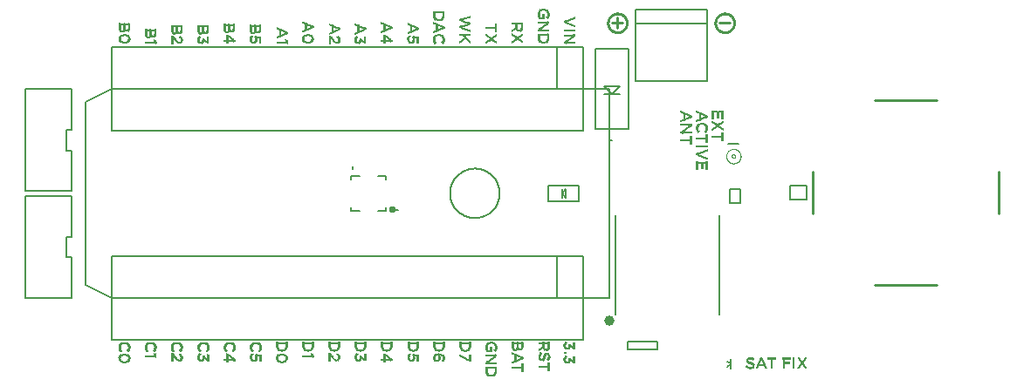
<source format=gto>
G75*
%MOIN*%
%OFA0B0*%
%FSLAX25Y25*%
%IPPOS*%
%LPD*%
%AMOC8*
5,1,8,0,0,1.08239X$1,22.5*
%
%ADD10C,0.01000*%
%ADD11R,0.00040X0.00520*%
%ADD12R,0.00040X0.00920*%
%ADD13R,0.00040X0.02120*%
%ADD14R,0.00040X0.01160*%
%ADD15R,0.00040X0.02440*%
%ADD16R,0.00040X0.01360*%
%ADD17R,0.00040X0.02640*%
%ADD18R,0.00040X0.01520*%
%ADD19R,0.00040X0.02760*%
%ADD20R,0.00040X0.01680*%
%ADD21R,0.00040X0.02840*%
%ADD22R,0.00040X0.01800*%
%ADD23R,0.00040X0.02920*%
%ADD24R,0.00040X0.01920*%
%ADD25R,0.00040X0.03000*%
%ADD26R,0.00040X0.02040*%
%ADD27R,0.00040X0.03080*%
%ADD28R,0.00040X0.02120*%
%ADD29R,0.00040X0.03120*%
%ADD30R,0.00040X0.02200*%
%ADD31R,0.00040X0.03160*%
%ADD32R,0.00040X0.02320*%
%ADD33R,0.00040X0.03200*%
%ADD34R,0.00040X0.02400*%
%ADD35R,0.00040X0.03240*%
%ADD36R,0.00040X0.02480*%
%ADD37R,0.00040X0.03280*%
%ADD38R,0.00040X0.02520*%
%ADD39R,0.00040X0.03320*%
%ADD40R,0.00040X0.02600*%
%ADD41R,0.00040X0.02680*%
%ADD42R,0.00040X0.03360*%
%ADD43R,0.00040X0.00720*%
%ADD44R,0.00040X0.01200*%
%ADD45R,0.00040X0.01080*%
%ADD46R,0.00040X0.01040*%
%ADD47R,0.00040X0.00720*%
%ADD48R,0.00040X0.01040*%
%ADD49R,0.00040X0.01000*%
%ADD50R,0.00040X0.00960*%
%ADD51R,0.00040X0.01000*%
%ADD52R,0.00040X0.00880*%
%ADD53R,0.00040X0.00920*%
%ADD54R,0.00040X0.00800*%
%ADD55R,0.00040X0.00800*%
%ADD56R,0.00040X0.00880*%
%ADD57R,0.00040X0.00760*%
%ADD58R,0.00040X0.00840*%
%ADD59R,0.00040X0.00840*%
%ADD60R,0.00040X0.00680*%
%ADD61R,0.00040X0.00720*%
%ADD62R,0.00040X0.00760*%
%ADD63R,0.00040X0.01120*%
%ADD64R,0.00040X0.03160*%
%ADD65R,0.00040X0.03040*%
%ADD66R,0.00040X0.02840*%
%ADD67R,0.00040X0.02720*%
%ADD68R,0.00040X0.02800*%
%ADD69R,0.00040X0.02880*%
%ADD70R,0.00040X0.02960*%
%ADD71R,0.00040X0.00840*%
%ADD72R,0.00040X0.00680*%
%ADD73R,0.00040X0.00720*%
%ADD74R,0.00040X0.03080*%
%ADD75R,0.00040X0.02280*%
%ADD76R,0.00040X0.01640*%
%ADD77R,0.00040X0.02520*%
%ADD78R,0.00040X0.01320*%
%ADD79R,0.00040X0.02080*%
%ADD80R,0.00040X0.00080*%
%ADD81R,0.00040X0.00240*%
%ADD82R,0.00040X0.00400*%
%ADD83R,0.00040X0.00560*%
%ADD84R,0.00040X0.01560*%
%ADD85R,0.00040X0.01600*%
%ADD86R,0.00040X0.01600*%
%ADD87R,0.00040X0.01560*%
%ADD88R,0.00040X0.01440*%
%ADD89R,0.00040X0.01320*%
%ADD90R,0.00040X0.00920*%
%ADD91R,0.00040X0.03040*%
%ADD92R,0.00040X0.03040*%
%ADD93R,0.00040X0.00960*%
%ADD94R,0.00040X0.00840*%
%ADD95R,0.00040X0.00040*%
%ADD96R,0.00040X0.00120*%
%ADD97R,0.00040X0.00200*%
%ADD98R,0.00040X0.00240*%
%ADD99R,0.00040X0.00320*%
%ADD100R,0.00040X0.00440*%
%ADD101R,0.00040X0.00600*%
%ADD102R,0.00040X0.01040*%
%ADD103R,0.00040X0.02560*%
%ADD104R,0.00040X0.02480*%
%ADD105R,0.00040X0.02360*%
%ADD106R,0.00040X0.02120*%
%ADD107R,0.00040X0.01920*%
%ADD108R,0.00040X0.01720*%
%ADD109R,0.00040X0.01400*%
%ADD110R,0.00040X0.01240*%
%ADD111R,0.00040X0.01480*%
%ADD112R,0.00040X0.01640*%
%ADD113R,0.00040X0.01840*%
%ADD114R,0.00040X0.02280*%
%ADD115R,0.00040X0.02680*%
%ADD116R,0.00040X0.01080*%
%ADD117R,0.00040X0.00520*%
%ADD118R,0.00040X0.00160*%
%ADD119R,0.00040X0.01440*%
%ADD120R,0.00040X0.01760*%
%ADD121R,0.00040X0.01720*%
%ADD122R,0.00040X0.01480*%
%ADD123R,0.00040X0.02760*%
%ADD124R,0.00040X0.03440*%
%ADD125R,0.00040X0.03480*%
%ADD126R,0.00040X0.03480*%
%ADD127R,0.00040X0.03520*%
%ADD128R,0.00040X0.03520*%
%ADD129R,0.00040X0.03560*%
%ADD130R,0.00040X0.03560*%
%ADD131R,0.00040X0.01280*%
%ADD132R,0.00040X0.01280*%
%ADD133R,0.00040X0.00640*%
%ADD134R,0.00040X0.01440*%
%ADD135R,0.00040X0.01960*%
%ADD136R,0.00040X0.02320*%
%ADD137R,0.00040X0.02720*%
%ADD138R,0.00040X0.00480*%
%ADD139R,0.00040X0.00400*%
%ADD140R,0.00040X0.00080*%
%ADD141R,0.00040X0.00040*%
%ADD142R,0.00040X0.00160*%
%ADD143R,0.00040X0.02520*%
%ADD144R,0.00040X0.02400*%
%ADD145R,0.00040X0.02240*%
%ADD146R,0.00040X0.02000*%
%ADD147R,0.00040X0.00520*%
%ADD148R,0.00040X0.00640*%
%ADD149R,0.00040X0.00640*%
%ADD150R,0.00040X0.00640*%
%ADD151R,0.00040X0.03120*%
%ADD152R,0.00040X0.01400*%
%ADD153R,0.00040X0.03120*%
%ADD154R,0.00040X0.03120*%
%ADD155R,0.00040X0.02120*%
%ADD156R,0.00040X0.02520*%
%ADD157R,0.00040X0.02640*%
%ADD158R,0.00040X0.02920*%
%ADD159R,0.00040X0.01360*%
%ADD160R,0.00040X0.01160*%
%ADD161R,0.00040X0.01240*%
%ADD162R,0.00040X0.01120*%
%ADD163R,0.00040X0.01320*%
%ADD164R,0.00040X0.01240*%
%ADD165R,0.00040X0.00360*%
%ADD166R,0.00040X0.00280*%
%ADD167R,0.00040X0.03400*%
%ADD168R,0.00040X0.03320*%
%ADD169R,0.00040X0.01520*%
%ADD170R,0.00040X0.03320*%
%ADD171R,0.00040X0.03320*%
%ADD172R,0.00040X0.02920*%
%ADD173R,0.00040X0.02920*%
%ADD174R,0.00040X0.00920*%
%ADD175R,0.00040X0.01040*%
%ADD176R,0.00040X0.01520*%
%ADD177R,0.00040X0.00120*%
%ADD178R,0.00040X0.03360*%
%ADD179R,0.00040X0.03240*%
%ADD180R,0.00040X0.01120*%
%ADD181R,0.00040X0.02880*%
%ADD182R,0.00040X0.02200*%
%ADD183R,0.00040X0.01880*%
%ADD184R,0.00440X0.00040*%
%ADD185R,0.01000X0.00040*%
%ADD186R,0.01320X0.00040*%
%ADD187R,0.00760X0.00040*%
%ADD188R,0.00800X0.00040*%
%ADD189R,0.00720X0.00040*%
%ADD190R,0.00840X0.00040*%
%ADD191R,0.00880X0.00040*%
%ADD192R,0.01560X0.00040*%
%ADD193R,0.00720X0.00040*%
%ADD194R,0.00760X0.00040*%
%ADD195R,0.00840X0.00040*%
%ADD196R,0.00880X0.00040*%
%ADD197R,0.01760X0.00040*%
%ADD198R,0.00840X0.00040*%
%ADD199R,0.01960X0.00040*%
%ADD200R,0.00720X0.00040*%
%ADD201R,0.02120X0.00040*%
%ADD202R,0.02240X0.00040*%
%ADD203R,0.00840X0.00040*%
%ADD204R,0.02400X0.00040*%
%ADD205R,0.02520X0.00040*%
%ADD206R,0.02600X0.00040*%
%ADD207R,0.02720X0.00040*%
%ADD208R,0.02800X0.00040*%
%ADD209R,0.02840X0.00040*%
%ADD210R,0.02960X0.00040*%
%ADD211R,0.00800X0.00040*%
%ADD212R,0.03040X0.00040*%
%ADD213R,0.01520X0.00040*%
%ADD214R,0.01120X0.00040*%
%ADD215R,0.01280X0.00040*%
%ADD216R,0.01000X0.00040*%
%ADD217R,0.00720X0.00040*%
%ADD218R,0.00640X0.00040*%
%ADD219R,0.00560X0.00040*%
%ADD220R,0.00480X0.00040*%
%ADD221R,0.00360X0.00040*%
%ADD222R,0.00280X0.00040*%
%ADD223R,0.00200X0.00040*%
%ADD224R,0.00120X0.00040*%
%ADD225R,0.03400X0.00040*%
%ADD226R,0.03320X0.00040*%
%ADD227R,0.03320X0.00040*%
%ADD228R,0.03240X0.00040*%
%ADD229R,0.03160X0.00040*%
%ADD230R,0.03160X0.00040*%
%ADD231R,0.03080X0.00040*%
%ADD232R,0.00960X0.00040*%
%ADD233R,0.03000X0.00040*%
%ADD234R,0.01680X0.00040*%
%ADD235R,0.01080X0.00040*%
%ADD236R,0.02920X0.00040*%
%ADD237R,0.01600X0.00040*%
%ADD238R,0.01200X0.00040*%
%ADD239R,0.02920X0.00040*%
%ADD240R,0.01280X0.00040*%
%ADD241R,0.01440X0.00040*%
%ADD242R,0.01360X0.00040*%
%ADD243R,0.01680X0.00040*%
%ADD244R,0.02840X0.00040*%
%ADD245R,0.01840X0.00040*%
%ADD246R,0.01880X0.00040*%
%ADD247R,0.01160X0.00040*%
%ADD248R,0.02040X0.00040*%
%ADD249R,0.02080X0.00040*%
%ADD250R,0.01040X0.00040*%
%ADD251R,0.02080X0.00040*%
%ADD252R,0.00920X0.00040*%
%ADD253R,0.00960X0.00040*%
%ADD254R,0.02040X0.00040*%
%ADD255R,0.01040X0.00040*%
%ADD256R,0.01640X0.00040*%
%ADD257R,0.01520X0.00040*%
%ADD258R,0.01400X0.00040*%
%ADD259R,0.00680X0.00040*%
%ADD260R,0.01040X0.00040*%
%ADD261R,0.01520X0.00040*%
%ADD262R,0.01600X0.00040*%
%ADD263R,0.00680X0.00040*%
%ADD264R,0.00080X0.00040*%
%ADD265R,0.00200X0.00040*%
%ADD266R,0.00320X0.00040*%
%ADD267R,0.01480X0.00040*%
%ADD268R,0.00400X0.00040*%
%ADD269R,0.00480X0.00040*%
%ADD270R,0.01400X0.00040*%
%ADD271R,0.00600X0.00040*%
%ADD272R,0.01320X0.00040*%
%ADD273R,0.03360X0.00040*%
%ADD274R,0.03120X0.00040*%
%ADD275R,0.01240X0.00040*%
%ADD276R,0.01240X0.00040*%
%ADD277R,0.01240X0.00040*%
%ADD278R,0.03360X0.00040*%
%ADD279R,0.03120X0.00040*%
%ADD280R,0.02720X0.00040*%
%ADD281R,0.02760X0.00040*%
%ADD282R,0.01080X0.00040*%
%ADD283R,0.02680X0.00040*%
%ADD284R,0.02600X0.00040*%
%ADD285R,0.02480X0.00040*%
%ADD286R,0.02280X0.00040*%
%ADD287R,0.02160X0.00040*%
%ADD288R,0.02040X0.00040*%
%ADD289R,0.01920X0.00040*%
%ADD290R,0.01720X0.00040*%
%ADD291R,0.00040X0.03400*%
%ADD292R,0.00040X0.01320*%
%ADD293R,0.00040X0.01840*%
%ADD294R,0.00040X0.02560*%
%ADD295R,0.00040X0.01920*%
%ADD296R,0.00040X0.02720*%
%ADD297R,0.00040X0.01800*%
%ADD298R,0.00040X0.01840*%
%ADD299R,0.00040X0.00560*%
%ADD300R,0.00040X0.02720*%
%ADD301R,0.00040X0.03040*%
%ADD302R,0.00040X0.01200*%
%ADD303R,0.00040X0.01120*%
%ADD304R,0.00040X0.00520*%
%ADD305R,0.00040X0.00280*%
%ADD306R,0.00040X0.00480*%
%ADD307R,0.00040X0.03240*%
%ADD308R,0.00040X0.02440*%
%ADD309R,0.00040X0.02040*%
%ADD310R,0.00040X0.01880*%
%ADD311R,0.00040X0.01640*%
%ADD312R,0.00040X0.02960*%
%ADD313R,0.00040X0.00040*%
%ADD314R,0.00040X0.00120*%
%ADD315R,0.00040X0.00320*%
%ADD316R,0.00040X0.02600*%
%ADD317R,0.00040X0.02240*%
%ADD318R,0.00040X0.02160*%
%ADD319R,0.00040X0.02080*%
%ADD320R,0.00040X0.02040*%
%ADD321R,0.00040X0.00240*%
%ADD322R,0.00040X0.01760*%
%ADD323R,0.00040X0.01680*%
%ADD324R,0.00040X0.03440*%
%ADD325R,0.00040X0.03520*%
%ADD326R,0.00040X0.03520*%
%ADD327R,0.00040X0.03000*%
%ADD328R,0.00040X0.00240*%
%ADD329R,0.00040X0.03200*%
%ADD330R,0.00040X0.03280*%
%ADD331R,0.00040X0.01520*%
%ADD332R,0.00040X0.00360*%
%ADD333R,0.00040X0.00440*%
%ADD334R,0.00040X0.01960*%
%ADD335R,0.00040X0.02320*%
%ADD336R,0.00040X0.02800*%
%ADD337R,0.00040X0.00200*%
%ADD338R,0.00040X0.02040*%
%ADD339R,0.00040X0.01240*%
%ADD340R,0.00040X0.01720*%
%ADD341R,0.00040X0.01640*%
%ADD342R,0.00040X0.00040*%
%ADD343R,0.00040X0.00440*%
%ADD344R,0.00040X0.02640*%
%ADD345R,0.00040X0.02440*%
%ADD346R,0.00040X0.02360*%
%ADD347R,0.00040X0.02240*%
%ADD348R,0.00040X0.00120*%
%ADD349R,0.00040X0.00600*%
%ADD350R,0.00040X0.02440*%
%ADD351R,0.00040X0.01720*%
%ADD352R,0.00040X0.03440*%
%ADD353R,0.00040X0.03600*%
%ADD354C,0.00800*%
%ADD355C,0.01600*%
%ADD356C,0.00600*%
%ADD357C,0.00500*%
%ADD358C,0.03937*%
%ADD359R,0.00787X0.00787*%
%ADD360C,0.00400*%
D10*
X0331642Y0121529D02*
X0331642Y0137277D01*
X0355264Y0164836D02*
X0378886Y0164836D01*
X0402509Y0137277D02*
X0402509Y0121529D01*
X0378886Y0093970D02*
X0355264Y0093970D01*
X0256918Y0192293D02*
X0256918Y0196293D01*
X0253312Y0194293D02*
X0253314Y0194413D01*
X0253320Y0194533D01*
X0253330Y0194652D01*
X0253344Y0194771D01*
X0253362Y0194890D01*
X0253383Y0195008D01*
X0253409Y0195125D01*
X0253439Y0195241D01*
X0253472Y0195356D01*
X0253509Y0195470D01*
X0253550Y0195582D01*
X0253595Y0195694D01*
X0253644Y0195803D01*
X0253696Y0195911D01*
X0253751Y0196018D01*
X0253810Y0196122D01*
X0253873Y0196224D01*
X0253939Y0196324D01*
X0254008Y0196422D01*
X0254080Y0196518D01*
X0254156Y0196611D01*
X0254234Y0196701D01*
X0254316Y0196789D01*
X0254400Y0196874D01*
X0254487Y0196957D01*
X0254577Y0197036D01*
X0254670Y0197112D01*
X0254765Y0197185D01*
X0254862Y0197255D01*
X0254962Y0197322D01*
X0255063Y0197385D01*
X0255167Y0197445D01*
X0255273Y0197502D01*
X0255380Y0197555D01*
X0255490Y0197604D01*
X0255601Y0197650D01*
X0255713Y0197692D01*
X0255827Y0197730D01*
X0255941Y0197764D01*
X0256057Y0197795D01*
X0256174Y0197821D01*
X0256292Y0197844D01*
X0256410Y0197863D01*
X0256529Y0197878D01*
X0256649Y0197889D01*
X0256768Y0197896D01*
X0256888Y0197899D01*
X0257008Y0197898D01*
X0257128Y0197893D01*
X0257247Y0197884D01*
X0257366Y0197871D01*
X0257485Y0197854D01*
X0257603Y0197833D01*
X0257720Y0197809D01*
X0257837Y0197780D01*
X0257952Y0197748D01*
X0258066Y0197711D01*
X0258179Y0197671D01*
X0258291Y0197627D01*
X0258401Y0197580D01*
X0258510Y0197529D01*
X0258616Y0197474D01*
X0258721Y0197416D01*
X0258824Y0197354D01*
X0258925Y0197289D01*
X0259023Y0197221D01*
X0259119Y0197149D01*
X0259213Y0197075D01*
X0259304Y0196997D01*
X0259393Y0196916D01*
X0259478Y0196832D01*
X0259561Y0196746D01*
X0259641Y0196656D01*
X0259719Y0196565D01*
X0259792Y0196470D01*
X0259863Y0196374D01*
X0259931Y0196275D01*
X0259995Y0196173D01*
X0260056Y0196070D01*
X0260113Y0195965D01*
X0260167Y0195858D01*
X0260217Y0195749D01*
X0260264Y0195638D01*
X0260307Y0195526D01*
X0260346Y0195413D01*
X0260381Y0195298D01*
X0260412Y0195183D01*
X0260440Y0195066D01*
X0260464Y0194949D01*
X0260484Y0194830D01*
X0260500Y0194712D01*
X0260512Y0194592D01*
X0260520Y0194473D01*
X0260524Y0194353D01*
X0260524Y0194233D01*
X0260520Y0194113D01*
X0260512Y0193994D01*
X0260500Y0193874D01*
X0260484Y0193756D01*
X0260464Y0193637D01*
X0260440Y0193520D01*
X0260412Y0193403D01*
X0260381Y0193288D01*
X0260346Y0193173D01*
X0260307Y0193060D01*
X0260264Y0192948D01*
X0260217Y0192837D01*
X0260167Y0192728D01*
X0260113Y0192621D01*
X0260056Y0192516D01*
X0259995Y0192413D01*
X0259931Y0192311D01*
X0259863Y0192212D01*
X0259792Y0192116D01*
X0259719Y0192021D01*
X0259641Y0191930D01*
X0259561Y0191840D01*
X0259478Y0191754D01*
X0259393Y0191670D01*
X0259304Y0191589D01*
X0259213Y0191511D01*
X0259119Y0191437D01*
X0259023Y0191365D01*
X0258925Y0191297D01*
X0258824Y0191232D01*
X0258721Y0191170D01*
X0258616Y0191112D01*
X0258510Y0191057D01*
X0258401Y0191006D01*
X0258291Y0190959D01*
X0258179Y0190915D01*
X0258066Y0190875D01*
X0257952Y0190838D01*
X0257837Y0190806D01*
X0257720Y0190777D01*
X0257603Y0190753D01*
X0257485Y0190732D01*
X0257366Y0190715D01*
X0257247Y0190702D01*
X0257128Y0190693D01*
X0257008Y0190688D01*
X0256888Y0190687D01*
X0256768Y0190690D01*
X0256649Y0190697D01*
X0256529Y0190708D01*
X0256410Y0190723D01*
X0256292Y0190742D01*
X0256174Y0190765D01*
X0256057Y0190791D01*
X0255941Y0190822D01*
X0255827Y0190856D01*
X0255713Y0190894D01*
X0255601Y0190936D01*
X0255490Y0190982D01*
X0255380Y0191031D01*
X0255273Y0191084D01*
X0255167Y0191141D01*
X0255063Y0191201D01*
X0254962Y0191264D01*
X0254862Y0191331D01*
X0254765Y0191401D01*
X0254670Y0191474D01*
X0254577Y0191550D01*
X0254487Y0191629D01*
X0254400Y0191712D01*
X0254316Y0191797D01*
X0254234Y0191885D01*
X0254156Y0191975D01*
X0254080Y0192068D01*
X0254008Y0192164D01*
X0253939Y0192262D01*
X0253873Y0192362D01*
X0253810Y0192464D01*
X0253751Y0192568D01*
X0253696Y0192675D01*
X0253644Y0192783D01*
X0253595Y0192892D01*
X0253550Y0193004D01*
X0253509Y0193116D01*
X0253472Y0193230D01*
X0253439Y0193345D01*
X0253409Y0193461D01*
X0253383Y0193578D01*
X0253362Y0193696D01*
X0253344Y0193815D01*
X0253330Y0193934D01*
X0253320Y0194053D01*
X0253314Y0194173D01*
X0253312Y0194293D01*
X0254918Y0194293D02*
X0258918Y0194293D01*
X0295918Y0194293D02*
X0299918Y0194293D01*
X0294312Y0194293D02*
X0294314Y0194413D01*
X0294320Y0194533D01*
X0294330Y0194652D01*
X0294344Y0194771D01*
X0294362Y0194890D01*
X0294383Y0195008D01*
X0294409Y0195125D01*
X0294439Y0195241D01*
X0294472Y0195356D01*
X0294509Y0195470D01*
X0294550Y0195582D01*
X0294595Y0195694D01*
X0294644Y0195803D01*
X0294696Y0195911D01*
X0294751Y0196018D01*
X0294810Y0196122D01*
X0294873Y0196224D01*
X0294939Y0196324D01*
X0295008Y0196422D01*
X0295080Y0196518D01*
X0295156Y0196611D01*
X0295234Y0196701D01*
X0295316Y0196789D01*
X0295400Y0196874D01*
X0295487Y0196957D01*
X0295577Y0197036D01*
X0295670Y0197112D01*
X0295765Y0197185D01*
X0295862Y0197255D01*
X0295962Y0197322D01*
X0296063Y0197385D01*
X0296167Y0197445D01*
X0296273Y0197502D01*
X0296380Y0197555D01*
X0296490Y0197604D01*
X0296601Y0197650D01*
X0296713Y0197692D01*
X0296827Y0197730D01*
X0296941Y0197764D01*
X0297057Y0197795D01*
X0297174Y0197821D01*
X0297292Y0197844D01*
X0297410Y0197863D01*
X0297529Y0197878D01*
X0297649Y0197889D01*
X0297768Y0197896D01*
X0297888Y0197899D01*
X0298008Y0197898D01*
X0298128Y0197893D01*
X0298247Y0197884D01*
X0298366Y0197871D01*
X0298485Y0197854D01*
X0298603Y0197833D01*
X0298720Y0197809D01*
X0298837Y0197780D01*
X0298952Y0197748D01*
X0299066Y0197711D01*
X0299179Y0197671D01*
X0299291Y0197627D01*
X0299401Y0197580D01*
X0299510Y0197529D01*
X0299616Y0197474D01*
X0299721Y0197416D01*
X0299824Y0197354D01*
X0299925Y0197289D01*
X0300023Y0197221D01*
X0300119Y0197149D01*
X0300213Y0197075D01*
X0300304Y0196997D01*
X0300393Y0196916D01*
X0300478Y0196832D01*
X0300561Y0196746D01*
X0300641Y0196656D01*
X0300719Y0196565D01*
X0300792Y0196470D01*
X0300863Y0196374D01*
X0300931Y0196275D01*
X0300995Y0196173D01*
X0301056Y0196070D01*
X0301113Y0195965D01*
X0301167Y0195858D01*
X0301217Y0195749D01*
X0301264Y0195638D01*
X0301307Y0195526D01*
X0301346Y0195413D01*
X0301381Y0195298D01*
X0301412Y0195183D01*
X0301440Y0195066D01*
X0301464Y0194949D01*
X0301484Y0194830D01*
X0301500Y0194712D01*
X0301512Y0194592D01*
X0301520Y0194473D01*
X0301524Y0194353D01*
X0301524Y0194233D01*
X0301520Y0194113D01*
X0301512Y0193994D01*
X0301500Y0193874D01*
X0301484Y0193756D01*
X0301464Y0193637D01*
X0301440Y0193520D01*
X0301412Y0193403D01*
X0301381Y0193288D01*
X0301346Y0193173D01*
X0301307Y0193060D01*
X0301264Y0192948D01*
X0301217Y0192837D01*
X0301167Y0192728D01*
X0301113Y0192621D01*
X0301056Y0192516D01*
X0300995Y0192413D01*
X0300931Y0192311D01*
X0300863Y0192212D01*
X0300792Y0192116D01*
X0300719Y0192021D01*
X0300641Y0191930D01*
X0300561Y0191840D01*
X0300478Y0191754D01*
X0300393Y0191670D01*
X0300304Y0191589D01*
X0300213Y0191511D01*
X0300119Y0191437D01*
X0300023Y0191365D01*
X0299925Y0191297D01*
X0299824Y0191232D01*
X0299721Y0191170D01*
X0299616Y0191112D01*
X0299510Y0191057D01*
X0299401Y0191006D01*
X0299291Y0190959D01*
X0299179Y0190915D01*
X0299066Y0190875D01*
X0298952Y0190838D01*
X0298837Y0190806D01*
X0298720Y0190777D01*
X0298603Y0190753D01*
X0298485Y0190732D01*
X0298366Y0190715D01*
X0298247Y0190702D01*
X0298128Y0190693D01*
X0298008Y0190688D01*
X0297888Y0190687D01*
X0297768Y0190690D01*
X0297649Y0190697D01*
X0297529Y0190708D01*
X0297410Y0190723D01*
X0297292Y0190742D01*
X0297174Y0190765D01*
X0297057Y0190791D01*
X0296941Y0190822D01*
X0296827Y0190856D01*
X0296713Y0190894D01*
X0296601Y0190936D01*
X0296490Y0190982D01*
X0296380Y0191031D01*
X0296273Y0191084D01*
X0296167Y0191141D01*
X0296063Y0191201D01*
X0295962Y0191264D01*
X0295862Y0191331D01*
X0295765Y0191401D01*
X0295670Y0191474D01*
X0295577Y0191550D01*
X0295487Y0191629D01*
X0295400Y0191712D01*
X0295316Y0191797D01*
X0295234Y0191885D01*
X0295156Y0191975D01*
X0295080Y0192068D01*
X0295008Y0192164D01*
X0294939Y0192262D01*
X0294873Y0192362D01*
X0294810Y0192464D01*
X0294751Y0192568D01*
X0294696Y0192675D01*
X0294644Y0192783D01*
X0294595Y0192892D01*
X0294550Y0193004D01*
X0294509Y0193116D01*
X0294472Y0193230D01*
X0294439Y0193345D01*
X0294409Y0193461D01*
X0294383Y0193578D01*
X0294362Y0193696D01*
X0294344Y0193815D01*
X0294330Y0193934D01*
X0294320Y0194053D01*
X0294314Y0194173D01*
X0294312Y0194293D01*
D11*
X0288198Y0152733D03*
X0150238Y0188733D03*
X0141078Y0188173D03*
X0136758Y0188173D03*
X0090038Y0188733D03*
X0071078Y0188173D03*
X0066758Y0188173D03*
X0071038Y0069973D03*
X0067678Y0068813D03*
X0081038Y0069973D03*
X0087678Y0068813D03*
X0091038Y0069973D03*
X0101238Y0069973D03*
X0107878Y0068813D03*
X0111238Y0069973D03*
X0121238Y0069973D03*
X0126838Y0065933D03*
X0131158Y0065933D03*
X0157798Y0067333D03*
D12*
X0157638Y0067333D03*
X0157598Y0065373D03*
X0158638Y0065333D03*
X0150358Y0065373D03*
X0149078Y0065533D03*
X0140998Y0066773D03*
X0130278Y0066973D03*
X0127678Y0066933D03*
X0126878Y0065933D03*
X0127678Y0064933D03*
X0118838Y0065213D03*
X0110838Y0065373D03*
X0110158Y0071413D03*
X0107998Y0071413D03*
X0100198Y0071413D03*
X0100158Y0071413D03*
X0098238Y0071573D03*
X0099438Y0066373D03*
X0100478Y0065413D03*
X0090238Y0067213D03*
X0088878Y0065573D03*
X0089078Y0065413D03*
X0089958Y0071413D03*
X0087798Y0071413D03*
X0079998Y0071413D03*
X0079958Y0071413D03*
X0078038Y0071573D03*
X0069958Y0071413D03*
X0067798Y0071413D03*
X0067638Y0066973D03*
X0070038Y0064773D03*
X0118238Y0071573D03*
X0120158Y0071413D03*
X0120198Y0071413D03*
X0170798Y0065373D03*
X0177798Y0065373D03*
X0188838Y0065133D03*
X0190358Y0066933D03*
X0207798Y0071573D03*
X0210038Y0071573D03*
X0210078Y0071533D03*
X0210678Y0066933D03*
X0209678Y0066133D03*
X0209478Y0065973D03*
X0209158Y0065733D03*
X0208958Y0065573D03*
X0208438Y0065173D03*
X0208398Y0065133D03*
X0230478Y0069373D03*
X0237398Y0064533D03*
X0239158Y0065573D03*
X0287558Y0143933D03*
X0287598Y0143933D03*
X0287638Y0143933D03*
X0282878Y0153333D03*
X0283398Y0153733D03*
X0283438Y0153773D03*
X0283638Y0153933D03*
X0283958Y0154173D03*
X0284158Y0154333D03*
X0285158Y0155133D03*
X0285198Y0155133D03*
X0288278Y0155333D03*
X0291238Y0158533D03*
X0291278Y0158533D03*
X0295398Y0154933D03*
X0239278Y0188333D03*
X0238798Y0187973D03*
X0238758Y0187933D03*
X0238238Y0187533D03*
X0237238Y0186733D03*
X0237198Y0186733D03*
X0229478Y0193373D03*
X0229678Y0193533D03*
X0229158Y0193133D03*
X0228958Y0192973D03*
X0228438Y0192573D03*
X0228398Y0192533D03*
X0230678Y0194333D03*
X0230078Y0198933D03*
X0230038Y0198973D03*
X0227798Y0198973D03*
X0219038Y0191533D03*
X0200558Y0193933D03*
X0197198Y0192573D03*
X0198238Y0189573D03*
X0198598Y0188133D03*
X0198078Y0187733D03*
X0197598Y0187373D03*
X0197278Y0187133D03*
X0197078Y0186973D03*
X0200278Y0187573D03*
X0200478Y0187373D03*
X0158558Y0186773D03*
X0157558Y0188773D03*
X0150438Y0188733D03*
X0149038Y0187133D03*
X0149198Y0186973D03*
X0140238Y0187173D03*
X0140198Y0187133D03*
X0140238Y0189173D03*
X0137598Y0189173D03*
X0136798Y0188173D03*
X0137598Y0187173D03*
X0137638Y0187133D03*
X0119278Y0190933D03*
X0117598Y0190533D03*
X0109278Y0191333D03*
X0107598Y0190933D03*
X0099278Y0190733D03*
X0097598Y0190333D03*
X0097558Y0188773D03*
X0098558Y0186773D03*
X0090238Y0188733D03*
X0088838Y0187133D03*
X0088998Y0186973D03*
X0087598Y0190333D03*
X0089278Y0190733D03*
X0079278Y0189333D03*
X0077598Y0188933D03*
X0070238Y0189173D03*
X0070238Y0187173D03*
X0070198Y0187133D03*
X0067638Y0187133D03*
X0067598Y0187173D03*
X0066798Y0188173D03*
X0067598Y0189173D03*
X0067598Y0191133D03*
X0069278Y0191533D03*
D13*
X0066838Y0193053D03*
X0076838Y0190853D03*
X0086838Y0192253D03*
X0096838Y0192253D03*
X0106838Y0192853D03*
X0116838Y0192453D03*
X0186998Y0187893D03*
X0179598Y0066453D03*
X0150798Y0066253D03*
X0119478Y0066453D03*
X0097198Y0066253D03*
X0227278Y0066493D03*
X0229238Y0066493D03*
D14*
X0229678Y0067333D03*
X0229238Y0069613D03*
X0230598Y0069573D03*
X0220598Y0066093D03*
X0220558Y0066093D03*
X0210398Y0066813D03*
X0210238Y0059933D03*
X0207598Y0059933D03*
X0197678Y0069453D03*
X0188958Y0065333D03*
X0187438Y0065373D03*
X0187678Y0069493D03*
X0177878Y0069493D03*
X0167678Y0069493D03*
X0157678Y0069493D03*
X0150478Y0067053D03*
X0147678Y0069493D03*
X0137678Y0069493D03*
X0131078Y0065933D03*
X0130478Y0065133D03*
X0130478Y0066733D03*
X0127678Y0069493D03*
X0118958Y0065373D03*
X0117598Y0065453D03*
X0117678Y0068893D03*
X0116958Y0070013D03*
X0117678Y0071133D03*
X0111198Y0069933D03*
X0110478Y0071133D03*
X0107758Y0071213D03*
X0106958Y0070013D03*
X0107638Y0068933D03*
X0110598Y0065493D03*
X0110638Y0065453D03*
X0098838Y0065493D03*
X0097638Y0067253D03*
X0097678Y0068893D03*
X0096958Y0070013D03*
X0097678Y0071133D03*
X0090998Y0069933D03*
X0090278Y0071133D03*
X0087558Y0071213D03*
X0086758Y0070013D03*
X0087438Y0068933D03*
X0090358Y0067053D03*
X0090958Y0066213D03*
X0077478Y0068893D03*
X0076758Y0070013D03*
X0077478Y0071133D03*
X0070998Y0069933D03*
X0070278Y0071133D03*
X0067558Y0071213D03*
X0066758Y0070013D03*
X0067438Y0068933D03*
X0066798Y0065893D03*
X0070958Y0065893D03*
X0281998Y0152533D03*
X0284878Y0155013D03*
X0284958Y0158493D03*
X0284998Y0158493D03*
X0290958Y0158533D03*
X0290998Y0158533D03*
X0295238Y0154933D03*
X0287878Y0143933D03*
X0230238Y0187333D03*
X0227598Y0187333D03*
X0218758Y0188333D03*
X0218958Y0191693D03*
X0208758Y0188173D03*
X0199038Y0188613D03*
X0198478Y0189453D03*
X0197558Y0192573D03*
X0197558Y0195293D03*
X0200198Y0193933D03*
X0190478Y0192493D03*
X0190238Y0195973D03*
X0187598Y0195973D03*
X0180678Y0192093D03*
X0170478Y0192493D03*
X0170438Y0187533D03*
X0160478Y0191893D03*
X0159238Y0187773D03*
X0150598Y0188493D03*
X0150678Y0191893D03*
X0140478Y0192693D03*
X0140398Y0188973D03*
X0140998Y0188173D03*
X0140398Y0187373D03*
X0137438Y0187373D03*
X0136838Y0188173D03*
X0137438Y0188973D03*
X0130678Y0190493D03*
X0110438Y0187533D03*
X0099238Y0187773D03*
X0090398Y0188493D03*
X0070998Y0188173D03*
X0070398Y0187373D03*
X0070398Y0188973D03*
X0067438Y0188973D03*
X0066838Y0188173D03*
X0067438Y0187373D03*
X0230398Y0194213D03*
X0237398Y0194613D03*
X0237438Y0194613D03*
X0240398Y0189333D03*
D15*
X0218398Y0193093D03*
X0179278Y0187933D03*
X0179078Y0187813D03*
X0140558Y0188173D03*
X0119078Y0187933D03*
X0118878Y0187813D03*
X0116878Y0192293D03*
X0106878Y0192693D03*
X0096878Y0192093D03*
X0086878Y0192093D03*
X0076878Y0190693D03*
X0070558Y0188173D03*
X0066878Y0192893D03*
X0077038Y0069973D03*
X0097238Y0069973D03*
X0117238Y0069973D03*
X0130638Y0065933D03*
X0179158Y0066173D03*
X0179358Y0066293D03*
X0190598Y0066013D03*
X0190638Y0065973D03*
X0190678Y0065933D03*
X0216958Y0071013D03*
X0228678Y0071013D03*
X0291238Y0153893D03*
D16*
X0295078Y0154953D03*
X0295758Y0154953D03*
X0295798Y0154953D03*
X0284638Y0154913D03*
X0284598Y0154913D03*
X0282278Y0152633D03*
X0237798Y0186953D03*
X0240158Y0189233D03*
X0230158Y0194113D03*
X0227798Y0191833D03*
X0227438Y0198513D03*
X0219278Y0188353D03*
X0218598Y0188353D03*
X0209278Y0188193D03*
X0208598Y0188193D03*
X0198678Y0189353D03*
X0197838Y0192593D03*
X0199878Y0193913D03*
X0197838Y0195273D03*
X0187438Y0188833D03*
X0187438Y0186913D03*
X0170198Y0187633D03*
X0136878Y0188193D03*
X0110198Y0187633D03*
X0066878Y0188193D03*
X0127598Y0069673D03*
X0130398Y0069673D03*
X0137598Y0069673D03*
X0140398Y0069673D03*
X0147598Y0069673D03*
X0150398Y0069673D03*
X0157598Y0069673D03*
X0160398Y0069673D03*
X0167598Y0069673D03*
X0170398Y0069673D03*
X0177798Y0069673D03*
X0180598Y0069673D03*
X0187598Y0069673D03*
X0190398Y0069673D03*
X0197598Y0069633D03*
X0200398Y0069633D03*
X0207438Y0071113D03*
X0210158Y0066713D03*
X0207798Y0064433D03*
X0186958Y0066113D03*
X0170278Y0065593D03*
X0126958Y0065953D03*
X0080758Y0066953D03*
D17*
X0207118Y0070113D03*
X0076918Y0190593D03*
X0086918Y0191993D03*
X0096918Y0191993D03*
X0106918Y0192593D03*
X0116918Y0192193D03*
X0066918Y0192793D03*
X0227118Y0197513D03*
D18*
X0218518Y0188353D03*
X0208518Y0188193D03*
X0239918Y0189153D03*
X0295918Y0154953D03*
X0140918Y0188153D03*
X0136918Y0188193D03*
X0130518Y0187113D03*
X0080318Y0187113D03*
X0070918Y0188153D03*
X0066918Y0188193D03*
D19*
X0066958Y0192733D03*
X0069038Y0192733D03*
X0070798Y0192733D03*
X0076958Y0190533D03*
X0079038Y0190533D03*
X0080798Y0190533D03*
X0086958Y0191933D03*
X0089038Y0191933D03*
X0090798Y0191933D03*
X0096958Y0191933D03*
X0099038Y0191933D03*
X0100798Y0191933D03*
X0100798Y0187693D03*
X0100838Y0187693D03*
X0100878Y0187693D03*
X0100958Y0187693D03*
X0100998Y0187693D03*
X0100758Y0187693D03*
X0100678Y0187693D03*
X0100638Y0187693D03*
X0100598Y0187693D03*
X0100558Y0187693D03*
X0100478Y0187693D03*
X0097358Y0187813D03*
X0106958Y0192533D03*
X0109038Y0192533D03*
X0110798Y0192533D03*
X0116958Y0192133D03*
X0119038Y0192133D03*
X0120798Y0192133D03*
X0157358Y0187813D03*
X0160478Y0187693D03*
X0160558Y0187693D03*
X0160598Y0187693D03*
X0160638Y0187693D03*
X0160678Y0187693D03*
X0160758Y0187693D03*
X0160798Y0187693D03*
X0160838Y0187693D03*
X0160878Y0187693D03*
X0160958Y0187693D03*
X0160998Y0187693D03*
X0190638Y0187853D03*
X0218558Y0192933D03*
X0227158Y0197493D03*
X0228838Y0070853D03*
X0230838Y0066413D03*
X0237238Y0065533D03*
X0240358Y0065413D03*
X0240398Y0065413D03*
X0240438Y0065413D03*
X0240478Y0065413D03*
X0240558Y0065413D03*
X0240598Y0065413D03*
X0240638Y0065413D03*
X0240678Y0065413D03*
X0240758Y0065413D03*
X0240798Y0065413D03*
X0240838Y0065413D03*
X0240878Y0065413D03*
X0240878Y0070733D03*
X0240838Y0070733D03*
X0240798Y0070733D03*
X0240758Y0070733D03*
X0240678Y0070733D03*
X0240638Y0070733D03*
X0240598Y0070733D03*
X0240558Y0070733D03*
X0240478Y0070733D03*
X0240438Y0070733D03*
X0240398Y0070733D03*
X0240358Y0070733D03*
X0237238Y0070853D03*
X0220878Y0070853D03*
X0217038Y0070853D03*
X0207158Y0070093D03*
X0161078Y0066253D03*
X0161038Y0066253D03*
X0160998Y0066253D03*
X0160958Y0066253D03*
X0160878Y0066253D03*
X0160838Y0066253D03*
X0160798Y0066253D03*
X0160758Y0066253D03*
X0160678Y0066253D03*
X0160638Y0066253D03*
X0160598Y0066253D03*
X0160558Y0066253D03*
X0157438Y0066373D03*
X0117438Y0066333D03*
X0117358Y0070013D03*
X0107358Y0070013D03*
X0101158Y0066213D03*
X0101078Y0066213D03*
X0100998Y0066213D03*
X0100838Y0066213D03*
X0100758Y0066213D03*
X0100678Y0066213D03*
X0100598Y0066213D03*
X0097358Y0070013D03*
X0087158Y0070013D03*
X0077158Y0070013D03*
X0067158Y0070013D03*
D20*
X0127038Y0065953D03*
X0159038Y0066033D03*
X0210958Y0070113D03*
X0238838Y0070513D03*
X0238838Y0065193D03*
X0294878Y0154953D03*
X0295998Y0154953D03*
X0230958Y0197513D03*
X0218398Y0188353D03*
X0208398Y0188193D03*
X0158958Y0187473D03*
X0136958Y0188193D03*
X0098958Y0187473D03*
X0066958Y0188193D03*
D21*
X0066998Y0192693D03*
X0070758Y0192693D03*
X0076998Y0190493D03*
X0080758Y0190493D03*
X0086998Y0191893D03*
X0090758Y0191893D03*
X0096998Y0191893D03*
X0100758Y0191893D03*
X0106998Y0192493D03*
X0110758Y0192493D03*
X0116998Y0192093D03*
X0120758Y0192093D03*
X0117398Y0188013D03*
X0177598Y0188013D03*
X0187238Y0187893D03*
X0218598Y0192893D03*
X0230638Y0197493D03*
X0295078Y0159213D03*
X0295158Y0159213D03*
X0295198Y0159213D03*
X0295238Y0159213D03*
X0295278Y0159213D03*
X0295358Y0159213D03*
X0295398Y0159213D03*
X0295438Y0159213D03*
X0295478Y0159213D03*
X0295558Y0159213D03*
X0295598Y0159213D03*
X0295638Y0159213D03*
X0295678Y0159213D03*
X0289678Y0139733D03*
X0289638Y0139733D03*
X0289598Y0139733D03*
X0289558Y0139733D03*
X0289478Y0139733D03*
X0289438Y0139733D03*
X0289398Y0139733D03*
X0289358Y0139733D03*
X0289278Y0139733D03*
X0289238Y0139733D03*
X0289198Y0139733D03*
X0289158Y0139733D03*
X0289078Y0139733D03*
X0228878Y0070813D03*
X0227558Y0066573D03*
X0220838Y0070813D03*
X0218998Y0070813D03*
X0217078Y0070813D03*
X0210638Y0070093D03*
X0189158Y0066333D03*
X0177678Y0066373D03*
X0120798Y0069973D03*
X0117398Y0070013D03*
X0110798Y0069973D03*
X0107398Y0070013D03*
X0100798Y0069973D03*
X0097398Y0070013D03*
X0090598Y0069973D03*
X0087198Y0070013D03*
X0080598Y0069973D03*
X0077198Y0070013D03*
X0070598Y0069973D03*
X0067198Y0070013D03*
X0117558Y0066333D03*
D22*
X0117078Y0069973D03*
X0121078Y0069973D03*
X0127078Y0065933D03*
X0107078Y0069973D03*
X0101078Y0069973D03*
X0097078Y0069973D03*
X0099038Y0065933D03*
X0098998Y0065893D03*
X0086878Y0069973D03*
X0080878Y0069973D03*
X0076878Y0069973D03*
X0070798Y0065893D03*
X0066958Y0065893D03*
X0066878Y0069973D03*
X0158878Y0065933D03*
X0208558Y0069293D03*
X0208598Y0069293D03*
X0208638Y0069293D03*
X0208678Y0069293D03*
X0208758Y0069293D03*
X0208798Y0069293D03*
X0208838Y0069293D03*
X0208878Y0069293D03*
X0208958Y0069293D03*
X0208998Y0069293D03*
X0209038Y0069293D03*
X0209078Y0069293D03*
X0238678Y0070413D03*
X0238678Y0065093D03*
X0287398Y0153933D03*
X0229078Y0196693D03*
X0229038Y0196693D03*
X0228998Y0196693D03*
X0228958Y0196693D03*
X0228878Y0196693D03*
X0228838Y0196693D03*
X0228798Y0196693D03*
X0228758Y0196693D03*
X0228678Y0196693D03*
X0228638Y0196693D03*
X0228598Y0196693D03*
X0228558Y0196693D03*
X0158798Y0187373D03*
X0151038Y0187693D03*
X0140838Y0188173D03*
X0136998Y0188173D03*
X0098798Y0187373D03*
X0090838Y0187693D03*
X0070838Y0188173D03*
X0066998Y0188173D03*
D23*
X0067038Y0192653D03*
X0068878Y0192653D03*
X0069158Y0192653D03*
X0070678Y0192653D03*
X0077038Y0190453D03*
X0078878Y0190453D03*
X0079158Y0190453D03*
X0080678Y0190453D03*
X0087038Y0191853D03*
X0088878Y0191853D03*
X0089158Y0191853D03*
X0090678Y0191853D03*
X0097038Y0191853D03*
X0098878Y0191853D03*
X0099158Y0191853D03*
X0100678Y0191853D03*
X0107038Y0192453D03*
X0108878Y0192453D03*
X0109158Y0192453D03*
X0110678Y0192453D03*
X0117038Y0192053D03*
X0118878Y0192053D03*
X0119158Y0192053D03*
X0120678Y0192053D03*
X0128638Y0190493D03*
X0128678Y0190493D03*
X0138438Y0192693D03*
X0138478Y0192693D03*
X0148638Y0191893D03*
X0148678Y0191893D03*
X0158438Y0191893D03*
X0158478Y0191893D03*
X0168438Y0192493D03*
X0168478Y0192493D03*
X0178638Y0192093D03*
X0178678Y0192093D03*
X0187278Y0187893D03*
X0188438Y0192493D03*
X0188478Y0192493D03*
X0187238Y0197253D03*
X0190598Y0197253D03*
X0227238Y0188613D03*
X0230598Y0188613D03*
X0230598Y0197493D03*
X0282958Y0158493D03*
X0210598Y0070093D03*
X0218558Y0066093D03*
X0210598Y0061213D03*
X0207238Y0061213D03*
X0200478Y0066213D03*
X0189078Y0066293D03*
D24*
X0189238Y0065953D03*
X0157078Y0066313D03*
X0130878Y0065913D03*
X0098878Y0065833D03*
X0236878Y0070793D03*
X0156998Y0187753D03*
X0140798Y0188153D03*
X0137038Y0188193D03*
X0096998Y0187753D03*
X0070798Y0188153D03*
X0067038Y0188193D03*
D25*
X0067078Y0192613D03*
X0068838Y0192613D03*
X0070598Y0192613D03*
X0077078Y0190413D03*
X0078838Y0190413D03*
X0080598Y0190413D03*
X0087078Y0191813D03*
X0088838Y0191813D03*
X0090598Y0191813D03*
X0097078Y0191813D03*
X0098838Y0191813D03*
X0100598Y0191813D03*
X0107078Y0192413D03*
X0108838Y0192413D03*
X0110598Y0192413D03*
X0117078Y0192013D03*
X0118838Y0192013D03*
X0120598Y0192013D03*
X0128558Y0190493D03*
X0128598Y0190493D03*
X0138358Y0192693D03*
X0138398Y0192693D03*
X0148558Y0191893D03*
X0148598Y0191893D03*
X0158358Y0191893D03*
X0158398Y0191893D03*
X0168358Y0192493D03*
X0168398Y0192493D03*
X0178558Y0192093D03*
X0178598Y0192093D03*
X0188358Y0192493D03*
X0188398Y0192493D03*
X0190558Y0197213D03*
X0227238Y0197493D03*
X0230558Y0197493D03*
X0230558Y0188573D03*
X0282838Y0158493D03*
X0282878Y0158493D03*
X0288838Y0158533D03*
X0288878Y0158533D03*
X0228998Y0070733D03*
X0220678Y0070733D03*
X0217158Y0070733D03*
X0218438Y0066093D03*
X0218478Y0066093D03*
X0210558Y0070093D03*
X0207238Y0070093D03*
X0200638Y0070693D03*
X0190638Y0070733D03*
X0188998Y0066253D03*
X0180838Y0070733D03*
X0170638Y0070733D03*
X0160638Y0070733D03*
X0150638Y0070733D03*
X0140638Y0070733D03*
X0130638Y0070733D03*
X0117438Y0069973D03*
X0097438Y0069973D03*
X0077238Y0069973D03*
X0210558Y0061173D03*
D26*
X0210878Y0070093D03*
X0229358Y0066693D03*
X0130838Y0065933D03*
X0127158Y0065933D03*
X0121038Y0069973D03*
X0111038Y0069973D03*
X0101038Y0069973D03*
X0090838Y0069973D03*
X0090758Y0066213D03*
X0080838Y0069973D03*
X0070838Y0069973D03*
X0070758Y0188173D03*
X0067078Y0188173D03*
X0090758Y0187693D03*
X0097038Y0187773D03*
X0137078Y0188173D03*
X0140758Y0188173D03*
X0150958Y0187693D03*
X0157038Y0187773D03*
X0230878Y0197493D03*
X0291358Y0153893D03*
D27*
X0296918Y0159093D03*
X0297118Y0159093D03*
X0297318Y0159093D03*
X0291318Y0139613D03*
X0291118Y0139613D03*
X0290918Y0139613D03*
X0230518Y0197493D03*
X0188318Y0192493D03*
X0178518Y0192093D03*
X0168318Y0192493D03*
X0158318Y0191893D03*
X0148518Y0191893D03*
X0138318Y0192693D03*
X0128518Y0190493D03*
X0120518Y0191973D03*
X0117118Y0191973D03*
X0110518Y0192373D03*
X0107118Y0192373D03*
X0100518Y0191773D03*
X0097118Y0191773D03*
X0090518Y0191773D03*
X0087118Y0191773D03*
X0080518Y0190373D03*
X0077118Y0190373D03*
X0070518Y0192573D03*
X0067118Y0192573D03*
X0210518Y0070093D03*
X0087318Y0066253D03*
X0086918Y0066253D03*
D28*
X0216918Y0071173D03*
X0140718Y0188173D03*
X0137118Y0188173D03*
X0070718Y0188173D03*
X0067118Y0188173D03*
D29*
X0067158Y0192553D03*
X0068758Y0192553D03*
X0070398Y0192553D03*
X0070438Y0192553D03*
X0077158Y0190353D03*
X0078758Y0190353D03*
X0080398Y0190353D03*
X0080438Y0190353D03*
X0087158Y0191753D03*
X0088758Y0191753D03*
X0090398Y0191753D03*
X0090438Y0191753D03*
X0097158Y0191753D03*
X0098758Y0191753D03*
X0100398Y0191753D03*
X0100438Y0191753D03*
X0107158Y0192353D03*
X0108758Y0192353D03*
X0110398Y0192353D03*
X0110438Y0192353D03*
X0117158Y0191953D03*
X0118758Y0191953D03*
X0120398Y0191953D03*
X0120438Y0191953D03*
X0187398Y0197153D03*
X0190438Y0197153D03*
X0218838Y0192753D03*
X0227398Y0188513D03*
X0230438Y0188513D03*
X0287838Y0153913D03*
X0287838Y0139593D03*
X0287878Y0139593D03*
X0287958Y0139593D03*
X0287798Y0139593D03*
X0287758Y0139593D03*
X0287678Y0139593D03*
X0287638Y0139593D03*
X0287598Y0139593D03*
X0287558Y0139593D03*
X0287478Y0139593D03*
X0287438Y0139593D03*
X0287398Y0139593D03*
X0287358Y0139593D03*
X0210438Y0061113D03*
X0207398Y0061113D03*
D30*
X0210838Y0070093D03*
X0190798Y0065933D03*
X0179558Y0066413D03*
X0177358Y0066333D03*
X0157158Y0066333D03*
X0150758Y0066253D03*
X0130758Y0065933D03*
X0127238Y0065933D03*
X0120998Y0069933D03*
X0117238Y0066333D03*
X0117198Y0066293D03*
X0110998Y0069933D03*
X0100998Y0069933D03*
X0097238Y0066293D03*
X0090678Y0066213D03*
X0090798Y0069933D03*
X0080798Y0069933D03*
X0070798Y0069933D03*
X0070678Y0065893D03*
X0067078Y0065893D03*
X0236958Y0065493D03*
X0236958Y0070813D03*
X0190838Y0187853D03*
X0198798Y0188933D03*
X0179478Y0188053D03*
X0177278Y0187973D03*
X0157078Y0187773D03*
X0150878Y0187693D03*
X0140678Y0188173D03*
X0137158Y0188173D03*
X0119278Y0188053D03*
X0117078Y0187973D03*
X0097078Y0187773D03*
X0090678Y0187693D03*
X0070678Y0188173D03*
X0067158Y0188173D03*
X0230838Y0197493D03*
D31*
X0230398Y0188493D03*
X0227438Y0188493D03*
X0220478Y0192733D03*
X0218878Y0192733D03*
X0190478Y0187853D03*
X0188238Y0192493D03*
X0188198Y0192493D03*
X0188158Y0192493D03*
X0187438Y0197133D03*
X0190398Y0197133D03*
X0178438Y0192093D03*
X0178398Y0192093D03*
X0178358Y0192093D03*
X0168238Y0192493D03*
X0168198Y0192493D03*
X0168158Y0192493D03*
X0158238Y0191893D03*
X0158198Y0191893D03*
X0158158Y0191893D03*
X0148438Y0191893D03*
X0148398Y0191893D03*
X0148358Y0191893D03*
X0138238Y0192693D03*
X0138198Y0192693D03*
X0138158Y0192693D03*
X0128438Y0190493D03*
X0128398Y0190493D03*
X0128358Y0190493D03*
X0117198Y0191933D03*
X0107198Y0192333D03*
X0097198Y0191733D03*
X0087198Y0191733D03*
X0077198Y0190333D03*
X0067198Y0192533D03*
X0070438Y0069973D03*
X0077358Y0070013D03*
X0090438Y0069973D03*
X0097558Y0070013D03*
X0110638Y0069973D03*
X0117558Y0070013D03*
X0130478Y0070653D03*
X0140478Y0070653D03*
X0150478Y0070653D03*
X0160478Y0070653D03*
X0170478Y0070653D03*
X0180678Y0070653D03*
X0190478Y0070653D03*
X0200478Y0070613D03*
X0207438Y0061093D03*
X0210398Y0061093D03*
X0218238Y0066093D03*
X0218278Y0066093D03*
X0218798Y0070653D03*
X0217278Y0070653D03*
X0229158Y0070653D03*
X0229198Y0070653D03*
X0230758Y0070653D03*
X0290958Y0153893D03*
X0288678Y0158533D03*
X0288638Y0158533D03*
X0282678Y0158493D03*
X0282638Y0158493D03*
D32*
X0179398Y0187993D03*
X0137198Y0188193D03*
X0120958Y0192353D03*
X0119198Y0187993D03*
X0110958Y0192753D03*
X0100958Y0192153D03*
X0090958Y0192153D03*
X0080958Y0190753D03*
X0070958Y0192953D03*
X0067198Y0188193D03*
X0076998Y0069993D03*
X0097198Y0069993D03*
X0117198Y0069993D03*
X0127278Y0065953D03*
X0177398Y0066353D03*
X0179478Y0066353D03*
X0187278Y0066113D03*
X0190758Y0065913D03*
D33*
X0190438Y0070633D03*
X0187558Y0070633D03*
X0180638Y0070633D03*
X0177758Y0070633D03*
X0170438Y0070633D03*
X0167558Y0070633D03*
X0160438Y0070633D03*
X0157558Y0070633D03*
X0150438Y0070633D03*
X0147558Y0070633D03*
X0140438Y0070633D03*
X0137558Y0070633D03*
X0130438Y0070633D03*
X0127558Y0070633D03*
X0120638Y0069953D03*
X0107558Y0069993D03*
X0100638Y0069953D03*
X0087358Y0069993D03*
X0080438Y0069953D03*
X0067358Y0069993D03*
X0197558Y0070593D03*
X0200438Y0070593D03*
X0207478Y0061073D03*
X0210358Y0061073D03*
X0218758Y0070633D03*
X0230678Y0070633D03*
X0287878Y0153913D03*
X0230358Y0188473D03*
X0227478Y0188473D03*
X0220438Y0192713D03*
X0220398Y0192713D03*
X0190358Y0197113D03*
X0187478Y0197113D03*
X0187398Y0187873D03*
X0118678Y0191913D03*
X0117238Y0191913D03*
X0108678Y0192313D03*
X0107238Y0192313D03*
X0098678Y0191713D03*
X0097238Y0191713D03*
X0088678Y0191713D03*
X0087238Y0191713D03*
X0078678Y0190313D03*
X0077238Y0190313D03*
X0068678Y0192513D03*
X0067238Y0192513D03*
D34*
X0067238Y0188193D03*
X0070598Y0188153D03*
X0090558Y0187713D03*
X0117158Y0187993D03*
X0137238Y0188193D03*
X0140598Y0188153D03*
X0150758Y0187713D03*
X0177358Y0187993D03*
X0187078Y0187873D03*
X0186958Y0197513D03*
X0190878Y0197513D03*
X0220958Y0193113D03*
X0226958Y0188873D03*
X0230878Y0188873D03*
X0227038Y0197513D03*
X0287558Y0153913D03*
X0231238Y0071033D03*
X0230998Y0066433D03*
X0227358Y0066513D03*
X0210878Y0061473D03*
X0206958Y0061473D03*
X0207038Y0070113D03*
X0200958Y0070993D03*
X0197038Y0070993D03*
X0190958Y0071033D03*
X0187038Y0071033D03*
X0181158Y0071033D03*
X0177238Y0071033D03*
X0170958Y0071033D03*
X0167038Y0071033D03*
X0160958Y0071033D03*
X0157038Y0071033D03*
X0150958Y0071033D03*
X0147038Y0071033D03*
X0140958Y0071033D03*
X0137038Y0071033D03*
X0130958Y0071033D03*
X0127038Y0071033D03*
X0130678Y0065913D03*
X0119358Y0066313D03*
X0090558Y0066233D03*
X0150638Y0066273D03*
X0177438Y0066353D03*
X0179398Y0066313D03*
D35*
X0217358Y0070613D03*
X0218158Y0066093D03*
X0218198Y0066093D03*
X0230638Y0070613D03*
X0120598Y0069973D03*
X0110598Y0069973D03*
X0100598Y0069973D03*
X0090398Y0069973D03*
X0080398Y0069973D03*
X0070398Y0069973D03*
X0077278Y0190293D03*
X0078638Y0190293D03*
X0087278Y0191693D03*
X0088638Y0191693D03*
X0097278Y0191693D03*
X0098638Y0191693D03*
X0107278Y0192293D03*
X0108638Y0192293D03*
X0117278Y0191893D03*
X0118638Y0191893D03*
X0128278Y0190493D03*
X0138078Y0192693D03*
X0148278Y0191893D03*
X0158078Y0191893D03*
X0168078Y0192493D03*
X0178278Y0192093D03*
X0188078Y0192493D03*
X0220358Y0192693D03*
X0282558Y0158493D03*
X0282598Y0158493D03*
X0288558Y0158533D03*
X0288598Y0158533D03*
X0068638Y0192493D03*
X0067278Y0192493D03*
D36*
X0067278Y0188193D03*
X0097198Y0187793D03*
X0117198Y0187993D03*
X0119038Y0187913D03*
X0120398Y0187833D03*
X0120438Y0187833D03*
X0120478Y0187833D03*
X0120558Y0187833D03*
X0120598Y0187833D03*
X0120638Y0187833D03*
X0120678Y0187833D03*
X0120758Y0187833D03*
X0120798Y0187833D03*
X0120838Y0187833D03*
X0120878Y0187833D03*
X0120958Y0187833D03*
X0120998Y0187833D03*
X0137278Y0188193D03*
X0157198Y0187793D03*
X0177398Y0187993D03*
X0179238Y0187913D03*
X0180598Y0187833D03*
X0180638Y0187833D03*
X0180678Y0187833D03*
X0180758Y0187833D03*
X0180798Y0187833D03*
X0180838Y0187833D03*
X0180878Y0187833D03*
X0180958Y0187833D03*
X0180998Y0187833D03*
X0181038Y0187833D03*
X0181078Y0187833D03*
X0181158Y0187833D03*
X0181198Y0187833D03*
X0186998Y0197473D03*
X0190838Y0197473D03*
X0218358Y0193073D03*
X0218438Y0193073D03*
X0226998Y0188833D03*
X0230838Y0188833D03*
X0230758Y0197513D03*
X0228638Y0070993D03*
X0228598Y0070993D03*
X0230958Y0066433D03*
X0237078Y0065513D03*
X0237078Y0070833D03*
X0210758Y0070113D03*
X0197078Y0070953D03*
X0190558Y0066033D03*
X0187358Y0066113D03*
X0181278Y0066193D03*
X0181238Y0066193D03*
X0181198Y0066193D03*
X0181158Y0066193D03*
X0181078Y0066193D03*
X0181038Y0066193D03*
X0180998Y0066193D03*
X0180958Y0066193D03*
X0180878Y0066193D03*
X0180838Y0066193D03*
X0180798Y0066193D03*
X0180758Y0066193D03*
X0180678Y0066193D03*
X0177478Y0066353D03*
X0177278Y0070993D03*
X0187078Y0070993D03*
X0167078Y0070993D03*
X0157078Y0070993D03*
X0157278Y0066353D03*
X0150598Y0066273D03*
X0147078Y0070993D03*
X0137078Y0070993D03*
X0127078Y0070993D03*
X0127358Y0065953D03*
X0121158Y0066153D03*
X0121078Y0066153D03*
X0119278Y0066273D03*
X0119238Y0066273D03*
X0206998Y0061433D03*
X0210838Y0061433D03*
D37*
X0077318Y0190273D03*
X0087318Y0191673D03*
X0097318Y0191673D03*
X0107318Y0192273D03*
X0117318Y0191873D03*
X0067318Y0192473D03*
D38*
X0067318Y0188173D03*
X0070518Y0188173D03*
X0137318Y0188173D03*
X0140518Y0188173D03*
X0120918Y0066173D03*
D39*
X0218078Y0066093D03*
X0282478Y0158493D03*
X0188038Y0192493D03*
X0187998Y0192493D03*
X0178238Y0192093D03*
X0178198Y0192093D03*
X0168038Y0192493D03*
X0167998Y0192493D03*
X0158038Y0191893D03*
X0157998Y0191893D03*
X0148238Y0191893D03*
X0148198Y0191893D03*
X0138038Y0192693D03*
X0137998Y0192693D03*
X0128238Y0190493D03*
X0128198Y0190493D03*
X0117398Y0191853D03*
X0117358Y0191853D03*
X0107398Y0192253D03*
X0107358Y0192253D03*
X0097398Y0191653D03*
X0097358Y0191653D03*
X0087398Y0191653D03*
X0087358Y0191653D03*
X0077398Y0190253D03*
X0077358Y0190253D03*
X0067398Y0192453D03*
X0067358Y0192453D03*
D40*
X0070878Y0192813D03*
X0070478Y0188173D03*
X0067358Y0188173D03*
X0080878Y0190613D03*
X0090438Y0187733D03*
X0090878Y0192013D03*
X0097278Y0187813D03*
X0100878Y0192013D03*
X0110878Y0192613D03*
X0117238Y0188013D03*
X0120878Y0192213D03*
X0137358Y0188173D03*
X0140478Y0188173D03*
X0150638Y0187733D03*
X0157278Y0187813D03*
X0177438Y0188013D03*
X0190798Y0197413D03*
X0218478Y0193013D03*
X0230798Y0188773D03*
X0228758Y0070933D03*
X0220958Y0070933D03*
X0227438Y0066533D03*
X0237158Y0065533D03*
X0237158Y0070853D03*
X0210798Y0061373D03*
X0200878Y0070893D03*
X0190878Y0070933D03*
X0181078Y0070933D03*
X0170878Y0070933D03*
X0160878Y0070933D03*
X0157358Y0066373D03*
X0150878Y0070933D03*
X0140878Y0070933D03*
X0130878Y0070933D03*
X0130558Y0065933D03*
X0127438Y0065933D03*
X0120878Y0069933D03*
X0117278Y0070013D03*
X0110878Y0069933D03*
X0100878Y0069933D03*
X0097278Y0070013D03*
X0090678Y0069933D03*
X0090438Y0066253D03*
X0080678Y0069933D03*
X0077078Y0070013D03*
X0070678Y0069933D03*
X0070478Y0065893D03*
X0067278Y0065893D03*
D41*
X0070438Y0065893D03*
X0080638Y0069933D03*
X0097438Y0066293D03*
X0097478Y0066333D03*
X0100838Y0069933D03*
X0120838Y0069933D03*
X0127158Y0070893D03*
X0130838Y0070893D03*
X0137158Y0070893D03*
X0140838Y0070893D03*
X0147158Y0070893D03*
X0150838Y0070893D03*
X0157158Y0070893D03*
X0160838Y0070893D03*
X0157398Y0066373D03*
X0167158Y0070893D03*
X0170838Y0070893D03*
X0177358Y0070893D03*
X0181038Y0070893D03*
X0187158Y0070893D03*
X0190838Y0070893D03*
X0197158Y0070853D03*
X0200838Y0070853D03*
X0210678Y0070093D03*
X0219078Y0070893D03*
X0228798Y0070893D03*
X0230878Y0066413D03*
X0237198Y0065533D03*
X0237198Y0070853D03*
X0210758Y0061333D03*
X0207078Y0061333D03*
X0177558Y0066373D03*
X0127478Y0065933D03*
X0291158Y0153893D03*
X0230758Y0188733D03*
X0227078Y0188733D03*
X0230678Y0197493D03*
X0190758Y0197373D03*
X0187078Y0197373D03*
X0190678Y0187853D03*
X0177478Y0188013D03*
X0140438Y0188173D03*
X0137398Y0188173D03*
X0120838Y0192173D03*
X0118998Y0192173D03*
X0110838Y0192573D03*
X0108998Y0192573D03*
X0100838Y0191973D03*
X0098998Y0191973D03*
X0090838Y0191973D03*
X0088998Y0191973D03*
X0080838Y0190573D03*
X0078998Y0190573D03*
X0070838Y0192773D03*
X0068998Y0192773D03*
X0070438Y0188173D03*
X0067398Y0188173D03*
X0117278Y0188013D03*
D42*
X0117438Y0191833D03*
X0107438Y0192233D03*
X0097438Y0191633D03*
X0087438Y0191633D03*
X0077438Y0190233D03*
X0067438Y0192433D03*
X0210358Y0192313D03*
X0210398Y0192313D03*
X0210438Y0192313D03*
X0210478Y0192313D03*
X0210558Y0192313D03*
X0210598Y0192313D03*
X0210638Y0192313D03*
X0210678Y0192313D03*
X0210758Y0192313D03*
X0210798Y0192313D03*
X0210838Y0192313D03*
X0210878Y0192313D03*
X0210958Y0192313D03*
X0210998Y0192313D03*
X0227398Y0197473D03*
X0290838Y0150033D03*
X0290878Y0150033D03*
X0290958Y0150033D03*
X0290998Y0150033D03*
X0291038Y0150033D03*
X0291078Y0150033D03*
X0291158Y0150033D03*
X0291198Y0150033D03*
X0291238Y0150033D03*
X0291278Y0150033D03*
X0291358Y0150033D03*
X0291398Y0150033D03*
X0291438Y0150033D03*
X0291478Y0150033D03*
X0296838Y0150833D03*
X0296878Y0150833D03*
X0296958Y0150833D03*
X0296998Y0150833D03*
X0297038Y0150833D03*
X0297078Y0150833D03*
X0297158Y0150833D03*
X0297198Y0150833D03*
X0297238Y0150833D03*
X0297278Y0150833D03*
X0297358Y0150833D03*
X0297398Y0150833D03*
X0297438Y0150833D03*
X0297478Y0150833D03*
X0285478Y0149433D03*
X0285438Y0149433D03*
X0285398Y0149433D03*
X0285358Y0149433D03*
X0285278Y0149433D03*
X0285238Y0149433D03*
X0285198Y0149433D03*
X0285158Y0149433D03*
X0285078Y0149433D03*
X0285038Y0149433D03*
X0284998Y0149433D03*
X0284958Y0149433D03*
X0284878Y0149433D03*
X0284838Y0149433D03*
X0207398Y0070073D03*
X0220438Y0062313D03*
X0220478Y0062313D03*
X0220558Y0062313D03*
X0220598Y0062313D03*
X0220638Y0062313D03*
X0220678Y0062313D03*
X0220758Y0062313D03*
X0220798Y0062313D03*
X0220838Y0062313D03*
X0220878Y0062313D03*
X0220958Y0062313D03*
X0220998Y0062313D03*
X0221038Y0062313D03*
X0221078Y0062313D03*
X0230638Y0062753D03*
X0230678Y0062753D03*
X0230758Y0062753D03*
X0230798Y0062753D03*
X0230838Y0062753D03*
X0230878Y0062753D03*
X0230958Y0062753D03*
X0230998Y0062753D03*
X0231038Y0062753D03*
X0231078Y0062753D03*
X0231158Y0062753D03*
X0231198Y0062753D03*
X0231238Y0062753D03*
X0231278Y0062753D03*
D43*
X0230598Y0062753D03*
X0230558Y0062753D03*
X0230478Y0062753D03*
X0230438Y0062753D03*
X0230398Y0062753D03*
X0230358Y0062753D03*
X0230278Y0062753D03*
X0230238Y0062753D03*
X0230198Y0062753D03*
X0230158Y0062753D03*
X0230078Y0062753D03*
X0230038Y0062753D03*
X0229998Y0062753D03*
X0229958Y0062753D03*
X0229878Y0062753D03*
X0229838Y0062753D03*
X0229798Y0062753D03*
X0229758Y0062753D03*
X0229678Y0062753D03*
X0229638Y0062753D03*
X0229598Y0062753D03*
X0229558Y0062753D03*
X0229478Y0062753D03*
X0229438Y0062753D03*
X0229398Y0062753D03*
X0229358Y0062753D03*
X0229278Y0062753D03*
X0229238Y0062753D03*
X0229198Y0062753D03*
X0229158Y0062753D03*
X0229078Y0062753D03*
X0229038Y0062753D03*
X0228998Y0062753D03*
X0228958Y0062753D03*
X0228878Y0062753D03*
X0228838Y0062753D03*
X0228798Y0062753D03*
X0228758Y0062753D03*
X0228678Y0062753D03*
X0228638Y0062753D03*
X0228598Y0062753D03*
X0228558Y0062753D03*
X0228478Y0062753D03*
X0228438Y0062753D03*
X0228398Y0062753D03*
X0228358Y0062753D03*
X0228278Y0062753D03*
X0228238Y0062753D03*
X0228198Y0062753D03*
X0228158Y0062753D03*
X0228078Y0062753D03*
X0228038Y0062753D03*
X0227998Y0062753D03*
X0227958Y0062753D03*
X0227878Y0062753D03*
X0227838Y0062753D03*
X0227798Y0062753D03*
X0227758Y0062753D03*
X0227678Y0062753D03*
X0227638Y0062753D03*
X0227598Y0062753D03*
X0227558Y0062753D03*
X0227478Y0062753D03*
X0227438Y0062753D03*
X0227398Y0062753D03*
X0227358Y0062753D03*
X0227278Y0062753D03*
X0227238Y0062753D03*
X0227198Y0062753D03*
X0227158Y0062753D03*
X0227998Y0065313D03*
X0228038Y0065313D03*
X0230598Y0065593D03*
X0230438Y0067593D03*
X0230398Y0067593D03*
X0230078Y0069193D03*
X0230038Y0069193D03*
X0229998Y0069193D03*
X0229958Y0069193D03*
X0229878Y0069193D03*
X0229838Y0069193D03*
X0229798Y0069193D03*
X0229758Y0069193D03*
X0237678Y0064353D03*
X0237798Y0064313D03*
X0237838Y0064313D03*
X0237878Y0064313D03*
X0237958Y0064313D03*
X0237998Y0064313D03*
X0238038Y0064313D03*
X0238078Y0064313D03*
X0238198Y0064353D03*
X0220398Y0062313D03*
X0220358Y0062313D03*
X0220278Y0062313D03*
X0220238Y0062313D03*
X0220198Y0062313D03*
X0220158Y0062313D03*
X0220078Y0062313D03*
X0220038Y0062313D03*
X0219998Y0062313D03*
X0219958Y0062313D03*
X0219878Y0062313D03*
X0219838Y0062313D03*
X0219798Y0062313D03*
X0219758Y0062313D03*
X0219678Y0062313D03*
X0219638Y0062313D03*
X0219598Y0062313D03*
X0219558Y0062313D03*
X0219478Y0062313D03*
X0219438Y0062313D03*
X0219398Y0062313D03*
X0219358Y0062313D03*
X0219278Y0062313D03*
X0219238Y0062313D03*
X0219198Y0062313D03*
X0219158Y0062313D03*
X0219078Y0062313D03*
X0219038Y0062313D03*
X0218998Y0062313D03*
X0218958Y0062313D03*
X0218878Y0062313D03*
X0218838Y0062313D03*
X0218798Y0062313D03*
X0218758Y0062313D03*
X0218678Y0062313D03*
X0218638Y0062313D03*
X0218598Y0062313D03*
X0218558Y0062313D03*
X0218478Y0062313D03*
X0218438Y0062313D03*
X0218398Y0062313D03*
X0218358Y0062313D03*
X0218278Y0062313D03*
X0218238Y0062313D03*
X0218198Y0062313D03*
X0218158Y0062313D03*
X0218078Y0062313D03*
X0218038Y0062313D03*
X0217998Y0062313D03*
X0217958Y0062313D03*
X0217878Y0062313D03*
X0217838Y0062313D03*
X0217798Y0062313D03*
X0217758Y0062313D03*
X0217678Y0062313D03*
X0217638Y0062313D03*
X0217598Y0062313D03*
X0217558Y0062313D03*
X0217478Y0062313D03*
X0217438Y0062313D03*
X0217398Y0062313D03*
X0217358Y0062313D03*
X0217278Y0062313D03*
X0217238Y0062313D03*
X0217198Y0062313D03*
X0217158Y0062313D03*
X0217078Y0062313D03*
X0217038Y0062313D03*
X0216998Y0062313D03*
X0216958Y0062313D03*
X0217878Y0064713D03*
X0218798Y0065113D03*
X0218878Y0065153D03*
X0218998Y0065193D03*
X0219278Y0065313D03*
X0219358Y0065353D03*
X0219438Y0065393D03*
X0219478Y0065393D03*
X0219758Y0065513D03*
X0219838Y0065553D03*
X0220198Y0065713D03*
X0220158Y0066513D03*
X0220038Y0066553D03*
X0219958Y0066593D03*
X0219678Y0066713D03*
X0219638Y0066713D03*
X0219598Y0066753D03*
X0219558Y0066753D03*
X0219478Y0066793D03*
X0219238Y0066913D03*
X0219198Y0066913D03*
X0219158Y0066913D03*
X0219078Y0066953D03*
X0219038Y0066993D03*
X0218998Y0066993D03*
X0218758Y0067113D03*
X0218678Y0067153D03*
X0218638Y0067153D03*
X0217798Y0067513D03*
X0217638Y0067593D03*
X0217598Y0067593D03*
X0217238Y0067753D03*
X0217998Y0069113D03*
X0218038Y0069113D03*
X0218078Y0069113D03*
X0218158Y0069113D03*
X0218198Y0069113D03*
X0218238Y0069113D03*
X0218358Y0069153D03*
X0218438Y0069193D03*
X0219678Y0069393D03*
X0219838Y0069353D03*
X0219878Y0069353D03*
X0219958Y0069353D03*
X0219998Y0069353D03*
X0220038Y0069353D03*
X0210278Y0069113D03*
X0208478Y0068753D03*
X0208438Y0068753D03*
X0208398Y0068753D03*
X0208358Y0068753D03*
X0208278Y0068753D03*
X0208238Y0068753D03*
X0208198Y0068753D03*
X0208158Y0068753D03*
X0208078Y0068753D03*
X0208038Y0068753D03*
X0207998Y0068753D03*
X0207958Y0068753D03*
X0207878Y0068753D03*
X0207838Y0068753D03*
X0207798Y0068753D03*
X0207758Y0068753D03*
X0208158Y0064113D03*
X0208198Y0064113D03*
X0208238Y0064113D03*
X0208278Y0064113D03*
X0208358Y0064113D03*
X0208398Y0064113D03*
X0208438Y0064113D03*
X0208478Y0064113D03*
X0208558Y0064113D03*
X0208598Y0064113D03*
X0208638Y0064113D03*
X0208678Y0064113D03*
X0208758Y0064113D03*
X0208798Y0064113D03*
X0208838Y0064113D03*
X0208878Y0064113D03*
X0208958Y0064113D03*
X0208998Y0064113D03*
X0209038Y0064113D03*
X0209078Y0064113D03*
X0209158Y0064113D03*
X0209198Y0064113D03*
X0209238Y0064113D03*
X0209278Y0064113D03*
X0209358Y0064113D03*
X0209398Y0064113D03*
X0209438Y0064113D03*
X0209478Y0064113D03*
X0209558Y0064113D03*
X0209598Y0064113D03*
X0209638Y0064113D03*
X0209678Y0064113D03*
X0209758Y0064113D03*
X0209798Y0064113D03*
X0209838Y0064113D03*
X0209878Y0064113D03*
X0209958Y0064113D03*
X0209998Y0064113D03*
X0210038Y0064113D03*
X0210078Y0064113D03*
X0210158Y0064113D03*
X0210198Y0064113D03*
X0210238Y0064113D03*
X0210278Y0064113D03*
X0210358Y0064113D03*
X0210398Y0064113D03*
X0210438Y0064113D03*
X0210478Y0064113D03*
X0210558Y0064113D03*
X0210598Y0064113D03*
X0210638Y0064113D03*
X0210678Y0064113D03*
X0210758Y0064113D03*
X0210798Y0064113D03*
X0210838Y0064113D03*
X0210878Y0064113D03*
X0210958Y0064113D03*
X0210998Y0064113D03*
X0210278Y0062313D03*
X0210238Y0062313D03*
X0210198Y0062313D03*
X0210158Y0062313D03*
X0210078Y0062313D03*
X0210038Y0062313D03*
X0209998Y0062313D03*
X0209958Y0062313D03*
X0209878Y0062313D03*
X0209838Y0062313D03*
X0209798Y0062313D03*
X0209758Y0062313D03*
X0209678Y0062313D03*
X0209638Y0062313D03*
X0209598Y0062313D03*
X0209558Y0062313D03*
X0209478Y0062313D03*
X0209438Y0062313D03*
X0209398Y0062313D03*
X0209358Y0062313D03*
X0209278Y0062313D03*
X0209238Y0062313D03*
X0209198Y0062313D03*
X0209158Y0062313D03*
X0209078Y0062313D03*
X0209038Y0062313D03*
X0208998Y0062313D03*
X0208958Y0062313D03*
X0208878Y0062313D03*
X0208838Y0062313D03*
X0208798Y0062313D03*
X0208758Y0062313D03*
X0208678Y0062313D03*
X0208638Y0062313D03*
X0208598Y0062313D03*
X0208558Y0062313D03*
X0208478Y0062313D03*
X0208438Y0062313D03*
X0208398Y0062313D03*
X0208358Y0062313D03*
X0208278Y0062313D03*
X0208238Y0062313D03*
X0208198Y0062313D03*
X0208158Y0062313D03*
X0208078Y0062313D03*
X0208038Y0062313D03*
X0207998Y0062313D03*
X0207958Y0062313D03*
X0207878Y0062313D03*
X0207838Y0062313D03*
X0207798Y0062313D03*
X0207758Y0062313D03*
X0207678Y0062313D03*
X0207638Y0062313D03*
X0207598Y0062313D03*
X0207558Y0062313D03*
X0206958Y0064113D03*
X0189598Y0067313D03*
X0189558Y0067313D03*
X0189358Y0067353D03*
X0189278Y0067353D03*
X0188158Y0067313D03*
X0188078Y0067313D03*
X0188038Y0067313D03*
X0187998Y0067313D03*
X0187998Y0064953D03*
X0187958Y0064953D03*
X0188038Y0064913D03*
X0188078Y0064913D03*
X0188158Y0064913D03*
X0188198Y0064913D03*
X0188238Y0064913D03*
X0188278Y0064913D03*
X0188358Y0064913D03*
X0188398Y0064913D03*
X0178598Y0065113D03*
X0178558Y0065113D03*
X0178478Y0065113D03*
X0178438Y0065113D03*
X0178398Y0065113D03*
X0178358Y0065113D03*
X0178278Y0065113D03*
X0178198Y0065153D03*
X0178158Y0065153D03*
X0158398Y0065193D03*
X0158278Y0065153D03*
X0158238Y0065153D03*
X0158198Y0065153D03*
X0158158Y0065153D03*
X0158078Y0065153D03*
X0158038Y0065153D03*
X0157998Y0065153D03*
X0157878Y0065193D03*
X0150198Y0067313D03*
X0128678Y0067353D03*
X0128678Y0064513D03*
X0117798Y0068833D03*
X0110078Y0065233D03*
X0109998Y0065233D03*
X0109838Y0065233D03*
X0109758Y0065233D03*
X0109678Y0065233D03*
X0109598Y0065233D03*
X0109438Y0065233D03*
X0109358Y0065233D03*
X0109278Y0065233D03*
X0109198Y0065233D03*
X0109038Y0065233D03*
X0108958Y0065233D03*
X0108878Y0065233D03*
X0108798Y0065233D03*
X0108638Y0065233D03*
X0108558Y0065233D03*
X0107838Y0065233D03*
X0107758Y0065233D03*
X0107678Y0065233D03*
X0107598Y0065233D03*
X0107438Y0065233D03*
X0107358Y0065233D03*
X0107278Y0065233D03*
X0107198Y0065233D03*
X0107038Y0065233D03*
X0107798Y0068833D03*
X0097798Y0068833D03*
X0089598Y0065193D03*
X0087598Y0068833D03*
X0080238Y0066633D03*
X0080198Y0066633D03*
X0080158Y0066633D03*
X0080078Y0066633D03*
X0080038Y0066633D03*
X0079998Y0066633D03*
X0079958Y0066633D03*
X0079878Y0066633D03*
X0079838Y0066633D03*
X0079798Y0066633D03*
X0079758Y0066633D03*
X0079678Y0066633D03*
X0079638Y0066633D03*
X0079598Y0066633D03*
X0079558Y0066633D03*
X0079478Y0066633D03*
X0079438Y0066633D03*
X0079398Y0066633D03*
X0079358Y0066633D03*
X0079278Y0066633D03*
X0079238Y0066633D03*
X0079198Y0066633D03*
X0079158Y0066633D03*
X0079078Y0066633D03*
X0079038Y0066633D03*
X0078998Y0066633D03*
X0078958Y0066633D03*
X0078878Y0066633D03*
X0078838Y0066633D03*
X0078798Y0066633D03*
X0078758Y0066633D03*
X0078678Y0066633D03*
X0078638Y0066633D03*
X0078598Y0066633D03*
X0078558Y0066633D03*
X0078478Y0066633D03*
X0078438Y0066633D03*
X0078398Y0066633D03*
X0078358Y0066633D03*
X0078278Y0066633D03*
X0078238Y0066633D03*
X0078198Y0066633D03*
X0078158Y0066633D03*
X0078078Y0066633D03*
X0078038Y0066633D03*
X0077998Y0066633D03*
X0077958Y0066633D03*
X0077878Y0066633D03*
X0077838Y0066633D03*
X0077798Y0066633D03*
X0077758Y0066633D03*
X0077678Y0066633D03*
X0077638Y0066633D03*
X0077598Y0066633D03*
X0077558Y0066633D03*
X0077478Y0066633D03*
X0077438Y0066633D03*
X0077398Y0066633D03*
X0077358Y0066633D03*
X0077278Y0066633D03*
X0077238Y0066633D03*
X0077198Y0066633D03*
X0077158Y0066633D03*
X0077078Y0066633D03*
X0077038Y0066633D03*
X0076998Y0066633D03*
X0076958Y0066633D03*
X0076878Y0066633D03*
X0076838Y0066633D03*
X0076798Y0066633D03*
X0077598Y0068833D03*
X0067598Y0068833D03*
X0068598Y0186753D03*
X0068598Y0189593D03*
X0069238Y0189593D03*
X0068158Y0190993D03*
X0068078Y0190993D03*
X0068038Y0190993D03*
X0067998Y0190993D03*
X0067958Y0190993D03*
X0069438Y0191353D03*
X0069438Y0193753D03*
X0069478Y0193753D03*
X0069558Y0193753D03*
X0069598Y0193753D03*
X0069638Y0193753D03*
X0069678Y0193753D03*
X0069758Y0193753D03*
X0069798Y0193753D03*
X0069838Y0193753D03*
X0069878Y0193753D03*
X0069958Y0193753D03*
X0069998Y0193753D03*
X0070038Y0193753D03*
X0070078Y0193753D03*
X0070158Y0193753D03*
X0070198Y0193753D03*
X0070238Y0193753D03*
X0070278Y0193753D03*
X0070358Y0193753D03*
X0069398Y0193753D03*
X0069358Y0193753D03*
X0069278Y0193753D03*
X0069238Y0193753D03*
X0068598Y0193753D03*
X0068558Y0193753D03*
X0068478Y0193753D03*
X0068438Y0193753D03*
X0068398Y0193753D03*
X0068358Y0193753D03*
X0068278Y0193753D03*
X0068238Y0193753D03*
X0068198Y0193753D03*
X0068158Y0193753D03*
X0068078Y0193753D03*
X0068038Y0193753D03*
X0067998Y0193753D03*
X0067958Y0193753D03*
X0067878Y0193753D03*
X0067838Y0193753D03*
X0067798Y0193753D03*
X0067758Y0193753D03*
X0067678Y0193753D03*
X0067638Y0193753D03*
X0067598Y0193753D03*
X0067558Y0193753D03*
X0067478Y0193753D03*
X0077478Y0191553D03*
X0077558Y0191553D03*
X0077598Y0191553D03*
X0077638Y0191553D03*
X0077678Y0191553D03*
X0077758Y0191553D03*
X0077798Y0191553D03*
X0077838Y0191553D03*
X0077878Y0191553D03*
X0077958Y0191553D03*
X0077998Y0191553D03*
X0078038Y0191553D03*
X0078078Y0191553D03*
X0078158Y0191553D03*
X0078198Y0191553D03*
X0078238Y0191553D03*
X0078278Y0191553D03*
X0078358Y0191553D03*
X0078398Y0191553D03*
X0078438Y0191553D03*
X0078478Y0191553D03*
X0078558Y0191553D03*
X0078598Y0191553D03*
X0079238Y0191553D03*
X0079278Y0191553D03*
X0079358Y0191553D03*
X0079398Y0191553D03*
X0079438Y0191553D03*
X0079478Y0191553D03*
X0079558Y0191553D03*
X0079598Y0191553D03*
X0079638Y0191553D03*
X0079678Y0191553D03*
X0079758Y0191553D03*
X0079798Y0191553D03*
X0079838Y0191553D03*
X0079878Y0191553D03*
X0079958Y0191553D03*
X0079998Y0191553D03*
X0080038Y0191553D03*
X0080078Y0191553D03*
X0080158Y0191553D03*
X0080198Y0191553D03*
X0080238Y0191553D03*
X0080278Y0191553D03*
X0080358Y0191553D03*
X0079438Y0189153D03*
X0078158Y0188793D03*
X0078078Y0188793D03*
X0078038Y0188793D03*
X0077998Y0188793D03*
X0077958Y0188793D03*
X0077958Y0186713D03*
X0077998Y0186713D03*
X0078038Y0186713D03*
X0078078Y0186713D03*
X0078158Y0186713D03*
X0078198Y0186713D03*
X0078238Y0186713D03*
X0078278Y0186713D03*
X0078358Y0186713D03*
X0078398Y0186713D03*
X0078438Y0186713D03*
X0078478Y0186713D03*
X0078558Y0186713D03*
X0078598Y0186713D03*
X0078638Y0186713D03*
X0078678Y0186713D03*
X0078758Y0186713D03*
X0078798Y0186713D03*
X0078838Y0186713D03*
X0078878Y0186713D03*
X0078958Y0186713D03*
X0078998Y0186713D03*
X0079038Y0186713D03*
X0079078Y0186713D03*
X0079158Y0186713D03*
X0079198Y0186713D03*
X0079238Y0186713D03*
X0079278Y0186713D03*
X0079358Y0186713D03*
X0079398Y0186713D03*
X0079438Y0186713D03*
X0079478Y0186713D03*
X0079558Y0186713D03*
X0079598Y0186713D03*
X0079638Y0186713D03*
X0079678Y0186713D03*
X0079758Y0186713D03*
X0079798Y0186713D03*
X0079838Y0186713D03*
X0079878Y0186713D03*
X0079958Y0186713D03*
X0079998Y0186713D03*
X0080038Y0186713D03*
X0080078Y0186713D03*
X0080158Y0186713D03*
X0080198Y0186713D03*
X0080238Y0186713D03*
X0080278Y0186713D03*
X0080278Y0187513D03*
X0077878Y0186713D03*
X0077838Y0186713D03*
X0077798Y0186713D03*
X0077758Y0186713D03*
X0077678Y0186713D03*
X0077638Y0186713D03*
X0077598Y0186713D03*
X0077558Y0186713D03*
X0077478Y0186713D03*
X0077438Y0186713D03*
X0077398Y0186713D03*
X0077358Y0186713D03*
X0077278Y0186713D03*
X0077238Y0186713D03*
X0077198Y0186713D03*
X0077158Y0186713D03*
X0077078Y0186713D03*
X0077038Y0186713D03*
X0076998Y0186713D03*
X0076958Y0186713D03*
X0076878Y0186713D03*
X0076838Y0186713D03*
X0087958Y0190193D03*
X0087998Y0190193D03*
X0088038Y0190193D03*
X0088078Y0190193D03*
X0088158Y0190193D03*
X0089438Y0190553D03*
X0089438Y0192953D03*
X0089478Y0192953D03*
X0089558Y0192953D03*
X0089598Y0192953D03*
X0089638Y0192953D03*
X0089678Y0192953D03*
X0089758Y0192953D03*
X0089798Y0192953D03*
X0089838Y0192953D03*
X0089878Y0192953D03*
X0089958Y0192953D03*
X0089998Y0192953D03*
X0090038Y0192953D03*
X0090078Y0192953D03*
X0090158Y0192953D03*
X0090198Y0192953D03*
X0090238Y0192953D03*
X0090278Y0192953D03*
X0090358Y0192953D03*
X0089398Y0192953D03*
X0089358Y0192953D03*
X0089278Y0192953D03*
X0089238Y0192953D03*
X0088598Y0192953D03*
X0088558Y0192953D03*
X0088478Y0192953D03*
X0088438Y0192953D03*
X0088398Y0192953D03*
X0088358Y0192953D03*
X0088278Y0192953D03*
X0088238Y0192953D03*
X0088198Y0192953D03*
X0088158Y0192953D03*
X0088078Y0192953D03*
X0088038Y0192953D03*
X0087998Y0192953D03*
X0087958Y0192953D03*
X0087878Y0192953D03*
X0087838Y0192953D03*
X0087798Y0192953D03*
X0087758Y0192953D03*
X0087678Y0192953D03*
X0087638Y0192953D03*
X0087598Y0192953D03*
X0087558Y0192953D03*
X0087478Y0192953D03*
X0097478Y0192953D03*
X0097558Y0192953D03*
X0097598Y0192953D03*
X0097638Y0192953D03*
X0097678Y0192953D03*
X0097758Y0192953D03*
X0097798Y0192953D03*
X0097838Y0192953D03*
X0097878Y0192953D03*
X0097958Y0192953D03*
X0097998Y0192953D03*
X0098038Y0192953D03*
X0098078Y0192953D03*
X0098158Y0192953D03*
X0098198Y0192953D03*
X0098238Y0192953D03*
X0098278Y0192953D03*
X0098358Y0192953D03*
X0098398Y0192953D03*
X0098438Y0192953D03*
X0098478Y0192953D03*
X0098558Y0192953D03*
X0098598Y0192953D03*
X0099238Y0192953D03*
X0099278Y0192953D03*
X0099358Y0192953D03*
X0099398Y0192953D03*
X0099438Y0192953D03*
X0099478Y0192953D03*
X0099558Y0192953D03*
X0099598Y0192953D03*
X0099638Y0192953D03*
X0099678Y0192953D03*
X0099758Y0192953D03*
X0099798Y0192953D03*
X0099838Y0192953D03*
X0099878Y0192953D03*
X0099958Y0192953D03*
X0099998Y0192953D03*
X0100038Y0192953D03*
X0100078Y0192953D03*
X0100158Y0192953D03*
X0100198Y0192953D03*
X0100238Y0192953D03*
X0100278Y0192953D03*
X0100358Y0192953D03*
X0099438Y0190553D03*
X0098158Y0190193D03*
X0098078Y0190193D03*
X0098038Y0190193D03*
X0097998Y0190193D03*
X0097958Y0190193D03*
X0097958Y0186593D03*
X0097998Y0186593D03*
X0098038Y0186593D03*
X0098078Y0186593D03*
X0098158Y0186593D03*
X0098198Y0186593D03*
X0106838Y0187313D03*
X0106878Y0187313D03*
X0106958Y0187313D03*
X0106998Y0187313D03*
X0107038Y0187313D03*
X0107078Y0187313D03*
X0107158Y0187313D03*
X0107198Y0187313D03*
X0107238Y0187313D03*
X0107278Y0187313D03*
X0107358Y0187313D03*
X0107398Y0187313D03*
X0107438Y0187313D03*
X0107478Y0187313D03*
X0107558Y0187313D03*
X0107598Y0187313D03*
X0107638Y0187313D03*
X0107678Y0187313D03*
X0107758Y0187313D03*
X0108398Y0187313D03*
X0108438Y0187313D03*
X0108478Y0187313D03*
X0108558Y0187313D03*
X0108598Y0187313D03*
X0108638Y0187313D03*
X0108678Y0187313D03*
X0108758Y0187313D03*
X0108798Y0187313D03*
X0108838Y0187313D03*
X0108878Y0187313D03*
X0108958Y0187313D03*
X0108998Y0187313D03*
X0109038Y0187313D03*
X0109078Y0187313D03*
X0109158Y0187313D03*
X0109198Y0187313D03*
X0109238Y0187313D03*
X0109278Y0187313D03*
X0109358Y0187313D03*
X0109398Y0187313D03*
X0109438Y0187313D03*
X0109478Y0187313D03*
X0109558Y0187313D03*
X0109598Y0187313D03*
X0109638Y0187313D03*
X0109678Y0187313D03*
X0109758Y0187313D03*
X0109798Y0187313D03*
X0109838Y0187313D03*
X0109878Y0187313D03*
X0109958Y0187313D03*
X0109998Y0187313D03*
X0110958Y0187313D03*
X0108158Y0190793D03*
X0108078Y0190793D03*
X0108038Y0190793D03*
X0107998Y0190793D03*
X0107958Y0190793D03*
X0109438Y0191153D03*
X0109438Y0193553D03*
X0109478Y0193553D03*
X0109558Y0193553D03*
X0109598Y0193553D03*
X0109638Y0193553D03*
X0109678Y0193553D03*
X0109758Y0193553D03*
X0109798Y0193553D03*
X0109838Y0193553D03*
X0109878Y0193553D03*
X0109958Y0193553D03*
X0109998Y0193553D03*
X0110038Y0193553D03*
X0110078Y0193553D03*
X0110158Y0193553D03*
X0110198Y0193553D03*
X0110238Y0193553D03*
X0110278Y0193553D03*
X0110358Y0193553D03*
X0109398Y0193553D03*
X0109358Y0193553D03*
X0109278Y0193553D03*
X0109238Y0193553D03*
X0108598Y0193553D03*
X0108558Y0193553D03*
X0108478Y0193553D03*
X0108438Y0193553D03*
X0108398Y0193553D03*
X0108358Y0193553D03*
X0108278Y0193553D03*
X0108238Y0193553D03*
X0108198Y0193553D03*
X0108158Y0193553D03*
X0108078Y0193553D03*
X0108038Y0193553D03*
X0107998Y0193553D03*
X0107958Y0193553D03*
X0107878Y0193553D03*
X0107838Y0193553D03*
X0107798Y0193553D03*
X0107758Y0193553D03*
X0107678Y0193553D03*
X0107638Y0193553D03*
X0107598Y0193553D03*
X0107558Y0193553D03*
X0107478Y0193553D03*
X0117478Y0193153D03*
X0117558Y0193153D03*
X0117598Y0193153D03*
X0117638Y0193153D03*
X0117678Y0193153D03*
X0117758Y0193153D03*
X0117798Y0193153D03*
X0117838Y0193153D03*
X0117878Y0193153D03*
X0117958Y0193153D03*
X0117998Y0193153D03*
X0118038Y0193153D03*
X0118078Y0193153D03*
X0118158Y0193153D03*
X0118198Y0193153D03*
X0118238Y0193153D03*
X0118278Y0193153D03*
X0118358Y0193153D03*
X0118398Y0193153D03*
X0118438Y0193153D03*
X0118478Y0193153D03*
X0118558Y0193153D03*
X0118598Y0193153D03*
X0119238Y0193153D03*
X0119278Y0193153D03*
X0119358Y0193153D03*
X0119398Y0193153D03*
X0119438Y0193153D03*
X0119478Y0193153D03*
X0119558Y0193153D03*
X0119598Y0193153D03*
X0119638Y0193153D03*
X0119678Y0193153D03*
X0119758Y0193153D03*
X0119798Y0193153D03*
X0119838Y0193153D03*
X0119878Y0193153D03*
X0119958Y0193153D03*
X0119998Y0193153D03*
X0120038Y0193153D03*
X0120078Y0193153D03*
X0120158Y0193153D03*
X0120198Y0193153D03*
X0120238Y0193153D03*
X0120278Y0193153D03*
X0120358Y0193153D03*
X0119438Y0190753D03*
X0118158Y0190393D03*
X0118078Y0190393D03*
X0118038Y0190393D03*
X0117998Y0190393D03*
X0117958Y0190393D03*
X0117878Y0186793D03*
X0117838Y0186793D03*
X0117998Y0186753D03*
X0118038Y0186753D03*
X0118078Y0186753D03*
X0118158Y0186753D03*
X0118198Y0186753D03*
X0118238Y0186753D03*
X0118278Y0186753D03*
X0118438Y0186793D03*
X0127038Y0186713D03*
X0127078Y0186713D03*
X0127158Y0186713D03*
X0127198Y0186713D03*
X0127238Y0186713D03*
X0127278Y0186713D03*
X0127358Y0186713D03*
X0127398Y0186713D03*
X0127438Y0186713D03*
X0127478Y0186713D03*
X0127558Y0186713D03*
X0127598Y0186713D03*
X0127638Y0186713D03*
X0127678Y0186713D03*
X0127758Y0186713D03*
X0127798Y0186713D03*
X0127838Y0186713D03*
X0127878Y0186713D03*
X0127958Y0186713D03*
X0127998Y0186713D03*
X0128038Y0186713D03*
X0128078Y0186713D03*
X0128158Y0186713D03*
X0128198Y0186713D03*
X0128238Y0186713D03*
X0128278Y0186713D03*
X0128358Y0186713D03*
X0128398Y0186713D03*
X0128438Y0186713D03*
X0128478Y0186713D03*
X0128558Y0186713D03*
X0128598Y0186713D03*
X0128638Y0186713D03*
X0128678Y0186713D03*
X0128758Y0186713D03*
X0128798Y0186713D03*
X0128838Y0186713D03*
X0128878Y0186713D03*
X0128958Y0186713D03*
X0128998Y0186713D03*
X0129038Y0186713D03*
X0129078Y0186713D03*
X0129158Y0186713D03*
X0129198Y0186713D03*
X0129238Y0186713D03*
X0129278Y0186713D03*
X0129358Y0186713D03*
X0129398Y0186713D03*
X0129438Y0186713D03*
X0129478Y0186713D03*
X0129558Y0186713D03*
X0129598Y0186713D03*
X0129638Y0186713D03*
X0129678Y0186713D03*
X0129758Y0186713D03*
X0129798Y0186713D03*
X0129838Y0186713D03*
X0129878Y0186713D03*
X0129958Y0186713D03*
X0129998Y0186713D03*
X0130038Y0186713D03*
X0130078Y0186713D03*
X0130158Y0186713D03*
X0130198Y0186713D03*
X0130238Y0186713D03*
X0130278Y0186713D03*
X0130358Y0186713D03*
X0130398Y0186713D03*
X0130438Y0186713D03*
X0130478Y0186713D03*
X0130478Y0187513D03*
X0129598Y0189793D03*
X0129558Y0189793D03*
X0129478Y0189753D03*
X0129398Y0189713D03*
X0129038Y0189553D03*
X0128998Y0189553D03*
X0129838Y0189913D03*
X0129878Y0189913D03*
X0129958Y0189953D03*
X0130038Y0189993D03*
X0130238Y0190913D03*
X0130278Y0190913D03*
X0130158Y0190953D03*
X0130078Y0190993D03*
X0130038Y0190993D03*
X0129798Y0191113D03*
X0129758Y0191113D03*
X0129678Y0191153D03*
X0129638Y0191193D03*
X0129598Y0191193D03*
X0129358Y0191313D03*
X0129278Y0191313D03*
X0129238Y0191353D03*
X0129198Y0191353D03*
X0129158Y0191393D03*
X0128878Y0191513D03*
X0128838Y0191513D03*
X0128798Y0191553D03*
X0128758Y0191553D03*
X0127838Y0191953D03*
X0127758Y0191993D03*
X0127438Y0192113D03*
X0127358Y0192153D03*
X0127998Y0189113D03*
X0137798Y0191313D03*
X0138798Y0191753D03*
X0138838Y0191753D03*
X0139198Y0191913D03*
X0139278Y0191953D03*
X0139358Y0191993D03*
X0139398Y0191993D03*
X0139638Y0192113D03*
X0139678Y0192113D03*
X0139758Y0192153D03*
X0139838Y0192193D03*
X0140038Y0193113D03*
X0140078Y0193113D03*
X0139958Y0193153D03*
X0139878Y0193193D03*
X0139838Y0193193D03*
X0139598Y0193313D03*
X0139558Y0193313D03*
X0139478Y0193353D03*
X0139438Y0193393D03*
X0139398Y0193393D03*
X0139158Y0193513D03*
X0139078Y0193513D03*
X0139038Y0193553D03*
X0138998Y0193553D03*
X0138958Y0193593D03*
X0138678Y0193713D03*
X0138638Y0193713D03*
X0138598Y0193753D03*
X0138558Y0193753D03*
X0137638Y0194153D03*
X0137558Y0194193D03*
X0137238Y0194313D03*
X0137158Y0194353D03*
X0138598Y0189593D03*
X0139238Y0189593D03*
X0138598Y0186753D03*
X0147998Y0190513D03*
X0148998Y0190953D03*
X0149038Y0190953D03*
X0149398Y0191113D03*
X0149478Y0191153D03*
X0149558Y0191193D03*
X0149598Y0191193D03*
X0149838Y0191313D03*
X0149878Y0191313D03*
X0149958Y0191353D03*
X0150038Y0191393D03*
X0150238Y0192313D03*
X0150278Y0192313D03*
X0150158Y0192353D03*
X0150078Y0192393D03*
X0150038Y0192393D03*
X0149798Y0192513D03*
X0149758Y0192513D03*
X0149678Y0192553D03*
X0149638Y0192593D03*
X0149598Y0192593D03*
X0149358Y0192713D03*
X0149278Y0192713D03*
X0149238Y0192753D03*
X0149198Y0192753D03*
X0149158Y0192793D03*
X0148878Y0192913D03*
X0148838Y0192913D03*
X0148798Y0192953D03*
X0148758Y0192953D03*
X0147838Y0193353D03*
X0147758Y0193393D03*
X0147438Y0193513D03*
X0147358Y0193553D03*
X0157158Y0193553D03*
X0157238Y0193513D03*
X0157558Y0193393D03*
X0157638Y0193353D03*
X0158558Y0192953D03*
X0158598Y0192953D03*
X0158638Y0192913D03*
X0158678Y0192913D03*
X0158958Y0192793D03*
X0158998Y0192753D03*
X0159038Y0192753D03*
X0159078Y0192713D03*
X0159158Y0192713D03*
X0159398Y0192593D03*
X0159438Y0192593D03*
X0159478Y0192553D03*
X0159558Y0192513D03*
X0159598Y0192513D03*
X0159838Y0192393D03*
X0159878Y0192393D03*
X0159958Y0192353D03*
X0160038Y0192313D03*
X0160078Y0192313D03*
X0159838Y0191393D03*
X0159758Y0191353D03*
X0159678Y0191313D03*
X0159638Y0191313D03*
X0159398Y0191193D03*
X0159358Y0191193D03*
X0159278Y0191153D03*
X0159198Y0191113D03*
X0158838Y0190953D03*
X0158798Y0190953D03*
X0157798Y0190513D03*
X0157958Y0186593D03*
X0157998Y0186593D03*
X0158038Y0186593D03*
X0158078Y0186593D03*
X0158158Y0186593D03*
X0158198Y0186593D03*
X0166838Y0187313D03*
X0166878Y0187313D03*
X0166958Y0187313D03*
X0166998Y0187313D03*
X0167038Y0187313D03*
X0167078Y0187313D03*
X0167158Y0187313D03*
X0167198Y0187313D03*
X0167238Y0187313D03*
X0167278Y0187313D03*
X0167358Y0187313D03*
X0167398Y0187313D03*
X0167438Y0187313D03*
X0167478Y0187313D03*
X0167558Y0187313D03*
X0167598Y0187313D03*
X0167638Y0187313D03*
X0167678Y0187313D03*
X0167758Y0187313D03*
X0168398Y0187313D03*
X0168438Y0187313D03*
X0168478Y0187313D03*
X0168558Y0187313D03*
X0168598Y0187313D03*
X0168638Y0187313D03*
X0168678Y0187313D03*
X0168758Y0187313D03*
X0168798Y0187313D03*
X0168838Y0187313D03*
X0168878Y0187313D03*
X0168958Y0187313D03*
X0168998Y0187313D03*
X0169038Y0187313D03*
X0169078Y0187313D03*
X0169158Y0187313D03*
X0169198Y0187313D03*
X0169238Y0187313D03*
X0169278Y0187313D03*
X0169358Y0187313D03*
X0169398Y0187313D03*
X0169438Y0187313D03*
X0169478Y0187313D03*
X0169558Y0187313D03*
X0169598Y0187313D03*
X0169638Y0187313D03*
X0169678Y0187313D03*
X0169758Y0187313D03*
X0169798Y0187313D03*
X0169838Y0187313D03*
X0169878Y0187313D03*
X0169958Y0187313D03*
X0169998Y0187313D03*
X0170958Y0187313D03*
X0178038Y0186793D03*
X0178078Y0186793D03*
X0178198Y0186753D03*
X0178238Y0186753D03*
X0178278Y0186753D03*
X0178358Y0186753D03*
X0178398Y0186753D03*
X0178438Y0186753D03*
X0178478Y0186753D03*
X0178638Y0186793D03*
X0177998Y0190713D03*
X0178998Y0191153D03*
X0179038Y0191153D03*
X0179398Y0191313D03*
X0179478Y0191353D03*
X0179558Y0191393D03*
X0179598Y0191393D03*
X0179838Y0191513D03*
X0179878Y0191513D03*
X0179958Y0191553D03*
X0180038Y0191593D03*
X0180238Y0192513D03*
X0180278Y0192513D03*
X0180158Y0192553D03*
X0180078Y0192593D03*
X0180038Y0192593D03*
X0179798Y0192713D03*
X0179758Y0192713D03*
X0179678Y0192753D03*
X0179638Y0192793D03*
X0179598Y0192793D03*
X0179358Y0192913D03*
X0179278Y0192913D03*
X0179238Y0192953D03*
X0179198Y0192953D03*
X0179158Y0192993D03*
X0178878Y0193113D03*
X0178838Y0193113D03*
X0178798Y0193153D03*
X0178758Y0193153D03*
X0177838Y0193553D03*
X0177758Y0193593D03*
X0177438Y0193713D03*
X0177358Y0193753D03*
X0170078Y0192913D03*
X0170038Y0192913D03*
X0169958Y0192953D03*
X0169878Y0192993D03*
X0169838Y0192993D03*
X0169598Y0193113D03*
X0169558Y0193113D03*
X0169478Y0193153D03*
X0169438Y0193193D03*
X0169398Y0193193D03*
X0169158Y0193313D03*
X0169078Y0193313D03*
X0169038Y0193353D03*
X0168998Y0193353D03*
X0168958Y0193393D03*
X0168678Y0193513D03*
X0168638Y0193513D03*
X0168598Y0193553D03*
X0168558Y0193553D03*
X0167638Y0193953D03*
X0167558Y0193993D03*
X0167238Y0194113D03*
X0167158Y0194153D03*
X0168798Y0191553D03*
X0168838Y0191553D03*
X0169198Y0191713D03*
X0169278Y0191753D03*
X0169358Y0191793D03*
X0169398Y0191793D03*
X0169638Y0191913D03*
X0169678Y0191913D03*
X0169758Y0191953D03*
X0169838Y0191993D03*
X0167798Y0191113D03*
X0187158Y0194153D03*
X0187238Y0194113D03*
X0187558Y0193993D03*
X0187638Y0193953D03*
X0188558Y0193553D03*
X0188598Y0193553D03*
X0188638Y0193513D03*
X0188678Y0193513D03*
X0188958Y0193393D03*
X0188998Y0193353D03*
X0189038Y0193353D03*
X0189078Y0193313D03*
X0189158Y0193313D03*
X0189398Y0193193D03*
X0189438Y0193193D03*
X0189478Y0193153D03*
X0189558Y0193113D03*
X0189598Y0193113D03*
X0189838Y0192993D03*
X0189878Y0192993D03*
X0189958Y0192953D03*
X0190038Y0192913D03*
X0190078Y0192913D03*
X0189838Y0191993D03*
X0189758Y0191953D03*
X0189678Y0191913D03*
X0189638Y0191913D03*
X0189398Y0191793D03*
X0189358Y0191793D03*
X0189278Y0191753D03*
X0189198Y0191713D03*
X0188838Y0191553D03*
X0188798Y0191553D03*
X0187798Y0191113D03*
X0187638Y0186713D03*
X0190238Y0186793D03*
X0196878Y0192593D03*
X0197958Y0192953D03*
X0197998Y0192953D03*
X0198078Y0192993D03*
X0198398Y0193113D03*
X0198438Y0193113D03*
X0198478Y0193113D03*
X0198558Y0193153D03*
X0198598Y0193153D03*
X0198638Y0193193D03*
X0198678Y0193193D03*
X0198998Y0193313D03*
X0199038Y0193313D03*
X0199078Y0193313D03*
X0199158Y0193353D03*
X0199198Y0193353D03*
X0199238Y0193393D03*
X0199278Y0193393D03*
X0199598Y0193513D03*
X0199638Y0193513D03*
X0199758Y0193553D03*
X0199678Y0194313D03*
X0199598Y0194353D03*
X0199478Y0194393D03*
X0198998Y0194553D03*
X0198878Y0194593D03*
X0198398Y0194753D03*
X0198278Y0194793D03*
X0198198Y0195713D03*
X0198158Y0195713D03*
X0198238Y0195753D03*
X0198278Y0195753D03*
X0198358Y0195793D03*
X0198398Y0195793D03*
X0198758Y0195913D03*
X0198878Y0195953D03*
X0198998Y0195993D03*
X0200838Y0193913D03*
X0200878Y0193913D03*
X0200038Y0191513D03*
X0199798Y0191593D03*
X0199438Y0191713D03*
X0199278Y0191753D03*
X0199238Y0191793D03*
X0199198Y0191793D03*
X0199158Y0191793D03*
X0198878Y0191913D03*
X0198838Y0191913D03*
X0198798Y0191913D03*
X0198758Y0191953D03*
X0198678Y0191953D03*
X0198638Y0191993D03*
X0198598Y0191993D03*
X0198558Y0191993D03*
X0198278Y0192113D03*
X0198238Y0192113D03*
X0197998Y0192193D03*
X0206838Y0192313D03*
X0206878Y0192313D03*
X0206958Y0192313D03*
X0206998Y0192313D03*
X0207038Y0192313D03*
X0207078Y0192313D03*
X0207158Y0192313D03*
X0207198Y0192313D03*
X0207238Y0192313D03*
X0207278Y0192313D03*
X0207358Y0192313D03*
X0207398Y0192313D03*
X0207438Y0192313D03*
X0207478Y0192313D03*
X0207558Y0192313D03*
X0207598Y0192313D03*
X0207638Y0192313D03*
X0207678Y0192313D03*
X0207758Y0192313D03*
X0207798Y0192313D03*
X0207838Y0192313D03*
X0207878Y0192313D03*
X0207958Y0192313D03*
X0207998Y0192313D03*
X0208038Y0192313D03*
X0208078Y0192313D03*
X0208158Y0192313D03*
X0208198Y0192313D03*
X0208238Y0192313D03*
X0208278Y0192313D03*
X0208358Y0192313D03*
X0208398Y0192313D03*
X0208438Y0192313D03*
X0208478Y0192313D03*
X0208558Y0192313D03*
X0208598Y0192313D03*
X0208638Y0192313D03*
X0208678Y0192313D03*
X0208758Y0192313D03*
X0208798Y0192313D03*
X0208838Y0192313D03*
X0208878Y0192313D03*
X0208958Y0192313D03*
X0208998Y0192313D03*
X0209038Y0192313D03*
X0209078Y0192313D03*
X0209158Y0192313D03*
X0209198Y0192313D03*
X0209238Y0192313D03*
X0209278Y0192313D03*
X0209358Y0192313D03*
X0209398Y0192313D03*
X0209438Y0192313D03*
X0209478Y0192313D03*
X0209558Y0192313D03*
X0209598Y0192313D03*
X0209638Y0192313D03*
X0209678Y0192313D03*
X0209758Y0192313D03*
X0209798Y0192313D03*
X0209838Y0192313D03*
X0209878Y0192313D03*
X0209958Y0192313D03*
X0209998Y0192313D03*
X0210038Y0192313D03*
X0210078Y0192313D03*
X0210158Y0192313D03*
X0210198Y0192313D03*
X0210238Y0192313D03*
X0210278Y0192313D03*
X0216838Y0193953D03*
X0216878Y0193953D03*
X0216958Y0193953D03*
X0216998Y0193953D03*
X0217038Y0193953D03*
X0217078Y0193953D03*
X0217158Y0193953D03*
X0217198Y0193953D03*
X0217238Y0193953D03*
X0217278Y0193953D03*
X0217358Y0193953D03*
X0217398Y0193953D03*
X0217438Y0193953D03*
X0217478Y0193953D03*
X0217558Y0193953D03*
X0217598Y0193953D03*
X0217638Y0193953D03*
X0217678Y0193953D03*
X0217758Y0193953D03*
X0217798Y0193953D03*
X0217838Y0193953D03*
X0217878Y0193953D03*
X0217958Y0193953D03*
X0217998Y0193953D03*
X0218038Y0193953D03*
X0218078Y0193953D03*
X0218158Y0193953D03*
X0218198Y0193953D03*
X0218238Y0193953D03*
X0218278Y0193953D03*
X0218958Y0193953D03*
X0218998Y0193953D03*
X0219038Y0193953D03*
X0219078Y0193953D03*
X0219158Y0193953D03*
X0219198Y0193953D03*
X0219238Y0193953D03*
X0219278Y0193953D03*
X0219358Y0193953D03*
X0219398Y0193953D03*
X0219438Y0193953D03*
X0219478Y0193953D03*
X0219558Y0193953D03*
X0219598Y0193953D03*
X0219638Y0193953D03*
X0219678Y0193953D03*
X0219758Y0193953D03*
X0219798Y0193953D03*
X0219838Y0193953D03*
X0219878Y0193953D03*
X0219958Y0193953D03*
X0219998Y0193953D03*
X0220038Y0193953D03*
X0220078Y0193953D03*
X0220158Y0193953D03*
X0220198Y0193953D03*
X0220238Y0193953D03*
X0220278Y0193953D03*
X0219438Y0191313D03*
X0219398Y0191313D03*
X0219358Y0191313D03*
X0226958Y0191513D03*
X0228158Y0191513D03*
X0228198Y0191513D03*
X0228238Y0191513D03*
X0228278Y0191513D03*
X0228358Y0191513D03*
X0228398Y0191513D03*
X0228438Y0191513D03*
X0228478Y0191513D03*
X0228558Y0191513D03*
X0228598Y0191513D03*
X0228638Y0191513D03*
X0228678Y0191513D03*
X0228758Y0191513D03*
X0228798Y0191513D03*
X0228838Y0191513D03*
X0228878Y0191513D03*
X0228958Y0191513D03*
X0228998Y0191513D03*
X0229038Y0191513D03*
X0229078Y0191513D03*
X0229158Y0191513D03*
X0229198Y0191513D03*
X0229238Y0191513D03*
X0229278Y0191513D03*
X0229358Y0191513D03*
X0229398Y0191513D03*
X0229438Y0191513D03*
X0229478Y0191513D03*
X0229558Y0191513D03*
X0229598Y0191513D03*
X0229638Y0191513D03*
X0229678Y0191513D03*
X0229758Y0191513D03*
X0229798Y0191513D03*
X0229838Y0191513D03*
X0229878Y0191513D03*
X0229958Y0191513D03*
X0229998Y0191513D03*
X0230038Y0191513D03*
X0230078Y0191513D03*
X0230158Y0191513D03*
X0230198Y0191513D03*
X0230238Y0191513D03*
X0230278Y0191513D03*
X0230358Y0191513D03*
X0230398Y0191513D03*
X0230438Y0191513D03*
X0230478Y0191513D03*
X0230558Y0191513D03*
X0230598Y0191513D03*
X0230638Y0191513D03*
X0230678Y0191513D03*
X0230758Y0191513D03*
X0230798Y0191513D03*
X0230838Y0191513D03*
X0230878Y0191513D03*
X0230958Y0191513D03*
X0230998Y0191513D03*
X0230278Y0189713D03*
X0230238Y0189713D03*
X0230198Y0189713D03*
X0230158Y0189713D03*
X0230078Y0189713D03*
X0230038Y0189713D03*
X0229998Y0189713D03*
X0229958Y0189713D03*
X0229878Y0189713D03*
X0229838Y0189713D03*
X0229798Y0189713D03*
X0229758Y0189713D03*
X0229678Y0189713D03*
X0229638Y0189713D03*
X0229598Y0189713D03*
X0229558Y0189713D03*
X0229478Y0189713D03*
X0229438Y0189713D03*
X0229398Y0189713D03*
X0229358Y0189713D03*
X0229278Y0189713D03*
X0229238Y0189713D03*
X0229198Y0189713D03*
X0229158Y0189713D03*
X0229078Y0189713D03*
X0229038Y0189713D03*
X0228998Y0189713D03*
X0228958Y0189713D03*
X0228878Y0189713D03*
X0228838Y0189713D03*
X0228798Y0189713D03*
X0228758Y0189713D03*
X0228678Y0189713D03*
X0228638Y0189713D03*
X0228598Y0189713D03*
X0228558Y0189713D03*
X0228478Y0189713D03*
X0228438Y0189713D03*
X0228398Y0189713D03*
X0228358Y0189713D03*
X0228278Y0189713D03*
X0228238Y0189713D03*
X0228198Y0189713D03*
X0228158Y0189713D03*
X0228078Y0189713D03*
X0228038Y0189713D03*
X0227998Y0189713D03*
X0227958Y0189713D03*
X0227878Y0189713D03*
X0227838Y0189713D03*
X0227798Y0189713D03*
X0227758Y0189713D03*
X0227678Y0189713D03*
X0227638Y0189713D03*
X0227598Y0189713D03*
X0227558Y0189713D03*
X0236838Y0189553D03*
X0236878Y0189553D03*
X0236958Y0189553D03*
X0236998Y0189553D03*
X0237038Y0189553D03*
X0237078Y0189553D03*
X0237158Y0189553D03*
X0237198Y0189553D03*
X0237238Y0189553D03*
X0237278Y0189553D03*
X0237358Y0189553D03*
X0237398Y0189553D03*
X0237438Y0189553D03*
X0237478Y0189553D03*
X0237558Y0189553D03*
X0237598Y0189553D03*
X0237638Y0189553D03*
X0237678Y0189553D03*
X0237758Y0189553D03*
X0237798Y0189553D03*
X0237838Y0189553D03*
X0237878Y0189553D03*
X0237958Y0189553D03*
X0237998Y0189553D03*
X0238038Y0189553D03*
X0238078Y0189553D03*
X0238158Y0189553D03*
X0238198Y0189553D03*
X0238238Y0189553D03*
X0238278Y0189553D03*
X0238358Y0189553D03*
X0238398Y0189553D03*
X0238438Y0189553D03*
X0238478Y0189553D03*
X0238558Y0189553D03*
X0238598Y0189553D03*
X0238638Y0189553D03*
X0238678Y0189553D03*
X0238758Y0189553D03*
X0238798Y0189553D03*
X0238838Y0189553D03*
X0238878Y0189553D03*
X0238958Y0189553D03*
X0238998Y0189553D03*
X0239038Y0189553D03*
X0239078Y0189553D03*
X0239158Y0189553D03*
X0239198Y0189553D03*
X0239238Y0189553D03*
X0239278Y0189553D03*
X0239358Y0189553D03*
X0239398Y0189553D03*
X0239438Y0189553D03*
X0239478Y0189553D03*
X0239558Y0189553D03*
X0239598Y0189553D03*
X0239638Y0189553D03*
X0239678Y0189553D03*
X0239758Y0189553D03*
X0240958Y0189553D03*
X0238998Y0193753D03*
X0238598Y0193913D03*
X0238478Y0193953D03*
X0238398Y0193993D03*
X0238078Y0194113D03*
X0238038Y0194153D03*
X0237998Y0194153D03*
X0237878Y0194193D03*
X0237838Y0194993D03*
X0238238Y0195153D03*
X0230278Y0196513D03*
X0228478Y0196153D03*
X0228438Y0196153D03*
X0228398Y0196153D03*
X0228358Y0196153D03*
X0228278Y0196153D03*
X0228238Y0196153D03*
X0228198Y0196153D03*
X0228158Y0196153D03*
X0228078Y0196153D03*
X0228038Y0196153D03*
X0227998Y0196153D03*
X0227958Y0196153D03*
X0227878Y0196153D03*
X0227838Y0196153D03*
X0227798Y0196153D03*
X0227758Y0196153D03*
X0190278Y0198353D03*
X0190238Y0198353D03*
X0190198Y0198353D03*
X0190158Y0198353D03*
X0190078Y0198353D03*
X0190038Y0198353D03*
X0189998Y0198353D03*
X0189958Y0198353D03*
X0189878Y0198353D03*
X0189838Y0198353D03*
X0189798Y0198353D03*
X0189758Y0198353D03*
X0189678Y0198353D03*
X0189638Y0198353D03*
X0189598Y0198353D03*
X0189558Y0198353D03*
X0189478Y0198353D03*
X0189438Y0198353D03*
X0189398Y0198353D03*
X0189358Y0198353D03*
X0189278Y0198353D03*
X0189238Y0198353D03*
X0189198Y0198353D03*
X0189158Y0198353D03*
X0189078Y0198353D03*
X0189038Y0198353D03*
X0188998Y0198353D03*
X0188958Y0198353D03*
X0188878Y0198353D03*
X0188838Y0198353D03*
X0188798Y0198353D03*
X0188758Y0198353D03*
X0188678Y0198353D03*
X0188638Y0198353D03*
X0188598Y0198353D03*
X0188558Y0198353D03*
X0188478Y0198353D03*
X0188438Y0198353D03*
X0188398Y0198353D03*
X0188358Y0198353D03*
X0188278Y0198353D03*
X0188238Y0198353D03*
X0188198Y0198353D03*
X0188158Y0198353D03*
X0188078Y0198353D03*
X0188038Y0198353D03*
X0187998Y0198353D03*
X0187958Y0198353D03*
X0187878Y0198353D03*
X0187838Y0198353D03*
X0187798Y0198353D03*
X0187758Y0198353D03*
X0187678Y0198353D03*
X0187638Y0198353D03*
X0187598Y0198353D03*
X0187558Y0198353D03*
X0281638Y0160153D03*
X0281998Y0159993D03*
X0282038Y0159993D03*
X0282198Y0159913D03*
X0283038Y0159553D03*
X0283078Y0159553D03*
X0283158Y0159513D03*
X0283398Y0159393D03*
X0283438Y0159393D03*
X0283478Y0159353D03*
X0283558Y0159313D03*
X0283598Y0159313D03*
X0283638Y0159313D03*
X0283878Y0159193D03*
X0283958Y0159153D03*
X0283998Y0159153D03*
X0284038Y0159113D03*
X0284078Y0159113D03*
X0284358Y0158993D03*
X0284438Y0158953D03*
X0284558Y0158913D03*
X0284598Y0158113D03*
X0284238Y0157953D03*
X0284158Y0157913D03*
X0283878Y0157793D03*
X0283838Y0157793D03*
X0283758Y0157753D03*
X0283678Y0157713D03*
X0283398Y0157593D03*
X0283278Y0157553D03*
X0283198Y0157513D03*
X0282278Y0157113D03*
X0282638Y0152313D03*
X0282678Y0152313D03*
X0282758Y0152313D03*
X0282798Y0152313D03*
X0282838Y0152313D03*
X0282878Y0152313D03*
X0282958Y0152313D03*
X0282998Y0152313D03*
X0283038Y0152313D03*
X0283078Y0152313D03*
X0283158Y0152313D03*
X0283198Y0152313D03*
X0283238Y0152313D03*
X0283278Y0152313D03*
X0283358Y0152313D03*
X0283398Y0152313D03*
X0283438Y0152313D03*
X0283478Y0152313D03*
X0283558Y0152313D03*
X0283598Y0152313D03*
X0283638Y0152313D03*
X0283678Y0152313D03*
X0283758Y0152313D03*
X0283798Y0152313D03*
X0283838Y0152313D03*
X0283878Y0152313D03*
X0283958Y0152313D03*
X0283998Y0152313D03*
X0284038Y0152313D03*
X0284078Y0152313D03*
X0284158Y0152313D03*
X0284198Y0152313D03*
X0284238Y0152313D03*
X0284278Y0152313D03*
X0284358Y0152313D03*
X0284398Y0152313D03*
X0284438Y0152313D03*
X0284478Y0152313D03*
X0284558Y0152313D03*
X0284598Y0152313D03*
X0284638Y0152313D03*
X0284678Y0152313D03*
X0284758Y0152313D03*
X0284798Y0152313D03*
X0284838Y0152313D03*
X0284878Y0152313D03*
X0284958Y0152313D03*
X0284998Y0152313D03*
X0285038Y0152313D03*
X0285078Y0152313D03*
X0285158Y0152313D03*
X0285198Y0152313D03*
X0285238Y0152313D03*
X0285278Y0152313D03*
X0285358Y0152313D03*
X0285398Y0152313D03*
X0285438Y0152313D03*
X0285478Y0152313D03*
X0281438Y0152313D03*
X0288278Y0157153D03*
X0289198Y0157553D03*
X0289278Y0157593D03*
X0289558Y0157713D03*
X0289598Y0157713D03*
X0289678Y0157753D03*
X0289758Y0157793D03*
X0290038Y0157913D03*
X0290158Y0157953D03*
X0290238Y0157993D03*
X0290478Y0158113D03*
X0290598Y0158153D03*
X0290598Y0158913D03*
X0290558Y0158953D03*
X0290438Y0158993D03*
X0290198Y0159113D03*
X0290158Y0159113D03*
X0290078Y0159153D03*
X0290038Y0159153D03*
X0289998Y0159193D03*
X0289958Y0159193D03*
X0289678Y0159313D03*
X0289638Y0159353D03*
X0289598Y0159353D03*
X0289558Y0159353D03*
X0289478Y0159393D03*
X0289238Y0159513D03*
X0289198Y0159513D03*
X0289158Y0159553D03*
X0289078Y0159593D03*
X0289038Y0159593D03*
X0288278Y0159913D03*
X0288198Y0159953D03*
X0287838Y0160113D03*
X0287638Y0160193D03*
X0287358Y0160313D03*
X0287358Y0147153D03*
X0287398Y0147153D03*
X0287438Y0147153D03*
X0287478Y0147153D03*
X0287558Y0147153D03*
X0287598Y0147153D03*
X0287638Y0147153D03*
X0287678Y0147153D03*
X0287758Y0147153D03*
X0287798Y0147153D03*
X0287838Y0147153D03*
X0287878Y0147153D03*
X0287958Y0147153D03*
X0287998Y0147153D03*
X0288038Y0147153D03*
X0288078Y0147153D03*
X0288158Y0147153D03*
X0288198Y0147153D03*
X0288238Y0147153D03*
X0288278Y0147153D03*
X0288358Y0147153D03*
X0288398Y0147153D03*
X0288438Y0147153D03*
X0288478Y0147153D03*
X0288558Y0147153D03*
X0288598Y0147153D03*
X0288638Y0147153D03*
X0288678Y0147153D03*
X0288758Y0147153D03*
X0288798Y0147153D03*
X0288838Y0147153D03*
X0288878Y0147153D03*
X0288958Y0147153D03*
X0288998Y0147153D03*
X0289038Y0147153D03*
X0289078Y0147153D03*
X0289158Y0147153D03*
X0289198Y0147153D03*
X0289238Y0147153D03*
X0289278Y0147153D03*
X0289358Y0147153D03*
X0289398Y0147153D03*
X0289438Y0147153D03*
X0289478Y0147153D03*
X0289558Y0147153D03*
X0289598Y0147153D03*
X0289638Y0147153D03*
X0289678Y0147153D03*
X0289758Y0147153D03*
X0289798Y0147153D03*
X0289838Y0147153D03*
X0289878Y0147153D03*
X0289958Y0147153D03*
X0289998Y0147153D03*
X0290038Y0147153D03*
X0290078Y0147153D03*
X0290158Y0147153D03*
X0290198Y0147153D03*
X0290238Y0147153D03*
X0290278Y0147153D03*
X0290358Y0147153D03*
X0290398Y0147153D03*
X0290438Y0147153D03*
X0290478Y0147153D03*
X0290558Y0147153D03*
X0290598Y0147153D03*
X0290638Y0147153D03*
X0290678Y0147153D03*
X0290758Y0147153D03*
X0290798Y0147153D03*
X0290838Y0147153D03*
X0290878Y0147153D03*
X0290958Y0147153D03*
X0290998Y0147153D03*
X0291038Y0147153D03*
X0291078Y0147153D03*
X0291158Y0147153D03*
X0291198Y0147153D03*
X0291238Y0147153D03*
X0291278Y0147153D03*
X0291358Y0147153D03*
X0291398Y0147153D03*
X0291438Y0147153D03*
X0291478Y0147153D03*
X0288398Y0144353D03*
X0288398Y0143513D03*
X0288358Y0143513D03*
X0288678Y0143393D03*
X0288758Y0143353D03*
X0288798Y0143353D03*
X0288878Y0143313D03*
X0289198Y0143193D03*
X0289278Y0143153D03*
X0289398Y0143113D03*
X0289678Y0142993D03*
X0289758Y0140793D03*
X0289798Y0140793D03*
X0289838Y0140793D03*
X0289878Y0140793D03*
X0289958Y0140793D03*
X0289998Y0140793D03*
X0290038Y0140793D03*
X0290078Y0140793D03*
X0290158Y0140793D03*
X0290198Y0140793D03*
X0290238Y0140793D03*
X0290278Y0140793D03*
X0290358Y0140793D03*
X0290398Y0140793D03*
X0290438Y0140793D03*
X0290478Y0140793D03*
X0290558Y0140793D03*
X0290598Y0140793D03*
X0290638Y0140793D03*
X0290678Y0140793D03*
X0290758Y0140793D03*
X0290798Y0140793D03*
X0289038Y0140793D03*
X0288998Y0140793D03*
X0288958Y0140793D03*
X0288878Y0140793D03*
X0288838Y0140793D03*
X0288798Y0140793D03*
X0288758Y0140793D03*
X0288678Y0140793D03*
X0288638Y0140793D03*
X0288598Y0140793D03*
X0288558Y0140793D03*
X0288478Y0140793D03*
X0288438Y0140793D03*
X0288398Y0140793D03*
X0288358Y0140793D03*
X0288278Y0140793D03*
X0288238Y0140793D03*
X0288198Y0140793D03*
X0288158Y0140793D03*
X0288078Y0140793D03*
X0288038Y0140793D03*
X0287998Y0140793D03*
D44*
X0282078Y0152553D03*
X0282038Y0152553D03*
X0284798Y0154993D03*
X0284838Y0154993D03*
X0287958Y0154953D03*
X0290838Y0154953D03*
X0295198Y0154953D03*
X0295678Y0154953D03*
X0240358Y0189313D03*
X0237598Y0186873D03*
X0237558Y0186873D03*
X0227598Y0191753D03*
X0227558Y0191753D03*
X0230358Y0194193D03*
X0230398Y0196673D03*
X0230358Y0198593D03*
X0219198Y0188353D03*
X0209198Y0188193D03*
X0200158Y0193913D03*
X0197598Y0192593D03*
X0197598Y0195273D03*
X0190358Y0188913D03*
X0187478Y0188913D03*
X0179598Y0187833D03*
X0179038Y0187153D03*
X0177638Y0188793D03*
X0170398Y0187553D03*
X0157478Y0188713D03*
X0151198Y0187673D03*
X0131038Y0186953D03*
X0120358Y0190953D03*
X0117478Y0190753D03*
X0117438Y0188793D03*
X0118838Y0187153D03*
X0119398Y0187833D03*
X0110398Y0187553D03*
X0110358Y0191353D03*
X0107478Y0191153D03*
X0100358Y0190753D03*
X0097478Y0190553D03*
X0097478Y0188713D03*
X0090998Y0187673D03*
X0090358Y0190753D03*
X0087478Y0190553D03*
X0080358Y0189353D03*
X0080838Y0186953D03*
X0077478Y0189153D03*
X0070358Y0191553D03*
X0067478Y0191353D03*
X0210358Y0071193D03*
X0210398Y0069273D03*
X0210358Y0066793D03*
X0207598Y0064353D03*
X0207558Y0064353D03*
X0217558Y0069473D03*
X0220438Y0069673D03*
X0228758Y0065593D03*
X0237358Y0066433D03*
X0237358Y0071753D03*
X0191078Y0065953D03*
X0188878Y0067153D03*
X0179678Y0066193D03*
X0170478Y0065513D03*
X0157558Y0067273D03*
X0151078Y0066233D03*
X0117638Y0068913D03*
X0110558Y0065473D03*
X0097638Y0068913D03*
X0090398Y0066953D03*
X0077438Y0068913D03*
D45*
X0080998Y0069973D03*
X0090198Y0071213D03*
X0090238Y0071133D03*
X0090358Y0065413D03*
X0096958Y0066213D03*
X0097598Y0065413D03*
X0098798Y0065413D03*
X0097678Y0067253D03*
X0101198Y0069973D03*
X0110398Y0071213D03*
X0110438Y0071133D03*
X0110678Y0065453D03*
X0121198Y0069973D03*
X0127558Y0066813D03*
X0130278Y0069453D03*
X0140278Y0069453D03*
X0150278Y0069453D03*
X0157598Y0067293D03*
X0160278Y0069453D03*
X0170278Y0069453D03*
X0170598Y0065453D03*
X0179078Y0065413D03*
X0180478Y0069453D03*
X0188798Y0067213D03*
X0190478Y0066773D03*
X0190278Y0069453D03*
X0200278Y0069413D03*
X0206798Y0070133D03*
X0207558Y0071333D03*
X0210278Y0071333D03*
X0210478Y0066853D03*
X0207438Y0064293D03*
X0207638Y0059893D03*
X0210198Y0059893D03*
X0220638Y0066093D03*
X0220678Y0066093D03*
X0237398Y0066453D03*
X0237398Y0071773D03*
X0287758Y0143933D03*
X0287798Y0143933D03*
X0287838Y0143933D03*
X0287998Y0152813D03*
X0287278Y0153933D03*
X0288038Y0155093D03*
X0290758Y0155093D03*
X0291038Y0158533D03*
X0291078Y0158533D03*
X0285078Y0158493D03*
X0285038Y0158493D03*
X0284998Y0155053D03*
X0284958Y0155053D03*
X0237438Y0186813D03*
X0240478Y0189373D03*
X0237358Y0194613D03*
X0237278Y0194613D03*
X0230478Y0194253D03*
X0227438Y0191693D03*
X0227638Y0187293D03*
X0230198Y0187293D03*
X0226798Y0197533D03*
X0227558Y0198733D03*
X0230278Y0198733D03*
X0199078Y0188613D03*
X0198398Y0189493D03*
X0197438Y0192573D03*
X0197398Y0192573D03*
X0197398Y0195293D03*
X0197438Y0195293D03*
X0190198Y0195933D03*
X0187638Y0195933D03*
X0190558Y0192493D03*
X0190598Y0192493D03*
X0190638Y0192493D03*
X0190278Y0189053D03*
X0191038Y0187853D03*
X0187558Y0189053D03*
X0186798Y0187893D03*
X0180838Y0192093D03*
X0180798Y0192093D03*
X0180758Y0192093D03*
X0178998Y0187053D03*
X0170638Y0192493D03*
X0170598Y0192493D03*
X0170558Y0192493D03*
X0160638Y0191893D03*
X0160598Y0191893D03*
X0160558Y0191893D03*
X0157438Y0186933D03*
X0150838Y0191893D03*
X0150798Y0191893D03*
X0150758Y0191893D03*
X0140638Y0192693D03*
X0140598Y0192693D03*
X0140558Y0192693D03*
X0137478Y0189053D03*
X0130838Y0190493D03*
X0130798Y0190493D03*
X0130758Y0190493D03*
X0118798Y0187053D03*
X0097438Y0186933D03*
X0067478Y0189053D03*
X0070198Y0071213D03*
X0070238Y0071133D03*
D46*
X0087478Y0067153D03*
X0087878Y0066673D03*
X0088278Y0066233D03*
X0088358Y0066113D03*
X0088438Y0066033D03*
X0099398Y0066313D03*
X0127558Y0065073D03*
X0130438Y0065073D03*
X0130438Y0066793D03*
X0130238Y0069393D03*
X0127758Y0069393D03*
X0137758Y0069393D03*
X0140238Y0069393D03*
X0140958Y0066833D03*
X0147758Y0069393D03*
X0150238Y0069393D03*
X0150438Y0067113D03*
X0157758Y0069393D03*
X0160238Y0069393D03*
X0167758Y0069393D03*
X0170238Y0069393D03*
X0170638Y0065433D03*
X0170678Y0065433D03*
X0177758Y0067193D03*
X0177958Y0069393D03*
X0180438Y0069393D03*
X0187758Y0069393D03*
X0190238Y0069393D03*
X0187478Y0065273D03*
X0200198Y0069313D03*
X0207558Y0068913D03*
X0207598Y0071393D03*
X0207638Y0071433D03*
X0210558Y0066873D03*
X0207398Y0064273D03*
X0207358Y0064273D03*
X0207678Y0059833D03*
X0210158Y0059833D03*
X0229278Y0069513D03*
X0230558Y0069473D03*
X0281838Y0152473D03*
X0281878Y0152473D03*
X0285038Y0155073D03*
X0237398Y0186793D03*
X0237358Y0186793D03*
X0240558Y0189393D03*
X0230558Y0194273D03*
X0227558Y0196313D03*
X0227598Y0198793D03*
X0227638Y0198833D03*
X0227398Y0191673D03*
X0227358Y0191673D03*
X0227678Y0187233D03*
X0230158Y0187233D03*
X0218998Y0191593D03*
X0209078Y0188193D03*
X0208838Y0188193D03*
X0198358Y0189513D03*
X0197358Y0192593D03*
X0197358Y0195273D03*
X0200358Y0193913D03*
X0200398Y0193913D03*
X0190158Y0195873D03*
X0187678Y0195873D03*
X0187598Y0189113D03*
X0190238Y0189113D03*
X0177678Y0188833D03*
X0170598Y0187473D03*
X0170558Y0187473D03*
X0158638Y0186873D03*
X0140358Y0187313D03*
X0140358Y0189033D03*
X0137478Y0187313D03*
X0131078Y0186873D03*
X0119238Y0191033D03*
X0117478Y0188833D03*
X0110598Y0187473D03*
X0110558Y0187473D03*
X0109238Y0191433D03*
X0099238Y0190833D03*
X0098638Y0186873D03*
X0089238Y0190833D03*
X0080878Y0186873D03*
X0079238Y0189433D03*
X0070358Y0189033D03*
X0070358Y0187313D03*
X0067478Y0187313D03*
X0069238Y0191633D03*
D47*
X0069518Y0191313D03*
X0068118Y0190993D03*
X0067918Y0190993D03*
X0067918Y0193753D03*
X0068118Y0193753D03*
X0068318Y0193753D03*
X0068518Y0193753D03*
X0069318Y0193753D03*
X0069518Y0193753D03*
X0069718Y0193753D03*
X0069918Y0193753D03*
X0070118Y0193753D03*
X0070318Y0193753D03*
X0067718Y0193753D03*
X0067518Y0193753D03*
X0077518Y0191553D03*
X0077718Y0191553D03*
X0077918Y0191553D03*
X0078118Y0191553D03*
X0078318Y0191553D03*
X0078518Y0191553D03*
X0079318Y0191553D03*
X0079518Y0191553D03*
X0079718Y0191553D03*
X0079918Y0191553D03*
X0080118Y0191553D03*
X0080318Y0191553D03*
X0079518Y0189113D03*
X0078118Y0188793D03*
X0077918Y0188793D03*
X0077918Y0186713D03*
X0078118Y0186713D03*
X0078318Y0186713D03*
X0078518Y0186713D03*
X0078718Y0186713D03*
X0078918Y0186713D03*
X0079118Y0186713D03*
X0079318Y0186713D03*
X0079518Y0186713D03*
X0079718Y0186713D03*
X0079918Y0186713D03*
X0080118Y0186713D03*
X0077718Y0186713D03*
X0077518Y0186713D03*
X0077318Y0186713D03*
X0077118Y0186713D03*
X0076918Y0186713D03*
X0087918Y0190193D03*
X0088118Y0190193D03*
X0089518Y0190513D03*
X0090118Y0188753D03*
X0090118Y0192953D03*
X0090318Y0192953D03*
X0089918Y0192953D03*
X0089718Y0192953D03*
X0089518Y0192953D03*
X0089318Y0192953D03*
X0088518Y0192953D03*
X0088318Y0192953D03*
X0088118Y0192953D03*
X0087918Y0192953D03*
X0087718Y0192953D03*
X0087518Y0192953D03*
X0097518Y0192953D03*
X0097718Y0192953D03*
X0097918Y0192953D03*
X0098118Y0192953D03*
X0098318Y0192953D03*
X0098518Y0192953D03*
X0099318Y0192953D03*
X0099518Y0192953D03*
X0099718Y0192953D03*
X0099918Y0192953D03*
X0100118Y0192953D03*
X0100318Y0192953D03*
X0099518Y0190513D03*
X0098118Y0190193D03*
X0097918Y0190193D03*
X0097918Y0186593D03*
X0098118Y0186593D03*
X0106918Y0187313D03*
X0107118Y0187313D03*
X0107318Y0187313D03*
X0107518Y0187313D03*
X0107718Y0187313D03*
X0108518Y0187313D03*
X0108718Y0187313D03*
X0108918Y0187313D03*
X0109118Y0187313D03*
X0109318Y0187313D03*
X0109518Y0187313D03*
X0109718Y0187313D03*
X0109918Y0187313D03*
X0108118Y0190793D03*
X0107918Y0190793D03*
X0109518Y0191113D03*
X0109518Y0193553D03*
X0109718Y0193553D03*
X0109918Y0193553D03*
X0110118Y0193553D03*
X0110318Y0193553D03*
X0109318Y0193553D03*
X0108518Y0193553D03*
X0108318Y0193553D03*
X0108118Y0193553D03*
X0107918Y0193553D03*
X0107718Y0193553D03*
X0107518Y0193553D03*
X0117518Y0193153D03*
X0117718Y0193153D03*
X0117918Y0193153D03*
X0118118Y0193153D03*
X0118318Y0193153D03*
X0118518Y0193153D03*
X0119318Y0193153D03*
X0119518Y0193153D03*
X0119718Y0193153D03*
X0119918Y0193153D03*
X0120118Y0193153D03*
X0120318Y0193153D03*
X0119518Y0190713D03*
X0118118Y0190393D03*
X0117918Y0190393D03*
X0117918Y0186793D03*
X0118118Y0186753D03*
X0118318Y0186753D03*
X0127118Y0186713D03*
X0127318Y0186713D03*
X0127518Y0186713D03*
X0127718Y0186713D03*
X0127918Y0186713D03*
X0128118Y0186713D03*
X0128318Y0186713D03*
X0128518Y0186713D03*
X0128718Y0186713D03*
X0128918Y0186713D03*
X0129118Y0186713D03*
X0129318Y0186713D03*
X0129518Y0186713D03*
X0129718Y0186713D03*
X0129918Y0186713D03*
X0130118Y0186713D03*
X0130318Y0186713D03*
X0129118Y0189593D03*
X0128918Y0189513D03*
X0130318Y0190113D03*
X0129718Y0191153D03*
X0129318Y0191313D03*
X0129118Y0191393D03*
X0127918Y0191913D03*
X0127718Y0191993D03*
X0137518Y0194193D03*
X0137718Y0194113D03*
X0138918Y0193593D03*
X0139118Y0193513D03*
X0139518Y0193353D03*
X0140118Y0192313D03*
X0138918Y0191793D03*
X0138718Y0191713D03*
X0147718Y0193393D03*
X0147918Y0193313D03*
X0149118Y0192793D03*
X0149318Y0192713D03*
X0149718Y0192553D03*
X0150318Y0191513D03*
X0149118Y0190993D03*
X0148918Y0190913D03*
X0150318Y0188753D03*
X0157918Y0186593D03*
X0158118Y0186593D03*
X0158718Y0190913D03*
X0158918Y0190993D03*
X0160118Y0191513D03*
X0159518Y0192553D03*
X0159118Y0192713D03*
X0158918Y0192793D03*
X0157718Y0193313D03*
X0157518Y0193393D03*
X0167518Y0193993D03*
X0167718Y0193913D03*
X0168918Y0193393D03*
X0169118Y0193313D03*
X0169518Y0193153D03*
X0170118Y0192113D03*
X0168918Y0191593D03*
X0168718Y0191513D03*
X0168718Y0187313D03*
X0168918Y0187313D03*
X0169118Y0187313D03*
X0169318Y0187313D03*
X0169518Y0187313D03*
X0169718Y0187313D03*
X0169918Y0187313D03*
X0168518Y0187313D03*
X0167718Y0187313D03*
X0167518Y0187313D03*
X0167318Y0187313D03*
X0167118Y0187313D03*
X0166918Y0187313D03*
X0178118Y0186793D03*
X0178318Y0186753D03*
X0178518Y0186753D03*
X0178918Y0191113D03*
X0179118Y0191193D03*
X0180318Y0191713D03*
X0179718Y0192753D03*
X0179318Y0192913D03*
X0179118Y0192993D03*
X0177918Y0193513D03*
X0177718Y0193593D03*
X0187518Y0193993D03*
X0187718Y0193913D03*
X0188918Y0193393D03*
X0189118Y0193313D03*
X0189518Y0193153D03*
X0190118Y0192113D03*
X0188918Y0191593D03*
X0188718Y0191513D03*
X0188718Y0198353D03*
X0188918Y0198353D03*
X0189118Y0198353D03*
X0189318Y0198353D03*
X0189518Y0198353D03*
X0189718Y0198353D03*
X0189918Y0198353D03*
X0190118Y0198353D03*
X0190318Y0198353D03*
X0188518Y0198353D03*
X0188318Y0198353D03*
X0188118Y0198353D03*
X0187918Y0198353D03*
X0187718Y0198353D03*
X0187518Y0198353D03*
X0196918Y0192593D03*
X0198118Y0192993D03*
X0198518Y0193153D03*
X0198718Y0193193D03*
X0199118Y0193353D03*
X0199318Y0193393D03*
X0199718Y0193553D03*
X0199718Y0194313D03*
X0199118Y0194513D03*
X0198518Y0194713D03*
X0198118Y0195713D03*
X0198118Y0192153D03*
X0198718Y0191953D03*
X0199318Y0191753D03*
X0199918Y0191553D03*
X0206918Y0192313D03*
X0207118Y0192313D03*
X0207318Y0192313D03*
X0207518Y0192313D03*
X0207718Y0192313D03*
X0207918Y0192313D03*
X0208118Y0192313D03*
X0208318Y0192313D03*
X0208518Y0192313D03*
X0208718Y0192313D03*
X0208918Y0192313D03*
X0209118Y0192313D03*
X0209318Y0192313D03*
X0209518Y0192313D03*
X0209718Y0192313D03*
X0209918Y0192313D03*
X0210118Y0192313D03*
X0210318Y0192313D03*
X0216918Y0193953D03*
X0217118Y0193953D03*
X0217318Y0193953D03*
X0217518Y0193953D03*
X0217718Y0193953D03*
X0217918Y0193953D03*
X0218118Y0193953D03*
X0219118Y0193953D03*
X0219318Y0193953D03*
X0219518Y0193953D03*
X0219718Y0193953D03*
X0219918Y0193953D03*
X0220118Y0193953D03*
X0220318Y0193953D03*
X0219918Y0191313D03*
X0227518Y0189713D03*
X0227718Y0189713D03*
X0227918Y0189713D03*
X0228118Y0189713D03*
X0228318Y0189713D03*
X0228518Y0189713D03*
X0228718Y0189713D03*
X0228918Y0189713D03*
X0229118Y0189713D03*
X0229318Y0189713D03*
X0229518Y0189713D03*
X0229718Y0189713D03*
X0229918Y0189713D03*
X0230118Y0189713D03*
X0230318Y0189713D03*
X0230318Y0191513D03*
X0230518Y0191513D03*
X0230718Y0191513D03*
X0230918Y0191513D03*
X0230118Y0191513D03*
X0229918Y0191513D03*
X0229718Y0191513D03*
X0229518Y0191513D03*
X0229318Y0191513D03*
X0229118Y0191513D03*
X0228918Y0191513D03*
X0228718Y0191513D03*
X0228518Y0191513D03*
X0228318Y0191513D03*
X0228318Y0196153D03*
X0228518Y0196153D03*
X0228118Y0196153D03*
X0227918Y0196153D03*
X0237918Y0194193D03*
X0238118Y0194113D03*
X0238518Y0193953D03*
X0238918Y0193793D03*
X0239118Y0193713D03*
X0239118Y0189553D03*
X0239318Y0189553D03*
X0239518Y0189553D03*
X0239718Y0189553D03*
X0238918Y0189553D03*
X0238718Y0189553D03*
X0238518Y0189553D03*
X0238318Y0189553D03*
X0238118Y0189553D03*
X0237918Y0189553D03*
X0237718Y0189553D03*
X0237518Y0189553D03*
X0237318Y0189553D03*
X0237118Y0189553D03*
X0236918Y0189553D03*
X0281718Y0160113D03*
X0282118Y0159953D03*
X0283118Y0159513D03*
X0283518Y0159353D03*
X0283918Y0159193D03*
X0284318Y0158993D03*
X0284518Y0158913D03*
X0284318Y0157993D03*
X0284118Y0157913D03*
X0283318Y0157553D03*
X0287718Y0160153D03*
X0288118Y0159993D03*
X0288318Y0159913D03*
X0289118Y0159553D03*
X0289518Y0159393D03*
X0289718Y0159313D03*
X0290518Y0158953D03*
X0290518Y0158113D03*
X0290118Y0157953D03*
X0289318Y0157593D03*
X0289118Y0157513D03*
X0288118Y0152753D03*
X0285318Y0152313D03*
X0285118Y0152313D03*
X0284918Y0152313D03*
X0284718Y0152313D03*
X0284518Y0152313D03*
X0284318Y0152313D03*
X0284118Y0152313D03*
X0283918Y0152313D03*
X0283718Y0152313D03*
X0283518Y0152313D03*
X0283318Y0152313D03*
X0283118Y0152313D03*
X0282918Y0152313D03*
X0282718Y0152313D03*
X0287318Y0147153D03*
X0287518Y0147153D03*
X0287718Y0147153D03*
X0287918Y0147153D03*
X0288118Y0147153D03*
X0288318Y0147153D03*
X0288518Y0147153D03*
X0288718Y0147153D03*
X0288918Y0147153D03*
X0289118Y0147153D03*
X0289318Y0147153D03*
X0289518Y0147153D03*
X0289718Y0147153D03*
X0289918Y0147153D03*
X0290118Y0147153D03*
X0290318Y0147153D03*
X0290518Y0147153D03*
X0290718Y0147153D03*
X0290918Y0147153D03*
X0291118Y0147153D03*
X0291318Y0147153D03*
X0288518Y0144393D03*
X0288318Y0144313D03*
X0288318Y0143553D03*
X0288718Y0143393D03*
X0288718Y0140793D03*
X0288918Y0140793D03*
X0288518Y0140793D03*
X0288318Y0140793D03*
X0288118Y0140793D03*
X0289918Y0140793D03*
X0290118Y0140793D03*
X0290318Y0140793D03*
X0290518Y0140793D03*
X0290718Y0140793D03*
X0229918Y0069193D03*
X0229918Y0062753D03*
X0230118Y0062753D03*
X0230318Y0062753D03*
X0230518Y0062753D03*
X0229718Y0062753D03*
X0229518Y0062753D03*
X0229318Y0062753D03*
X0229118Y0062753D03*
X0228918Y0062753D03*
X0228718Y0062753D03*
X0228518Y0062753D03*
X0228318Y0062753D03*
X0228118Y0062753D03*
X0227918Y0062753D03*
X0227718Y0062753D03*
X0227518Y0062753D03*
X0227318Y0062753D03*
X0227118Y0062753D03*
X0220318Y0062313D03*
X0220118Y0062313D03*
X0219918Y0062313D03*
X0219718Y0062313D03*
X0219518Y0062313D03*
X0219318Y0062313D03*
X0219118Y0062313D03*
X0218918Y0062313D03*
X0218718Y0062313D03*
X0218518Y0062313D03*
X0218318Y0062313D03*
X0218118Y0062313D03*
X0217918Y0062313D03*
X0217718Y0062313D03*
X0217518Y0062313D03*
X0217318Y0062313D03*
X0217118Y0062313D03*
X0216918Y0062313D03*
X0218918Y0065153D03*
X0219718Y0065513D03*
X0219918Y0065593D03*
X0220118Y0066513D03*
X0219918Y0066593D03*
X0219518Y0066793D03*
X0219118Y0066953D03*
X0218718Y0067113D03*
X0217718Y0067553D03*
X0217318Y0067713D03*
X0218118Y0069113D03*
X0218318Y0069153D03*
X0219718Y0069393D03*
X0219918Y0069353D03*
X0210918Y0064113D03*
X0210718Y0064113D03*
X0210518Y0064113D03*
X0210318Y0064113D03*
X0210118Y0064113D03*
X0209918Y0064113D03*
X0209718Y0064113D03*
X0209518Y0064113D03*
X0209318Y0064113D03*
X0209118Y0064113D03*
X0208918Y0064113D03*
X0208718Y0064113D03*
X0208518Y0064113D03*
X0208318Y0064113D03*
X0208318Y0062313D03*
X0208518Y0062313D03*
X0208718Y0062313D03*
X0208918Y0062313D03*
X0209118Y0062313D03*
X0209318Y0062313D03*
X0209518Y0062313D03*
X0209718Y0062313D03*
X0209918Y0062313D03*
X0210118Y0062313D03*
X0210318Y0062313D03*
X0208118Y0062313D03*
X0207918Y0062313D03*
X0207718Y0062313D03*
X0207518Y0062313D03*
X0207918Y0068753D03*
X0208118Y0068753D03*
X0208318Y0068753D03*
X0208518Y0068753D03*
X0189318Y0067353D03*
X0188118Y0067313D03*
X0187918Y0064953D03*
X0188118Y0064913D03*
X0188318Y0064913D03*
X0188518Y0064953D03*
X0178718Y0065153D03*
X0178518Y0065113D03*
X0178318Y0065113D03*
X0178118Y0065153D03*
X0158118Y0065153D03*
X0157918Y0065193D03*
X0129318Y0067353D03*
X0109918Y0065233D03*
X0109518Y0065233D03*
X0109118Y0065233D03*
X0108718Y0065233D03*
X0107518Y0065233D03*
X0107118Y0065233D03*
X0080118Y0066633D03*
X0079918Y0066633D03*
X0079718Y0066633D03*
X0079518Y0066633D03*
X0079318Y0066633D03*
X0079118Y0066633D03*
X0078918Y0066633D03*
X0078718Y0066633D03*
X0078518Y0066633D03*
X0078318Y0066633D03*
X0078118Y0066633D03*
X0077918Y0066633D03*
X0077718Y0066633D03*
X0077518Y0066633D03*
X0077318Y0066633D03*
X0077118Y0066633D03*
X0076918Y0066633D03*
X0237718Y0064353D03*
X0237918Y0064313D03*
D48*
X0238518Y0064593D03*
X0238518Y0069913D03*
X0229718Y0067393D03*
X0210118Y0059793D03*
X0188918Y0065233D03*
X0158718Y0065433D03*
X0090318Y0067113D03*
X0230118Y0187193D03*
X0199118Y0188593D03*
X0190118Y0195833D03*
X0117518Y0190633D03*
X0107518Y0191033D03*
X0097518Y0190433D03*
X0087518Y0190433D03*
X0077518Y0189033D03*
X0067518Y0191233D03*
D49*
X0067518Y0189093D03*
X0067518Y0187253D03*
X0070318Y0187253D03*
X0070318Y0189093D03*
X0070318Y0191453D03*
X0080318Y0189253D03*
X0088118Y0187933D03*
X0088318Y0187693D03*
X0088518Y0187453D03*
X0090318Y0188613D03*
X0090318Y0190653D03*
X0100318Y0190653D03*
X0110318Y0191253D03*
X0120318Y0190853D03*
X0130918Y0190493D03*
X0137518Y0189093D03*
X0137518Y0187253D03*
X0140318Y0187253D03*
X0140318Y0189093D03*
X0140718Y0192693D03*
X0148318Y0187933D03*
X0148518Y0187693D03*
X0148718Y0187453D03*
X0150518Y0188613D03*
X0150918Y0191893D03*
X0160718Y0191893D03*
X0170718Y0192493D03*
X0180918Y0192093D03*
X0187718Y0195813D03*
X0190718Y0192493D03*
X0197318Y0192573D03*
X0197318Y0195293D03*
X0198318Y0189533D03*
X0190318Y0186853D03*
X0227318Y0191653D03*
X0227718Y0187173D03*
X0237318Y0186773D03*
X0288118Y0155173D03*
X0287718Y0143933D03*
X0227718Y0065533D03*
X0207318Y0064253D03*
X0207718Y0059773D03*
X0170718Y0065413D03*
X0147918Y0066813D03*
X0147718Y0067053D03*
X0120318Y0071293D03*
X0117918Y0071373D03*
X0118918Y0065333D03*
X0110318Y0071293D03*
X0107918Y0071373D03*
X0100318Y0071293D03*
X0097918Y0071373D03*
X0098718Y0065293D03*
X0090318Y0065413D03*
X0088518Y0065933D03*
X0088318Y0066173D03*
X0088118Y0066413D03*
X0087718Y0066893D03*
X0087718Y0071373D03*
X0090118Y0071293D03*
X0080118Y0071293D03*
X0077718Y0071373D03*
X0070118Y0071293D03*
X0067718Y0071373D03*
X0067518Y0066853D03*
X0070318Y0066773D03*
D50*
X0069998Y0071393D03*
X0067758Y0071393D03*
X0077758Y0071393D03*
X0077798Y0071433D03*
X0087438Y0067193D03*
X0087758Y0066833D03*
X0087838Y0066753D03*
X0088238Y0066273D03*
X0088398Y0066073D03*
X0088798Y0065633D03*
X0090278Y0065353D03*
X0089998Y0071393D03*
X0087758Y0071393D03*
X0097958Y0071393D03*
X0097998Y0071433D03*
X0097638Y0065353D03*
X0097678Y0065313D03*
X0107958Y0071393D03*
X0110198Y0071393D03*
X0117958Y0071393D03*
X0117998Y0071433D03*
X0117678Y0065313D03*
X0127638Y0064953D03*
X0130358Y0066913D03*
X0130078Y0069233D03*
X0127878Y0069273D03*
X0127838Y0069313D03*
X0137838Y0069313D03*
X0137878Y0069273D03*
X0140078Y0069233D03*
X0147558Y0067233D03*
X0147598Y0067193D03*
X0147638Y0067153D03*
X0147678Y0067113D03*
X0147758Y0066993D03*
X0147798Y0066953D03*
X0147838Y0066913D03*
X0147878Y0066873D03*
X0147998Y0066713D03*
X0148038Y0066673D03*
X0148078Y0066633D03*
X0148238Y0066433D03*
X0148278Y0066393D03*
X0148478Y0066153D03*
X0148558Y0066073D03*
X0148758Y0065833D03*
X0148798Y0065793D03*
X0148838Y0065753D03*
X0148878Y0065713D03*
X0150398Y0065393D03*
X0150358Y0067233D03*
X0150078Y0069233D03*
X0147878Y0069273D03*
X0147838Y0069313D03*
X0157838Y0069313D03*
X0157878Y0069273D03*
X0160078Y0069233D03*
X0158678Y0065393D03*
X0157558Y0065433D03*
X0167838Y0069313D03*
X0167878Y0069273D03*
X0170078Y0069233D03*
X0170758Y0065393D03*
X0178998Y0065313D03*
X0178078Y0069273D03*
X0178038Y0069313D03*
X0180278Y0069233D03*
X0187838Y0069313D03*
X0187878Y0069273D03*
X0188678Y0067273D03*
X0190398Y0066913D03*
X0188878Y0065193D03*
X0190078Y0069233D03*
X0197838Y0069273D03*
X0197878Y0069233D03*
X0200078Y0069193D03*
X0207758Y0071553D03*
X0210638Y0066913D03*
X0207278Y0064233D03*
X0207758Y0059753D03*
X0207798Y0059713D03*
X0207838Y0059673D03*
X0209998Y0059673D03*
X0210038Y0059713D03*
X0217638Y0069313D03*
X0218638Y0069393D03*
X0220358Y0069513D03*
X0228638Y0065433D03*
X0230678Y0067393D03*
X0237358Y0069913D03*
X0238478Y0069873D03*
X0238478Y0064553D03*
X0237358Y0064593D03*
X0281758Y0152433D03*
X0288038Y0152793D03*
X0288198Y0155273D03*
X0290598Y0155273D03*
X0290638Y0155233D03*
X0295478Y0154953D03*
X0240638Y0189433D03*
X0237278Y0186753D03*
X0230038Y0187113D03*
X0229998Y0187073D03*
X0227838Y0187073D03*
X0227798Y0187113D03*
X0227758Y0187153D03*
X0227278Y0191633D03*
X0230638Y0194313D03*
X0227758Y0198953D03*
X0220238Y0191513D03*
X0219038Y0188353D03*
X0218998Y0188353D03*
X0209038Y0188193D03*
X0208998Y0188193D03*
X0200998Y0186873D03*
X0199158Y0188593D03*
X0198278Y0189553D03*
X0197238Y0192593D03*
X0197238Y0195273D03*
X0200478Y0193913D03*
X0190038Y0195753D03*
X0189998Y0195713D03*
X0187838Y0195713D03*
X0187798Y0195753D03*
X0187758Y0195793D03*
X0190158Y0189193D03*
X0187558Y0186753D03*
X0170678Y0187433D03*
X0158598Y0186833D03*
X0157478Y0186873D03*
X0150478Y0188673D03*
X0148958Y0187193D03*
X0148998Y0187153D03*
X0148878Y0187273D03*
X0148838Y0187313D03*
X0148678Y0187513D03*
X0148638Y0187553D03*
X0148598Y0187593D03*
X0148438Y0187793D03*
X0148398Y0187833D03*
X0148358Y0187873D03*
X0148238Y0188033D03*
X0148198Y0188073D03*
X0148158Y0188113D03*
X0147998Y0188313D03*
X0147958Y0188353D03*
X0147878Y0188433D03*
X0147798Y0188553D03*
X0147758Y0188593D03*
X0147678Y0188673D03*
X0140278Y0189153D03*
X0137558Y0187193D03*
X0120278Y0190793D03*
X0118558Y0190673D03*
X0117558Y0190593D03*
X0110678Y0187433D03*
X0110278Y0191193D03*
X0108558Y0191073D03*
X0107558Y0190993D03*
X0100278Y0190593D03*
X0098558Y0190473D03*
X0097558Y0190393D03*
X0097478Y0186873D03*
X0098598Y0186833D03*
X0090278Y0188673D03*
X0090278Y0190593D03*
X0088558Y0190473D03*
X0087558Y0190393D03*
X0087478Y0188673D03*
X0087558Y0188593D03*
X0087598Y0188553D03*
X0087678Y0188433D03*
X0087758Y0188353D03*
X0087798Y0188313D03*
X0087958Y0188113D03*
X0087998Y0188073D03*
X0088038Y0188033D03*
X0088158Y0187873D03*
X0088198Y0187833D03*
X0088238Y0187793D03*
X0088398Y0187593D03*
X0088438Y0187553D03*
X0088478Y0187513D03*
X0088638Y0187313D03*
X0088678Y0187273D03*
X0088758Y0187193D03*
X0088798Y0187153D03*
X0080278Y0189193D03*
X0078558Y0189073D03*
X0077558Y0188993D03*
X0070278Y0189153D03*
X0070278Y0191393D03*
X0068558Y0191273D03*
X0067558Y0191193D03*
X0067558Y0187193D03*
D51*
X0067558Y0189133D03*
X0070278Y0187213D03*
X0087638Y0188493D03*
X0087838Y0188253D03*
X0087878Y0188213D03*
X0088078Y0187973D03*
X0088278Y0187733D03*
X0088358Y0187653D03*
X0088558Y0187413D03*
X0088598Y0187373D03*
X0090358Y0186893D03*
X0096798Y0187733D03*
X0110638Y0187453D03*
X0116798Y0187933D03*
X0117478Y0187053D03*
X0118758Y0187013D03*
X0130878Y0190493D03*
X0137558Y0189133D03*
X0140278Y0187213D03*
X0140678Y0192693D03*
X0147838Y0188493D03*
X0148038Y0188253D03*
X0148078Y0188213D03*
X0148278Y0187973D03*
X0148478Y0187733D03*
X0148558Y0187653D03*
X0148758Y0187413D03*
X0148798Y0187373D03*
X0150558Y0186893D03*
X0150878Y0191893D03*
X0156798Y0187733D03*
X0160678Y0191893D03*
X0170678Y0192493D03*
X0170638Y0187453D03*
X0176998Y0187933D03*
X0177678Y0187053D03*
X0178958Y0187013D03*
X0180878Y0192093D03*
X0187638Y0189133D03*
X0187678Y0189173D03*
X0190198Y0189133D03*
X0190678Y0192493D03*
X0190078Y0195773D03*
X0197278Y0195293D03*
X0197278Y0192573D03*
X0200438Y0193933D03*
X0208878Y0188173D03*
X0218878Y0188333D03*
X0230078Y0187133D03*
X0230598Y0194293D03*
X0230358Y0196573D03*
X0230198Y0198813D03*
X0230158Y0198853D03*
X0227678Y0198893D03*
X0237198Y0194613D03*
X0237238Y0194613D03*
X0240598Y0189413D03*
X0285158Y0158493D03*
X0285198Y0158493D03*
X0285078Y0155093D03*
X0288158Y0155213D03*
X0290678Y0155173D03*
X0290798Y0152893D03*
X0295358Y0154933D03*
X0291198Y0158533D03*
X0291158Y0158533D03*
X0281798Y0152453D03*
X0287678Y0143933D03*
X0236678Y0070773D03*
X0236678Y0065453D03*
X0230678Y0065653D03*
X0228678Y0065493D03*
X0227078Y0066453D03*
X0227798Y0067573D03*
X0229758Y0067453D03*
X0220798Y0066093D03*
X0220758Y0066093D03*
X0220398Y0069573D03*
X0210358Y0069173D03*
X0210198Y0071413D03*
X0210158Y0071453D03*
X0207678Y0071493D03*
X0210598Y0066893D03*
X0210078Y0059733D03*
X0200158Y0069253D03*
X0197798Y0069293D03*
X0190158Y0069293D03*
X0187798Y0069333D03*
X0188758Y0067253D03*
X0187478Y0066933D03*
X0190438Y0066853D03*
X0180358Y0069293D03*
X0177998Y0069333D03*
X0177078Y0066293D03*
X0177758Y0065413D03*
X0179038Y0065373D03*
X0170158Y0069293D03*
X0167798Y0069333D03*
X0160158Y0069293D03*
X0157798Y0069333D03*
X0156878Y0066293D03*
X0150438Y0065453D03*
X0150398Y0067173D03*
X0148678Y0065933D03*
X0148638Y0065973D03*
X0148598Y0066013D03*
X0148438Y0066213D03*
X0148398Y0066253D03*
X0148358Y0066293D03*
X0148198Y0066493D03*
X0148158Y0066533D03*
X0147958Y0066773D03*
X0147798Y0069333D03*
X0150158Y0069293D03*
X0140158Y0069293D03*
X0137798Y0069333D03*
X0130158Y0069293D03*
X0127798Y0069333D03*
X0127638Y0066893D03*
X0127598Y0066853D03*
X0127598Y0065013D03*
X0130358Y0064973D03*
X0130398Y0065013D03*
X0130398Y0066853D03*
X0120478Y0068973D03*
X0120358Y0071253D03*
X0120278Y0071333D03*
X0120238Y0071373D03*
X0117878Y0071333D03*
X0117838Y0071293D03*
X0117798Y0071253D03*
X0117678Y0067213D03*
X0116958Y0066253D03*
X0117638Y0065333D03*
X0118878Y0065293D03*
X0119598Y0066173D03*
X0110798Y0065373D03*
X0110758Y0065413D03*
X0110478Y0068973D03*
X0110358Y0071253D03*
X0110278Y0071333D03*
X0110238Y0071373D03*
X0107878Y0071333D03*
X0107838Y0071293D03*
X0107798Y0071253D03*
X0100358Y0071253D03*
X0100278Y0071333D03*
X0100238Y0071373D03*
X0097878Y0071333D03*
X0097838Y0071293D03*
X0097798Y0071253D03*
X0100478Y0068973D03*
X0098758Y0065333D03*
X0090998Y0066173D03*
X0090278Y0067133D03*
X0090278Y0068973D03*
X0090158Y0071253D03*
X0090078Y0071333D03*
X0090038Y0071373D03*
X0087678Y0071333D03*
X0087638Y0071293D03*
X0087598Y0071253D03*
X0087558Y0067053D03*
X0087598Y0067013D03*
X0087638Y0066973D03*
X0087678Y0066933D03*
X0087798Y0066813D03*
X0087998Y0066533D03*
X0088038Y0066493D03*
X0088078Y0066453D03*
X0088158Y0066373D03*
X0088198Y0066333D03*
X0088478Y0065973D03*
X0088558Y0065893D03*
X0088598Y0065853D03*
X0088638Y0065813D03*
X0088678Y0065773D03*
X0088758Y0065693D03*
X0088838Y0065613D03*
X0080278Y0068973D03*
X0080158Y0071253D03*
X0080078Y0071333D03*
X0080038Y0071373D03*
X0077678Y0071333D03*
X0077638Y0071293D03*
X0077598Y0071253D03*
X0070158Y0071253D03*
X0070078Y0071333D03*
X0070038Y0071373D03*
X0067678Y0071333D03*
X0067638Y0071293D03*
X0067598Y0071253D03*
X0070278Y0068973D03*
X0070198Y0066893D03*
X0070278Y0066813D03*
X0070278Y0064973D03*
X0070238Y0064933D03*
X0070198Y0064893D03*
X0067558Y0064893D03*
X0067478Y0064973D03*
X0067438Y0065013D03*
X0067478Y0066813D03*
X0067558Y0066893D03*
D52*
X0067598Y0066953D03*
X0067758Y0067033D03*
X0067798Y0067073D03*
X0070038Y0067033D03*
X0070158Y0066953D03*
X0069998Y0064753D03*
X0069958Y0064713D03*
X0067798Y0064713D03*
X0067638Y0064793D03*
X0067598Y0064833D03*
X0068038Y0071593D03*
X0069838Y0071513D03*
X0078198Y0071633D03*
X0079838Y0071513D03*
X0088038Y0071593D03*
X0089838Y0071513D03*
X0090158Y0067273D03*
X0090198Y0065273D03*
X0089158Y0065353D03*
X0089038Y0065433D03*
X0097758Y0065233D03*
X0098638Y0065233D03*
X0098678Y0065273D03*
X0099598Y0066233D03*
X0099678Y0066153D03*
X0099758Y0066073D03*
X0099838Y0065993D03*
X0100398Y0065473D03*
X0100038Y0071513D03*
X0098398Y0071633D03*
X0108238Y0071593D03*
X0110038Y0071513D03*
X0110958Y0065313D03*
X0118798Y0065193D03*
X0120038Y0071513D03*
X0118398Y0071633D03*
X0127958Y0069193D03*
X0127998Y0069153D03*
X0128078Y0069113D03*
X0129958Y0069153D03*
X0129998Y0069153D03*
X0130038Y0069193D03*
X0130198Y0067033D03*
X0130238Y0066993D03*
X0130198Y0064833D03*
X0130158Y0064793D03*
X0130078Y0064753D03*
X0127798Y0064833D03*
X0127758Y0064873D03*
X0127798Y0067033D03*
X0127838Y0067073D03*
X0137958Y0069193D03*
X0137998Y0069153D03*
X0138078Y0069113D03*
X0139958Y0069153D03*
X0139998Y0069153D03*
X0140038Y0069193D03*
X0147958Y0069193D03*
X0147998Y0069153D03*
X0148078Y0069113D03*
X0149958Y0069153D03*
X0149998Y0069153D03*
X0150038Y0069193D03*
X0150278Y0067313D03*
X0150278Y0065313D03*
X0149158Y0065473D03*
X0149038Y0065553D03*
X0158598Y0065313D03*
X0159878Y0065953D03*
X0159958Y0065873D03*
X0159998Y0065833D03*
X0160438Y0065433D03*
X0160478Y0065393D03*
X0159998Y0069153D03*
X0159958Y0069153D03*
X0160038Y0069193D03*
X0158078Y0069113D03*
X0157998Y0069153D03*
X0157958Y0069193D03*
X0167958Y0069193D03*
X0167998Y0069153D03*
X0168078Y0069113D03*
X0169958Y0069153D03*
X0169998Y0069153D03*
X0170038Y0069193D03*
X0170838Y0065353D03*
X0177838Y0065313D03*
X0178958Y0065273D03*
X0178278Y0069113D03*
X0178198Y0069153D03*
X0178158Y0069193D03*
X0180158Y0069153D03*
X0180198Y0069153D03*
X0180238Y0069193D03*
X0186878Y0066113D03*
X0187558Y0065153D03*
X0188758Y0065073D03*
X0188798Y0065113D03*
X0188598Y0067313D03*
X0188558Y0067313D03*
X0188078Y0069113D03*
X0187998Y0069153D03*
X0187958Y0069193D03*
X0189958Y0069153D03*
X0189998Y0069153D03*
X0190038Y0069193D03*
X0197958Y0069153D03*
X0197998Y0069113D03*
X0198078Y0069073D03*
X0199958Y0069113D03*
X0199998Y0069113D03*
X0200038Y0069153D03*
X0207638Y0068833D03*
X0207878Y0071633D03*
X0207958Y0071673D03*
X0207998Y0071713D03*
X0209878Y0071673D03*
X0209958Y0071633D03*
X0209998Y0071593D03*
X0210758Y0066953D03*
X0209758Y0066193D03*
X0209598Y0066073D03*
X0209558Y0066033D03*
X0209438Y0065953D03*
X0209398Y0065913D03*
X0209358Y0065873D03*
X0209238Y0065793D03*
X0209198Y0065753D03*
X0209078Y0065673D03*
X0209038Y0065633D03*
X0208998Y0065593D03*
X0208878Y0065513D03*
X0208838Y0065473D03*
X0208678Y0065353D03*
X0208638Y0065313D03*
X0208558Y0065273D03*
X0208478Y0065193D03*
X0208358Y0065113D03*
X0208278Y0065033D03*
X0208198Y0064993D03*
X0208158Y0064953D03*
X0207158Y0064193D03*
X0207878Y0059633D03*
X0207998Y0059553D03*
X0209838Y0059553D03*
X0209878Y0059593D03*
X0209958Y0059633D03*
X0218598Y0069353D03*
X0227838Y0069633D03*
X0228238Y0069913D03*
X0228358Y0069993D03*
X0228478Y0070073D03*
X0230438Y0069353D03*
X0230638Y0067433D03*
X0229838Y0067513D03*
X0228598Y0065393D03*
X0227798Y0065433D03*
X0227758Y0065473D03*
X0238398Y0064473D03*
X0239678Y0065113D03*
X0239758Y0065033D03*
X0239798Y0064993D03*
X0240238Y0064593D03*
X0240278Y0064553D03*
X0240278Y0069873D03*
X0240238Y0069913D03*
X0239798Y0070313D03*
X0239758Y0070353D03*
X0239678Y0070433D03*
X0238398Y0069793D03*
X0281638Y0152393D03*
X0282638Y0153153D03*
X0282678Y0153193D03*
X0282758Y0153233D03*
X0282798Y0153273D03*
X0282838Y0153313D03*
X0282958Y0153393D03*
X0282998Y0153433D03*
X0283038Y0153473D03*
X0283158Y0153553D03*
X0283198Y0153593D03*
X0283358Y0153713D03*
X0283478Y0153793D03*
X0283558Y0153873D03*
X0283678Y0153953D03*
X0283838Y0154073D03*
X0283878Y0154113D03*
X0284038Y0154233D03*
X0284078Y0154273D03*
X0284198Y0154353D03*
X0284238Y0154393D03*
X0285238Y0155153D03*
X0288358Y0155393D03*
X0288398Y0155393D03*
X0288438Y0155433D03*
X0290358Y0155433D03*
X0290438Y0155393D03*
X0290478Y0155353D03*
X0293358Y0153473D03*
X0293438Y0153513D03*
X0293478Y0153553D03*
X0293598Y0153633D03*
X0293638Y0153673D03*
X0293758Y0153753D03*
X0293878Y0153833D03*
X0293998Y0153913D03*
X0294158Y0154033D03*
X0294278Y0154113D03*
X0294398Y0154193D03*
X0294678Y0154393D03*
X0295438Y0154953D03*
X0296438Y0155673D03*
X0296598Y0155793D03*
X0296838Y0155953D03*
X0296958Y0156033D03*
X0296998Y0156073D03*
X0297238Y0156233D03*
X0297278Y0156273D03*
X0297358Y0156313D03*
X0297398Y0156353D03*
X0297478Y0156393D03*
X0240758Y0189473D03*
X0239758Y0188713D03*
X0239598Y0188593D03*
X0239558Y0188553D03*
X0239438Y0188473D03*
X0239398Y0188433D03*
X0239358Y0188393D03*
X0239238Y0188313D03*
X0239198Y0188273D03*
X0239078Y0188193D03*
X0239038Y0188153D03*
X0238998Y0188113D03*
X0238878Y0188033D03*
X0238838Y0187993D03*
X0238678Y0187873D03*
X0238638Y0187833D03*
X0238558Y0187793D03*
X0238478Y0187713D03*
X0238358Y0187633D03*
X0238278Y0187553D03*
X0238198Y0187513D03*
X0238158Y0187473D03*
X0237158Y0186713D03*
X0229958Y0187033D03*
X0229878Y0186993D03*
X0229838Y0186953D03*
X0227998Y0186953D03*
X0227878Y0187033D03*
X0220998Y0189793D03*
X0220878Y0189713D03*
X0220798Y0189673D03*
X0220758Y0189633D03*
X0220638Y0189553D03*
X0220478Y0189433D03*
X0220358Y0189353D03*
X0220238Y0189273D03*
X0219958Y0189073D03*
X0219838Y0188993D03*
X0218958Y0188353D03*
X0218198Y0187793D03*
X0217798Y0187513D03*
X0217678Y0187433D03*
X0217398Y0187233D03*
X0217278Y0187153D03*
X0217238Y0187113D03*
X0217158Y0187073D03*
X0216998Y0186953D03*
X0216958Y0186913D03*
X0216878Y0186873D03*
X0216838Y0186833D03*
X0217438Y0191633D03*
X0217558Y0191713D03*
X0217838Y0191913D03*
X0217958Y0191993D03*
X0218078Y0192073D03*
X0218198Y0192153D03*
X0218238Y0192193D03*
X0220158Y0191433D03*
X0227158Y0191593D03*
X0228158Y0192353D03*
X0228198Y0192393D03*
X0228278Y0192433D03*
X0228358Y0192513D03*
X0228478Y0192593D03*
X0228558Y0192673D03*
X0228638Y0192713D03*
X0228678Y0192753D03*
X0228838Y0192873D03*
X0228878Y0192913D03*
X0228998Y0192993D03*
X0229038Y0193033D03*
X0229078Y0193073D03*
X0229198Y0193153D03*
X0229238Y0193193D03*
X0229358Y0193273D03*
X0229398Y0193313D03*
X0229438Y0193353D03*
X0229558Y0193433D03*
X0229598Y0193473D03*
X0229758Y0193593D03*
X0230758Y0194353D03*
X0227638Y0196233D03*
X0227878Y0199033D03*
X0227958Y0199073D03*
X0227998Y0199113D03*
X0229878Y0199073D03*
X0229958Y0199033D03*
X0229998Y0198993D03*
X0210998Y0189633D03*
X0210878Y0189553D03*
X0210798Y0189513D03*
X0210758Y0189473D03*
X0210638Y0189393D03*
X0210478Y0189273D03*
X0210358Y0189193D03*
X0210238Y0189113D03*
X0209958Y0188913D03*
X0209838Y0188833D03*
X0208958Y0188193D03*
X0208198Y0187633D03*
X0207798Y0187353D03*
X0207678Y0187273D03*
X0207398Y0187073D03*
X0207278Y0186993D03*
X0207238Y0186953D03*
X0207158Y0186913D03*
X0206998Y0186793D03*
X0206958Y0186753D03*
X0206878Y0186713D03*
X0206838Y0186673D03*
X0200958Y0186913D03*
X0200878Y0186993D03*
X0200838Y0187033D03*
X0200798Y0187073D03*
X0200758Y0187113D03*
X0200678Y0187193D03*
X0200638Y0187233D03*
X0200598Y0187273D03*
X0200558Y0187313D03*
X0200198Y0187633D03*
X0200158Y0187673D03*
X0200078Y0187753D03*
X0200038Y0187793D03*
X0199998Y0187833D03*
X0199958Y0187873D03*
X0199878Y0187953D03*
X0199838Y0187993D03*
X0199798Y0188033D03*
X0199758Y0188073D03*
X0199678Y0188153D03*
X0199638Y0188193D03*
X0199598Y0188233D03*
X0199558Y0188273D03*
X0199478Y0188353D03*
X0199238Y0188553D03*
X0199198Y0188593D03*
X0198678Y0188193D03*
X0198638Y0188153D03*
X0198558Y0188113D03*
X0198478Y0188033D03*
X0198398Y0187993D03*
X0198358Y0187953D03*
X0198238Y0187873D03*
X0198198Y0187833D03*
X0198158Y0187793D03*
X0198038Y0187713D03*
X0197998Y0187673D03*
X0197958Y0187633D03*
X0197878Y0187593D03*
X0197838Y0187553D03*
X0197798Y0187513D03*
X0197678Y0187433D03*
X0197638Y0187393D03*
X0197558Y0187353D03*
X0197478Y0187273D03*
X0197398Y0187233D03*
X0197358Y0187193D03*
X0197198Y0187073D03*
X0197158Y0187033D03*
X0197038Y0186953D03*
X0196998Y0186913D03*
X0196958Y0186873D03*
X0196878Y0186833D03*
X0196838Y0186793D03*
X0198198Y0189593D03*
X0197158Y0192593D03*
X0197158Y0195273D03*
X0200598Y0193913D03*
X0200638Y0193913D03*
X0189958Y0195673D03*
X0189878Y0195633D03*
X0189838Y0195593D03*
X0187998Y0195593D03*
X0187878Y0195673D03*
X0187958Y0189393D03*
X0187878Y0189353D03*
X0187838Y0189313D03*
X0189878Y0189393D03*
X0189958Y0189353D03*
X0189998Y0189313D03*
X0178878Y0186913D03*
X0177758Y0186953D03*
X0170758Y0187393D03*
X0160398Y0186833D03*
X0160358Y0186873D03*
X0159878Y0187313D03*
X0159838Y0187353D03*
X0159798Y0187393D03*
X0150398Y0186753D03*
X0149278Y0186913D03*
X0149238Y0186953D03*
X0149158Y0186993D03*
X0150398Y0188753D03*
X0141038Y0188153D03*
X0140158Y0189233D03*
X0140078Y0187033D03*
X0139998Y0186993D03*
X0137678Y0187113D03*
X0137758Y0189313D03*
X0137838Y0189353D03*
X0120238Y0190753D03*
X0117638Y0190513D03*
X0117558Y0186953D03*
X0118678Y0186913D03*
X0110758Y0187393D03*
X0107638Y0190913D03*
X0110238Y0191153D03*
X0100238Y0190553D03*
X0097638Y0190313D03*
X0099798Y0187393D03*
X0099838Y0187353D03*
X0099878Y0187313D03*
X0100358Y0186873D03*
X0100398Y0186833D03*
X0090198Y0186753D03*
X0089078Y0186913D03*
X0089038Y0186953D03*
X0088958Y0186993D03*
X0090198Y0188753D03*
X0090238Y0190553D03*
X0087638Y0190313D03*
X0080238Y0189153D03*
X0077638Y0188913D03*
X0071038Y0188153D03*
X0070158Y0189233D03*
X0070238Y0191353D03*
X0067638Y0191113D03*
X0067838Y0189353D03*
X0067758Y0189313D03*
X0067678Y0187113D03*
X0069998Y0186993D03*
X0070078Y0187033D03*
D53*
X0070158Y0187093D03*
X0070198Y0189213D03*
X0067678Y0189253D03*
X0067638Y0189213D03*
X0088878Y0187093D03*
X0090278Y0186813D03*
X0091038Y0187693D03*
X0099278Y0187853D03*
X0119438Y0187853D03*
X0130958Y0190493D03*
X0130998Y0190493D03*
X0137638Y0189213D03*
X0137678Y0189253D03*
X0140198Y0189213D03*
X0140158Y0187093D03*
X0140758Y0192693D03*
X0140798Y0192693D03*
X0149078Y0187093D03*
X0150478Y0186813D03*
X0151238Y0187693D03*
X0150998Y0191893D03*
X0150958Y0191893D03*
X0159278Y0187853D03*
X0160758Y0191893D03*
X0160798Y0191893D03*
X0170758Y0192493D03*
X0170798Y0192493D03*
X0179638Y0187853D03*
X0187758Y0189253D03*
X0187798Y0189293D03*
X0190038Y0189293D03*
X0190078Y0189253D03*
X0190758Y0192493D03*
X0190798Y0192493D03*
X0197198Y0195293D03*
X0198438Y0188013D03*
X0198278Y0187893D03*
X0197758Y0187493D03*
X0197438Y0187253D03*
X0197238Y0187093D03*
X0200238Y0187613D03*
X0200358Y0187493D03*
X0200398Y0187453D03*
X0200438Y0187413D03*
X0219078Y0191493D03*
X0220198Y0191453D03*
X0227198Y0191613D03*
X0227238Y0191613D03*
X0228238Y0192413D03*
X0228598Y0192693D03*
X0228758Y0192813D03*
X0228798Y0192853D03*
X0229278Y0193213D03*
X0229638Y0193493D03*
X0227598Y0196253D03*
X0227838Y0199013D03*
X0237078Y0194613D03*
X0237158Y0194613D03*
X0240678Y0189453D03*
X0239678Y0188653D03*
X0239638Y0188613D03*
X0239478Y0188493D03*
X0239158Y0188253D03*
X0238958Y0188093D03*
X0238598Y0187813D03*
X0238438Y0187693D03*
X0238398Y0187653D03*
X0285238Y0158493D03*
X0285278Y0158493D03*
X0288238Y0155293D03*
X0290558Y0155293D03*
X0283998Y0154213D03*
X0283798Y0154053D03*
X0283758Y0154013D03*
X0283598Y0153893D03*
X0283278Y0153653D03*
X0283238Y0153613D03*
X0283078Y0153493D03*
X0281678Y0152413D03*
X0180998Y0192093D03*
X0180958Y0192093D03*
X0207838Y0071613D03*
X0207598Y0068853D03*
X0209638Y0066093D03*
X0209278Y0065813D03*
X0208798Y0065453D03*
X0208758Y0065413D03*
X0208598Y0065293D03*
X0208238Y0065013D03*
X0207238Y0064213D03*
X0207198Y0064213D03*
X0217678Y0069253D03*
X0219358Y0069653D03*
X0220838Y0066093D03*
X0220878Y0066093D03*
X0229798Y0067493D03*
X0229358Y0069413D03*
X0237398Y0069853D03*
X0238438Y0069813D03*
X0239158Y0070893D03*
X0237438Y0071813D03*
X0237438Y0066493D03*
X0238438Y0064493D03*
X0188638Y0067293D03*
X0177798Y0067253D03*
X0159358Y0066413D03*
X0148998Y0065613D03*
X0148958Y0065653D03*
X0130278Y0064893D03*
X0130238Y0064853D03*
X0127758Y0067013D03*
X0120078Y0071493D03*
X0118078Y0071493D03*
X0118038Y0071453D03*
X0117758Y0068853D03*
X0117758Y0065253D03*
X0110878Y0065333D03*
X0107758Y0068853D03*
X0108038Y0071453D03*
X0108078Y0071493D03*
X0110078Y0071493D03*
X0100078Y0071493D03*
X0098078Y0071493D03*
X0098038Y0071453D03*
X0097758Y0068853D03*
X0090198Y0067253D03*
X0090238Y0065293D03*
X0088998Y0065493D03*
X0087558Y0068853D03*
X0087838Y0071453D03*
X0087878Y0071493D03*
X0089878Y0071493D03*
X0079878Y0071493D03*
X0077878Y0071493D03*
X0077838Y0071453D03*
X0077558Y0068853D03*
X0080878Y0066733D03*
X0070998Y0065893D03*
X0070238Y0066893D03*
X0070158Y0064853D03*
X0066758Y0065893D03*
X0067558Y0068853D03*
X0067838Y0071453D03*
X0067878Y0071493D03*
X0069878Y0071493D03*
D54*
X0069678Y0071593D03*
X0069358Y0071713D03*
X0069278Y0071713D03*
X0069198Y0071753D03*
X0069158Y0071753D03*
X0069078Y0071753D03*
X0068998Y0071753D03*
X0068838Y0071753D03*
X0068758Y0071753D03*
X0068678Y0071753D03*
X0068598Y0071753D03*
X0068558Y0071753D03*
X0068478Y0071713D03*
X0068438Y0071713D03*
X0068398Y0071713D03*
X0068158Y0071633D03*
X0070198Y0068913D03*
X0069478Y0067273D03*
X0069398Y0067273D03*
X0069238Y0067313D03*
X0069798Y0067153D03*
X0069838Y0067153D03*
X0068438Y0067313D03*
X0068358Y0067273D03*
X0068198Y0067233D03*
X0068078Y0067193D03*
X0068038Y0067193D03*
X0067958Y0064633D03*
X0068038Y0064593D03*
X0068198Y0064553D03*
X0068358Y0064513D03*
X0068438Y0064473D03*
X0068638Y0064473D03*
X0069238Y0064473D03*
X0069398Y0064513D03*
X0069478Y0064513D03*
X0069558Y0064553D03*
X0069838Y0064633D03*
X0078398Y0071713D03*
X0078438Y0071713D03*
X0078478Y0071713D03*
X0078558Y0071753D03*
X0078598Y0071753D03*
X0078678Y0071753D03*
X0078758Y0071753D03*
X0078838Y0071753D03*
X0078998Y0071753D03*
X0079078Y0071753D03*
X0079158Y0071753D03*
X0079198Y0071753D03*
X0079278Y0071713D03*
X0079358Y0071713D03*
X0079558Y0071633D03*
X0079598Y0071633D03*
X0080198Y0068913D03*
X0088158Y0071633D03*
X0088398Y0071713D03*
X0088438Y0071713D03*
X0088478Y0071713D03*
X0088558Y0071753D03*
X0088598Y0071753D03*
X0088678Y0071753D03*
X0088758Y0071753D03*
X0088838Y0071753D03*
X0088998Y0071753D03*
X0089078Y0071753D03*
X0089158Y0071753D03*
X0089198Y0071753D03*
X0089278Y0071713D03*
X0089358Y0071713D03*
X0089678Y0071593D03*
X0090198Y0068913D03*
X0090078Y0065233D03*
X0089958Y0065193D03*
X0089478Y0065193D03*
X0089398Y0065233D03*
X0089278Y0065273D03*
X0097838Y0065193D03*
X0097878Y0065193D03*
X0098478Y0065153D03*
X0098558Y0065193D03*
X0099478Y0066353D03*
X0100398Y0068913D03*
X0099798Y0071633D03*
X0099758Y0071633D03*
X0099558Y0071713D03*
X0099478Y0071713D03*
X0099398Y0071753D03*
X0099358Y0071753D03*
X0099278Y0071753D03*
X0099198Y0071753D03*
X0099038Y0071753D03*
X0098958Y0071753D03*
X0098878Y0071753D03*
X0098798Y0071753D03*
X0098758Y0071753D03*
X0098678Y0071713D03*
X0098638Y0071713D03*
X0098598Y0071713D03*
X0108358Y0071633D03*
X0108598Y0071713D03*
X0108638Y0071713D03*
X0108678Y0071713D03*
X0108758Y0071753D03*
X0108798Y0071753D03*
X0108878Y0071753D03*
X0108958Y0071753D03*
X0109038Y0071753D03*
X0109198Y0071753D03*
X0109278Y0071753D03*
X0109358Y0071753D03*
X0109398Y0071753D03*
X0109478Y0071713D03*
X0109558Y0071713D03*
X0109878Y0071593D03*
X0110398Y0068913D03*
X0108998Y0066993D03*
X0109238Y0066793D03*
X0109358Y0066673D03*
X0109438Y0066633D03*
X0109478Y0066593D03*
X0109838Y0066273D03*
X0109998Y0066153D03*
X0110038Y0066113D03*
X0111038Y0065273D03*
X0108758Y0067193D03*
X0117838Y0065193D03*
X0117998Y0065113D03*
X0118678Y0065153D03*
X0120398Y0068913D03*
X0119798Y0071633D03*
X0119758Y0071633D03*
X0119558Y0071713D03*
X0119478Y0071713D03*
X0119398Y0071753D03*
X0119358Y0071753D03*
X0119278Y0071753D03*
X0119198Y0071753D03*
X0119038Y0071753D03*
X0118958Y0071753D03*
X0118878Y0071753D03*
X0118798Y0071753D03*
X0118758Y0071753D03*
X0118678Y0071713D03*
X0118638Y0071713D03*
X0118598Y0071713D03*
X0128198Y0069033D03*
X0128278Y0068993D03*
X0128358Y0068953D03*
X0128398Y0068953D03*
X0129478Y0068913D03*
X0129598Y0068953D03*
X0129638Y0068953D03*
X0129678Y0068993D03*
X0129558Y0067313D03*
X0129678Y0067273D03*
X0129798Y0067233D03*
X0129838Y0067233D03*
X0129998Y0067153D03*
X0130078Y0067113D03*
X0128438Y0067313D03*
X0128278Y0067273D03*
X0128198Y0067233D03*
X0128158Y0067233D03*
X0128078Y0067193D03*
X0127998Y0067153D03*
X0127998Y0064713D03*
X0128078Y0064673D03*
X0128158Y0064633D03*
X0128198Y0064633D03*
X0128278Y0064593D03*
X0128438Y0064553D03*
X0129558Y0064553D03*
X0129678Y0064593D03*
X0129798Y0064633D03*
X0129838Y0064633D03*
X0129878Y0064673D03*
X0129998Y0064713D03*
X0138198Y0069033D03*
X0138278Y0068993D03*
X0138358Y0068953D03*
X0138398Y0068953D03*
X0139478Y0068913D03*
X0139598Y0068953D03*
X0139638Y0068953D03*
X0139678Y0068993D03*
X0141038Y0066713D03*
X0148198Y0069033D03*
X0148278Y0068993D03*
X0148358Y0068953D03*
X0148398Y0068953D03*
X0149478Y0068913D03*
X0149598Y0068953D03*
X0149638Y0068953D03*
X0149678Y0068993D03*
X0150238Y0067313D03*
X0150198Y0065273D03*
X0150158Y0065273D03*
X0150078Y0065233D03*
X0150038Y0065233D03*
X0149438Y0065313D03*
X0149398Y0065313D03*
X0149358Y0065353D03*
X0157758Y0065233D03*
X0158478Y0065233D03*
X0158558Y0065273D03*
X0158398Y0068953D03*
X0158358Y0068953D03*
X0158278Y0068993D03*
X0158198Y0069033D03*
X0159478Y0068913D03*
X0159598Y0068953D03*
X0159638Y0068953D03*
X0159678Y0068993D03*
X0168198Y0069033D03*
X0168278Y0068993D03*
X0168358Y0068953D03*
X0168398Y0068953D03*
X0169478Y0068913D03*
X0169598Y0068953D03*
X0169638Y0068953D03*
X0169678Y0068993D03*
X0168478Y0067393D03*
X0168558Y0067313D03*
X0168638Y0067273D03*
X0168678Y0067233D03*
X0168758Y0067153D03*
X0168798Y0067113D03*
X0168878Y0067073D03*
X0168958Y0066993D03*
X0168998Y0066953D03*
X0169038Y0066913D03*
X0169078Y0066873D03*
X0169158Y0066833D03*
X0169198Y0066793D03*
X0169238Y0066753D03*
X0169278Y0066713D03*
X0169358Y0066673D03*
X0169398Y0066633D03*
X0169438Y0066593D03*
X0169478Y0066553D03*
X0169558Y0066473D03*
X0169638Y0066433D03*
X0169678Y0066393D03*
X0169758Y0066313D03*
X0169798Y0066273D03*
X0169878Y0066233D03*
X0169958Y0066153D03*
X0169998Y0066113D03*
X0170038Y0066073D03*
X0170958Y0065313D03*
X0177958Y0065233D03*
X0178038Y0065193D03*
X0178798Y0065193D03*
X0178838Y0065193D03*
X0177838Y0067273D03*
X0178558Y0068953D03*
X0178598Y0068953D03*
X0178478Y0068993D03*
X0178398Y0069033D03*
X0179678Y0068913D03*
X0179798Y0068953D03*
X0179838Y0068953D03*
X0179878Y0068993D03*
X0187638Y0067113D03*
X0187678Y0067153D03*
X0188358Y0068953D03*
X0188398Y0068953D03*
X0188278Y0068993D03*
X0188198Y0069033D03*
X0189478Y0068913D03*
X0189598Y0068953D03*
X0189638Y0068953D03*
X0189678Y0068993D03*
X0189958Y0067193D03*
X0190038Y0067153D03*
X0190078Y0067153D03*
X0188678Y0065033D03*
X0188638Y0064993D03*
X0187678Y0065073D03*
X0196958Y0066993D03*
X0197038Y0066953D03*
X0197198Y0066873D03*
X0197278Y0066833D03*
X0197358Y0066793D03*
X0197438Y0066753D03*
X0197558Y0066673D03*
X0197638Y0066633D03*
X0197798Y0066553D03*
X0197878Y0066513D03*
X0197958Y0066473D03*
X0198038Y0066433D03*
X0198198Y0066353D03*
X0198238Y0066313D03*
X0198278Y0066313D03*
X0198358Y0066273D03*
X0198398Y0066233D03*
X0198438Y0066233D03*
X0198478Y0066193D03*
X0198558Y0066153D03*
X0198638Y0066113D03*
X0198798Y0066033D03*
X0198878Y0065993D03*
X0198958Y0065953D03*
X0198998Y0065913D03*
X0199038Y0065913D03*
X0199078Y0065873D03*
X0199158Y0065833D03*
X0199198Y0065833D03*
X0199238Y0065793D03*
X0199278Y0065793D03*
X0199358Y0065753D03*
X0199398Y0065713D03*
X0199478Y0065673D03*
X0199558Y0065633D03*
X0199598Y0065593D03*
X0199638Y0065593D03*
X0199678Y0065553D03*
X0199758Y0065513D03*
X0199798Y0065513D03*
X0199838Y0065473D03*
X0199878Y0065473D03*
X0199958Y0065433D03*
X0199998Y0065393D03*
X0200038Y0065393D03*
X0200078Y0065353D03*
X0200158Y0065313D03*
X0200198Y0065313D03*
X0200238Y0065273D03*
X0200398Y0065193D03*
X0200438Y0065153D03*
X0199478Y0068873D03*
X0199598Y0068913D03*
X0199638Y0068913D03*
X0199678Y0068953D03*
X0198398Y0068913D03*
X0198358Y0068913D03*
X0198278Y0068953D03*
X0198198Y0068993D03*
X0207678Y0068793D03*
X0208078Y0071753D03*
X0208158Y0071793D03*
X0208198Y0071793D03*
X0208238Y0071833D03*
X0208278Y0071833D03*
X0208398Y0071873D03*
X0208438Y0071873D03*
X0209398Y0071873D03*
X0209558Y0071833D03*
X0209598Y0071793D03*
X0209638Y0071793D03*
X0209798Y0071713D03*
X0210838Y0066993D03*
X0210878Y0066993D03*
X0207078Y0064153D03*
X0208198Y0059433D03*
X0208238Y0059433D03*
X0208278Y0059393D03*
X0208438Y0059353D03*
X0209398Y0059353D03*
X0209558Y0059393D03*
X0209598Y0059433D03*
X0209638Y0059433D03*
X0217398Y0064513D03*
X0217758Y0069193D03*
X0217798Y0069193D03*
X0219438Y0069553D03*
X0220158Y0069393D03*
X0220198Y0069393D03*
X0220238Y0069433D03*
X0227838Y0065393D03*
X0228478Y0065313D03*
X0229878Y0067553D03*
X0229958Y0067593D03*
X0230558Y0067513D03*
X0229558Y0069273D03*
X0229478Y0069313D03*
X0236758Y0068073D03*
X0236798Y0068073D03*
X0236838Y0068073D03*
X0236878Y0068073D03*
X0236958Y0068073D03*
X0236998Y0068073D03*
X0237038Y0068073D03*
X0237078Y0068073D03*
X0237158Y0068073D03*
X0237198Y0068073D03*
X0237238Y0068073D03*
X0237278Y0068073D03*
X0237358Y0068073D03*
X0237398Y0068073D03*
X0237438Y0068073D03*
X0237478Y0068073D03*
X0237558Y0069713D03*
X0238278Y0069713D03*
X0238358Y0069753D03*
X0238358Y0064433D03*
X0238278Y0064393D03*
X0237558Y0064393D03*
X0290398Y0142713D03*
X0290478Y0142673D03*
X0290598Y0142633D03*
X0290678Y0142593D03*
X0290798Y0142553D03*
X0290878Y0142513D03*
X0290998Y0142473D03*
X0291078Y0142433D03*
X0291198Y0142393D03*
X0291278Y0142353D03*
X0291358Y0142313D03*
X0291398Y0142313D03*
X0291478Y0142273D03*
X0290438Y0145153D03*
X0290398Y0145153D03*
X0290478Y0145193D03*
X0290598Y0145233D03*
X0290638Y0145233D03*
X0290678Y0145273D03*
X0290758Y0145273D03*
X0290798Y0145313D03*
X0290838Y0145313D03*
X0290878Y0145353D03*
X0290958Y0145353D03*
X0290998Y0145393D03*
X0291038Y0145393D03*
X0291078Y0145433D03*
X0291158Y0145433D03*
X0291198Y0145473D03*
X0291238Y0145473D03*
X0291278Y0145513D03*
X0291398Y0145553D03*
X0291438Y0145553D03*
X0290238Y0145073D03*
X0290198Y0145073D03*
X0290038Y0144993D03*
X0289998Y0144993D03*
X0289798Y0144913D03*
X0281558Y0152353D03*
X0281798Y0156913D03*
X0285358Y0155193D03*
X0287798Y0156953D03*
X0288678Y0155553D03*
X0288758Y0155593D03*
X0288798Y0155593D03*
X0288878Y0155633D03*
X0289878Y0155633D03*
X0289998Y0155593D03*
X0290038Y0155593D03*
X0290078Y0155553D03*
X0290198Y0155513D03*
X0290238Y0155513D03*
X0293838Y0156113D03*
X0293998Y0155993D03*
X0294238Y0155833D03*
X0294278Y0155793D03*
X0294398Y0155713D03*
X0294558Y0155593D03*
X0294638Y0155553D03*
X0294678Y0155513D03*
X0294798Y0155433D03*
X0294838Y0155393D03*
X0296078Y0154473D03*
X0296198Y0154393D03*
X0296238Y0154353D03*
X0296358Y0154273D03*
X0296478Y0154193D03*
X0296598Y0154113D03*
X0296758Y0153993D03*
X0296878Y0153913D03*
X0297158Y0153713D03*
X0237078Y0186673D03*
X0240838Y0189513D03*
X0240878Y0189513D03*
X0240998Y0192953D03*
X0240878Y0192993D03*
X0240838Y0193033D03*
X0240798Y0193033D03*
X0240638Y0193113D03*
X0240598Y0193113D03*
X0240398Y0193193D03*
X0240198Y0193273D03*
X0239998Y0193353D03*
X0239038Y0195473D03*
X0239238Y0195553D03*
X0239438Y0195633D03*
X0239558Y0195673D03*
X0239638Y0195713D03*
X0239758Y0195753D03*
X0239838Y0195793D03*
X0239958Y0195833D03*
X0239998Y0195873D03*
X0240038Y0195873D03*
X0240158Y0195913D03*
X0240198Y0195953D03*
X0240238Y0195953D03*
X0240278Y0195953D03*
X0240358Y0195993D03*
X0240398Y0196033D03*
X0240438Y0196033D03*
X0240478Y0196033D03*
X0240558Y0196073D03*
X0240598Y0196113D03*
X0240638Y0196113D03*
X0240678Y0196113D03*
X0240758Y0196153D03*
X0240798Y0196193D03*
X0240838Y0196193D03*
X0240958Y0196233D03*
X0238838Y0195393D03*
X0230878Y0194393D03*
X0230838Y0194393D03*
X0227678Y0196193D03*
X0228078Y0199153D03*
X0228158Y0199193D03*
X0228198Y0199193D03*
X0228238Y0199233D03*
X0228278Y0199233D03*
X0228398Y0199273D03*
X0228438Y0199273D03*
X0229398Y0199273D03*
X0229558Y0199233D03*
X0229598Y0199193D03*
X0229638Y0199193D03*
X0229798Y0199113D03*
X0227078Y0191553D03*
X0228198Y0186833D03*
X0228238Y0186833D03*
X0228278Y0186793D03*
X0228438Y0186753D03*
X0229398Y0186753D03*
X0229558Y0186793D03*
X0229598Y0186833D03*
X0229638Y0186833D03*
X0220678Y0187113D03*
X0220398Y0187313D03*
X0220278Y0187393D03*
X0219998Y0187593D03*
X0219878Y0187673D03*
X0219838Y0187713D03*
X0219758Y0187753D03*
X0219598Y0187873D03*
X0218358Y0188793D03*
X0218198Y0188913D03*
X0218158Y0188953D03*
X0218078Y0188993D03*
X0218038Y0189033D03*
X0217798Y0189193D03*
X0217758Y0189233D03*
X0217638Y0189313D03*
X0217358Y0189513D03*
X0217238Y0189593D03*
X0217038Y0191353D03*
X0219198Y0191393D03*
X0219278Y0191353D03*
X0220038Y0191353D03*
X0210678Y0186953D03*
X0210398Y0187153D03*
X0210278Y0187233D03*
X0209998Y0187433D03*
X0209878Y0187513D03*
X0209838Y0187553D03*
X0209758Y0187593D03*
X0209598Y0187713D03*
X0208358Y0188633D03*
X0208198Y0188753D03*
X0208158Y0188793D03*
X0208078Y0188833D03*
X0208038Y0188873D03*
X0207798Y0189033D03*
X0207758Y0189073D03*
X0207638Y0189153D03*
X0207358Y0189353D03*
X0207238Y0189433D03*
X0200998Y0191193D03*
X0200878Y0191233D03*
X0200758Y0191273D03*
X0200638Y0191313D03*
X0200758Y0193913D03*
X0199958Y0196313D03*
X0200078Y0196353D03*
X0200198Y0196393D03*
X0200398Y0196473D03*
X0200438Y0196473D03*
X0200558Y0196513D03*
X0200638Y0196553D03*
X0200678Y0196553D03*
X0200758Y0196593D03*
X0200798Y0196593D03*
X0200838Y0196593D03*
X0200878Y0196633D03*
X0200958Y0196633D03*
X0200998Y0196673D03*
X0199838Y0196273D03*
X0199598Y0196193D03*
X0197038Y0195273D03*
X0196998Y0195273D03*
X0196998Y0192593D03*
X0197038Y0192593D03*
X0189758Y0189473D03*
X0189638Y0189513D03*
X0189598Y0189513D03*
X0189558Y0189553D03*
X0189398Y0189593D03*
X0188638Y0189633D03*
X0188438Y0189593D03*
X0188398Y0189593D03*
X0188278Y0189553D03*
X0188198Y0189513D03*
X0187038Y0190793D03*
X0186838Y0190713D03*
X0188278Y0195433D03*
X0188238Y0195473D03*
X0188198Y0195473D03*
X0188438Y0195393D03*
X0189398Y0195393D03*
X0189558Y0195433D03*
X0189598Y0195473D03*
X0189638Y0195473D03*
X0177238Y0190393D03*
X0177038Y0190313D03*
X0177758Y0188913D03*
X0177878Y0186873D03*
X0177958Y0186833D03*
X0178758Y0186833D03*
X0170878Y0187353D03*
X0169958Y0188113D03*
X0169878Y0188193D03*
X0169838Y0188233D03*
X0169798Y0188273D03*
X0169678Y0188353D03*
X0169638Y0188393D03*
X0169598Y0188433D03*
X0169558Y0188473D03*
X0169478Y0188513D03*
X0169438Y0188553D03*
X0169398Y0188593D03*
X0169358Y0188633D03*
X0169278Y0188713D03*
X0169238Y0188713D03*
X0169198Y0188753D03*
X0169158Y0188793D03*
X0169078Y0188873D03*
X0169038Y0188913D03*
X0168998Y0188913D03*
X0168958Y0188953D03*
X0168878Y0189033D03*
X0168838Y0189073D03*
X0168798Y0189113D03*
X0168678Y0189193D03*
X0168638Y0189233D03*
X0168598Y0189273D03*
X0168558Y0189313D03*
X0168478Y0189353D03*
X0168438Y0189393D03*
X0168398Y0189433D03*
X0167038Y0190793D03*
X0166838Y0190713D03*
X0158478Y0186713D03*
X0158438Y0186673D03*
X0158398Y0186673D03*
X0157678Y0186673D03*
X0157638Y0186713D03*
X0156838Y0190113D03*
X0157038Y0190193D03*
X0150358Y0188753D03*
X0150278Y0186713D03*
X0150238Y0186673D03*
X0150198Y0186673D03*
X0150158Y0186673D03*
X0149638Y0186713D03*
X0149558Y0186753D03*
X0149478Y0186793D03*
X0149438Y0186793D03*
X0147238Y0190193D03*
X0147038Y0190113D03*
X0139998Y0189353D03*
X0139838Y0189433D03*
X0139758Y0189473D03*
X0139638Y0189513D03*
X0139598Y0189513D03*
X0139478Y0189553D03*
X0138358Y0189553D03*
X0138238Y0189513D03*
X0138198Y0189513D03*
X0138078Y0189473D03*
X0137998Y0189433D03*
X0137038Y0190993D03*
X0136838Y0190913D03*
X0137838Y0186993D03*
X0137998Y0186913D03*
X0138078Y0186873D03*
X0138198Y0186833D03*
X0138238Y0186833D03*
X0138358Y0186793D03*
X0139438Y0186793D03*
X0139478Y0186793D03*
X0139598Y0186833D03*
X0139638Y0186833D03*
X0139758Y0186873D03*
X0139798Y0186913D03*
X0139838Y0186913D03*
X0131158Y0186753D03*
X0127238Y0188793D03*
X0127038Y0188713D03*
X0120158Y0190713D03*
X0120078Y0190673D03*
X0119358Y0190833D03*
X0117678Y0190473D03*
X0117558Y0188913D03*
X0117678Y0186873D03*
X0117758Y0186833D03*
X0118558Y0186833D03*
X0110878Y0187353D03*
X0109958Y0188113D03*
X0109878Y0188193D03*
X0109838Y0188233D03*
X0109798Y0188273D03*
X0109678Y0188353D03*
X0109638Y0188393D03*
X0109598Y0188433D03*
X0109558Y0188473D03*
X0109478Y0188513D03*
X0109438Y0188553D03*
X0109398Y0188593D03*
X0109358Y0188633D03*
X0109278Y0188713D03*
X0109238Y0188713D03*
X0109198Y0188753D03*
X0109158Y0188793D03*
X0109078Y0188873D03*
X0109038Y0188913D03*
X0108998Y0188913D03*
X0108958Y0188953D03*
X0108878Y0189033D03*
X0108838Y0189073D03*
X0108798Y0189113D03*
X0108678Y0189193D03*
X0108638Y0189233D03*
X0108598Y0189273D03*
X0108558Y0189313D03*
X0108478Y0189353D03*
X0108438Y0189393D03*
X0108398Y0189433D03*
X0107678Y0190873D03*
X0109358Y0191233D03*
X0110078Y0191073D03*
X0110158Y0191113D03*
X0100158Y0190513D03*
X0100078Y0190473D03*
X0099358Y0190633D03*
X0097678Y0190273D03*
X0097638Y0186713D03*
X0097678Y0186673D03*
X0098398Y0186673D03*
X0098438Y0186673D03*
X0098478Y0186713D03*
X0090078Y0186713D03*
X0090038Y0186673D03*
X0089998Y0186673D03*
X0089958Y0186673D03*
X0089438Y0186713D03*
X0089358Y0186753D03*
X0089278Y0186793D03*
X0089238Y0186793D03*
X0090158Y0188753D03*
X0090078Y0190473D03*
X0090158Y0190513D03*
X0089358Y0190633D03*
X0087678Y0190273D03*
X0080958Y0186753D03*
X0080078Y0189073D03*
X0080158Y0189113D03*
X0079358Y0189233D03*
X0077678Y0188873D03*
X0069998Y0189353D03*
X0069838Y0189433D03*
X0069758Y0189473D03*
X0069638Y0189513D03*
X0069598Y0189513D03*
X0069478Y0189553D03*
X0068358Y0189553D03*
X0068238Y0189513D03*
X0068198Y0189513D03*
X0068078Y0189473D03*
X0067998Y0189433D03*
X0067678Y0191073D03*
X0069358Y0191433D03*
X0070078Y0191273D03*
X0070158Y0191313D03*
X0069838Y0186913D03*
X0069798Y0186913D03*
X0069758Y0186873D03*
X0069638Y0186833D03*
X0069598Y0186833D03*
X0069478Y0186793D03*
X0069438Y0186793D03*
X0068358Y0186793D03*
X0068238Y0186833D03*
X0068198Y0186833D03*
X0068078Y0186873D03*
X0067998Y0186913D03*
X0067838Y0186993D03*
D55*
X0067918Y0186953D03*
X0068118Y0186873D03*
X0069718Y0186873D03*
X0069918Y0186953D03*
X0069918Y0189393D03*
X0069718Y0189473D03*
X0068118Y0189473D03*
X0067918Y0189393D03*
X0067718Y0191073D03*
X0070118Y0191273D03*
X0077718Y0188873D03*
X0080118Y0189073D03*
X0087718Y0190273D03*
X0090118Y0190473D03*
X0090118Y0186713D03*
X0089318Y0186753D03*
X0097718Y0190273D03*
X0100118Y0190473D03*
X0107718Y0190873D03*
X0108718Y0189153D03*
X0108918Y0188993D03*
X0109118Y0188833D03*
X0109318Y0188673D03*
X0109718Y0188313D03*
X0109918Y0188153D03*
X0110118Y0191073D03*
X0117718Y0190473D03*
X0120118Y0190673D03*
X0118518Y0186833D03*
X0127518Y0188913D03*
X0137318Y0191113D03*
X0137918Y0189393D03*
X0138118Y0189473D03*
X0139718Y0189473D03*
X0139918Y0189393D03*
X0139918Y0186953D03*
X0139718Y0186873D03*
X0138118Y0186873D03*
X0137918Y0186953D03*
X0147518Y0190313D03*
X0149518Y0186753D03*
X0150318Y0186713D03*
X0157318Y0190313D03*
X0167318Y0190913D03*
X0168718Y0189153D03*
X0168918Y0188993D03*
X0169118Y0188833D03*
X0169318Y0188673D03*
X0169718Y0188313D03*
X0169918Y0188153D03*
X0177518Y0190513D03*
X0178718Y0186833D03*
X0187318Y0190913D03*
X0188318Y0189553D03*
X0189518Y0189553D03*
X0189718Y0189473D03*
X0189518Y0195433D03*
X0188318Y0195433D03*
X0188118Y0195513D03*
X0198118Y0189633D03*
X0200518Y0191353D03*
X0200718Y0193913D03*
X0199718Y0196233D03*
X0200318Y0196433D03*
X0200518Y0196513D03*
X0200718Y0196553D03*
X0200918Y0196633D03*
X0207518Y0189233D03*
X0207918Y0188953D03*
X0208318Y0188673D03*
X0209718Y0187633D03*
X0210118Y0187353D03*
X0217518Y0189393D03*
X0217918Y0189113D03*
X0218318Y0188833D03*
X0219718Y0187793D03*
X0220118Y0187513D03*
X0228118Y0186873D03*
X0228318Y0186793D03*
X0229518Y0186793D03*
X0239918Y0193393D03*
X0240118Y0193313D03*
X0240318Y0193233D03*
X0240518Y0193153D03*
X0240718Y0193073D03*
X0240918Y0192993D03*
X0239718Y0195753D03*
X0239918Y0195833D03*
X0240118Y0195913D03*
X0240318Y0195993D03*
X0240518Y0196073D03*
X0240718Y0196153D03*
X0240918Y0196233D03*
X0239518Y0195673D03*
X0239318Y0195593D03*
X0229718Y0199153D03*
X0229518Y0199233D03*
X0281318Y0156713D03*
X0281518Y0156793D03*
X0285318Y0155193D03*
X0287318Y0156753D03*
X0287518Y0156833D03*
X0288918Y0155633D03*
X0289118Y0155673D03*
X0290118Y0155553D03*
X0293718Y0156193D03*
X0294118Y0155913D03*
X0294518Y0155633D03*
X0296318Y0154313D03*
X0291318Y0145513D03*
X0291118Y0145433D03*
X0290918Y0145353D03*
X0290718Y0145273D03*
X0290518Y0145193D03*
X0290318Y0145113D03*
X0290118Y0145033D03*
X0289918Y0144953D03*
X0289718Y0144873D03*
X0289518Y0144793D03*
X0289318Y0144713D03*
X0291118Y0142433D03*
X0291318Y0142353D03*
X0238318Y0069713D03*
X0237518Y0069753D03*
X0237518Y0068073D03*
X0237318Y0068073D03*
X0237118Y0068073D03*
X0236918Y0068073D03*
X0236718Y0068073D03*
X0230518Y0067553D03*
X0229918Y0067593D03*
X0230318Y0069273D03*
X0227318Y0069273D03*
X0228518Y0065353D03*
X0237518Y0064433D03*
X0238318Y0064393D03*
X0217118Y0064393D03*
X0216918Y0064313D03*
X0209518Y0059393D03*
X0208318Y0059393D03*
X0208118Y0059473D03*
X0200318Y0065233D03*
X0200118Y0065353D03*
X0199918Y0065433D03*
X0199718Y0065553D03*
X0199318Y0065753D03*
X0199118Y0065873D03*
X0198918Y0065953D03*
X0198718Y0066073D03*
X0198318Y0066273D03*
X0198118Y0066393D03*
X0197718Y0066593D03*
X0197118Y0066913D03*
X0198318Y0068953D03*
X0198518Y0068873D03*
X0199718Y0068953D03*
X0190118Y0067113D03*
X0189718Y0068993D03*
X0188518Y0068913D03*
X0188318Y0068993D03*
X0187718Y0065033D03*
X0179918Y0068993D03*
X0178718Y0068913D03*
X0178518Y0068993D03*
X0169718Y0068993D03*
X0168518Y0068913D03*
X0168318Y0068993D03*
X0168518Y0067353D03*
X0168718Y0067193D03*
X0168918Y0067033D03*
X0169118Y0066873D03*
X0169318Y0066673D03*
X0169518Y0066513D03*
X0169718Y0066353D03*
X0169918Y0066193D03*
X0159718Y0068993D03*
X0158518Y0068913D03*
X0158318Y0068993D03*
X0158518Y0065233D03*
X0157718Y0065273D03*
X0150118Y0065233D03*
X0149518Y0065273D03*
X0149318Y0065353D03*
X0148518Y0068913D03*
X0148318Y0068993D03*
X0149718Y0068993D03*
X0139718Y0068993D03*
X0138518Y0068913D03*
X0138318Y0068993D03*
X0129918Y0067193D03*
X0129718Y0067273D03*
X0128318Y0067273D03*
X0128518Y0068913D03*
X0128318Y0068993D03*
X0129718Y0068993D03*
X0129918Y0064673D03*
X0129718Y0064593D03*
X0129518Y0064553D03*
X0128318Y0064593D03*
X0127918Y0064753D03*
X0117718Y0067233D03*
X0119118Y0071753D03*
X0119518Y0071713D03*
X0109718Y0071673D03*
X0109518Y0071713D03*
X0109118Y0071753D03*
X0108918Y0067073D03*
X0109718Y0066393D03*
X0109918Y0066233D03*
X0098518Y0065153D03*
X0099118Y0071753D03*
X0099518Y0071713D03*
X0089518Y0071673D03*
X0089318Y0071713D03*
X0088918Y0071753D03*
X0090118Y0067273D03*
X0089918Y0065193D03*
X0089318Y0065273D03*
X0079318Y0071713D03*
X0078918Y0071753D03*
X0069518Y0071673D03*
X0069318Y0071713D03*
X0068918Y0071753D03*
X0068518Y0067313D03*
X0067918Y0067153D03*
X0069718Y0067193D03*
X0069718Y0064593D03*
X0068518Y0064473D03*
X0209518Y0071833D03*
X0209718Y0071753D03*
D56*
X0209918Y0071633D03*
X0207918Y0071673D03*
X0209718Y0066153D03*
X0208718Y0065393D03*
X0208518Y0065233D03*
X0208318Y0065073D03*
X0207918Y0059593D03*
X0209918Y0059593D03*
X0217718Y0069233D03*
X0220318Y0069473D03*
X0227718Y0069553D03*
X0228118Y0069833D03*
X0228518Y0070113D03*
X0239718Y0070393D03*
X0239718Y0065073D03*
X0199918Y0069073D03*
X0189918Y0069113D03*
X0189518Y0065993D03*
X0180118Y0069113D03*
X0169918Y0069113D03*
X0159918Y0069113D03*
X0159918Y0065913D03*
X0149918Y0069113D03*
X0149118Y0065513D03*
X0139918Y0069113D03*
X0131118Y0065913D03*
X0129918Y0069113D03*
X0127918Y0067113D03*
X0119918Y0071593D03*
X0118118Y0071513D03*
X0109918Y0071593D03*
X0108118Y0071513D03*
X0099918Y0071593D03*
X0098118Y0071513D03*
X0099718Y0066113D03*
X0099918Y0065913D03*
X0100318Y0065553D03*
X0100518Y0065353D03*
X0097718Y0065273D03*
X0090118Y0065233D03*
X0089718Y0071593D03*
X0087918Y0071513D03*
X0079718Y0071593D03*
X0077918Y0071513D03*
X0069718Y0071593D03*
X0067918Y0071513D03*
X0067718Y0064753D03*
X0080918Y0066713D03*
X0283118Y0153513D03*
X0283318Y0153673D03*
X0283518Y0153833D03*
X0283718Y0153993D03*
X0283918Y0154153D03*
X0288318Y0155353D03*
X0293318Y0153433D03*
X0293718Y0153713D03*
X0296318Y0155593D03*
X0296718Y0155873D03*
X0297118Y0156153D03*
X0239718Y0188673D03*
X0238718Y0187913D03*
X0238518Y0187753D03*
X0238318Y0187593D03*
X0229918Y0186993D03*
X0227918Y0186993D03*
X0228318Y0192473D03*
X0228518Y0192633D03*
X0228718Y0192793D03*
X0229718Y0193553D03*
X0229918Y0199033D03*
X0227918Y0199073D03*
X0220918Y0189753D03*
X0220518Y0189473D03*
X0220118Y0189193D03*
X0217918Y0187593D03*
X0217518Y0187313D03*
X0217118Y0187033D03*
X0210918Y0189593D03*
X0210518Y0189313D03*
X0210118Y0189033D03*
X0207918Y0187433D03*
X0207518Y0187153D03*
X0207118Y0186873D03*
X0200918Y0186953D03*
X0200718Y0187153D03*
X0200518Y0187353D03*
X0200118Y0187713D03*
X0199918Y0187913D03*
X0199718Y0188113D03*
X0199518Y0188313D03*
X0198518Y0188073D03*
X0198318Y0187913D03*
X0197718Y0187473D03*
X0197518Y0187313D03*
X0197318Y0187153D03*
X0197118Y0192593D03*
X0197118Y0195273D03*
X0189918Y0195633D03*
X0187918Y0195633D03*
X0187918Y0189353D03*
X0159918Y0187273D03*
X0158518Y0186753D03*
X0140118Y0187073D03*
X0140118Y0189273D03*
X0137718Y0189273D03*
X0137718Y0187073D03*
X0118518Y0190633D03*
X0108518Y0191033D03*
X0099918Y0187273D03*
X0098518Y0186753D03*
X0098518Y0190433D03*
X0088518Y0190433D03*
X0078518Y0189033D03*
X0070118Y0189273D03*
X0070118Y0187073D03*
X0067718Y0187073D03*
X0067718Y0189273D03*
X0068518Y0191233D03*
D57*
X0068438Y0191133D03*
X0068398Y0191093D03*
X0067878Y0191013D03*
X0067838Y0191013D03*
X0067798Y0191013D03*
X0067758Y0191053D03*
X0068278Y0189533D03*
X0068398Y0189573D03*
X0068438Y0189573D03*
X0068478Y0189573D03*
X0068558Y0189573D03*
X0068638Y0189613D03*
X0068678Y0189613D03*
X0068758Y0189613D03*
X0068798Y0189613D03*
X0068838Y0189613D03*
X0068878Y0189613D03*
X0068958Y0189613D03*
X0068998Y0189613D03*
X0069038Y0189613D03*
X0069078Y0189613D03*
X0069158Y0189613D03*
X0069198Y0189613D03*
X0069278Y0189573D03*
X0069358Y0189573D03*
X0069398Y0189573D03*
X0069438Y0189573D03*
X0069558Y0189533D03*
X0069678Y0189493D03*
X0069798Y0189453D03*
X0068158Y0189493D03*
X0069398Y0191373D03*
X0069478Y0191333D03*
X0069998Y0191253D03*
X0070038Y0191253D03*
X0077758Y0188853D03*
X0077798Y0188813D03*
X0077838Y0188813D03*
X0077878Y0188813D03*
X0078398Y0188893D03*
X0078438Y0188933D03*
X0079398Y0189173D03*
X0079478Y0189133D03*
X0079998Y0189053D03*
X0080038Y0189053D03*
X0087758Y0190253D03*
X0087798Y0190213D03*
X0087838Y0190213D03*
X0087878Y0190213D03*
X0088398Y0190293D03*
X0088438Y0190333D03*
X0089398Y0190573D03*
X0089478Y0190533D03*
X0089998Y0190453D03*
X0090038Y0190453D03*
X0089398Y0186733D03*
X0089478Y0186693D03*
X0089558Y0186693D03*
X0089598Y0186653D03*
X0089638Y0186653D03*
X0089678Y0186653D03*
X0089758Y0186653D03*
X0089798Y0186653D03*
X0089838Y0186653D03*
X0089878Y0186653D03*
X0097758Y0186653D03*
X0097878Y0186613D03*
X0098238Y0186613D03*
X0098278Y0186613D03*
X0098358Y0186653D03*
X0097878Y0190213D03*
X0097838Y0190213D03*
X0097798Y0190213D03*
X0097758Y0190253D03*
X0098398Y0190293D03*
X0098438Y0190333D03*
X0099398Y0190573D03*
X0099478Y0190533D03*
X0099998Y0190453D03*
X0100038Y0190453D03*
X0107758Y0190853D03*
X0107798Y0190813D03*
X0107838Y0190813D03*
X0107878Y0190813D03*
X0108398Y0190893D03*
X0108438Y0190933D03*
X0109398Y0191173D03*
X0109478Y0191133D03*
X0109998Y0191053D03*
X0110038Y0191053D03*
X0109758Y0188293D03*
X0109998Y0188093D03*
X0117798Y0186813D03*
X0117958Y0186773D03*
X0118358Y0186773D03*
X0118398Y0186773D03*
X0118478Y0186813D03*
X0118838Y0188613D03*
X0118398Y0190493D03*
X0118438Y0190533D03*
X0117878Y0190413D03*
X0117838Y0190413D03*
X0117798Y0190413D03*
X0117758Y0190453D03*
X0119398Y0190773D03*
X0119478Y0190733D03*
X0119998Y0190653D03*
X0120038Y0190653D03*
X0127038Y0192293D03*
X0127198Y0192213D03*
X0127238Y0192213D03*
X0127278Y0192173D03*
X0127398Y0192133D03*
X0127478Y0192093D03*
X0127598Y0192053D03*
X0127678Y0192013D03*
X0127798Y0191973D03*
X0127878Y0191933D03*
X0127958Y0191893D03*
X0128958Y0189533D03*
X0128878Y0189493D03*
X0128798Y0189453D03*
X0129078Y0189573D03*
X0129158Y0189613D03*
X0129238Y0189653D03*
X0129358Y0189693D03*
X0129438Y0189733D03*
X0129638Y0189813D03*
X0129798Y0189893D03*
X0129998Y0189973D03*
X0130078Y0190013D03*
X0130278Y0190093D03*
X0131158Y0190493D03*
X0131198Y0190493D03*
X0128038Y0189133D03*
X0127958Y0189093D03*
X0127878Y0189053D03*
X0127838Y0189053D03*
X0127798Y0189013D03*
X0127758Y0189013D03*
X0127678Y0188973D03*
X0127638Y0188973D03*
X0127598Y0188933D03*
X0127558Y0188933D03*
X0127478Y0188893D03*
X0127438Y0188893D03*
X0127398Y0188853D03*
X0127358Y0188853D03*
X0127278Y0188813D03*
X0127198Y0188773D03*
X0127158Y0188773D03*
X0127078Y0188733D03*
X0136878Y0190933D03*
X0136958Y0190973D03*
X0136998Y0190973D03*
X0137078Y0191013D03*
X0137158Y0191053D03*
X0137198Y0191053D03*
X0137238Y0191093D03*
X0137278Y0191093D03*
X0137358Y0191133D03*
X0137398Y0191133D03*
X0137438Y0191173D03*
X0137478Y0191173D03*
X0137558Y0191213D03*
X0137598Y0191213D03*
X0137638Y0191253D03*
X0137678Y0191253D03*
X0137758Y0191293D03*
X0137838Y0191333D03*
X0138598Y0191653D03*
X0138678Y0191693D03*
X0138758Y0191733D03*
X0138878Y0191773D03*
X0138958Y0191813D03*
X0139038Y0191853D03*
X0139158Y0191893D03*
X0139238Y0191933D03*
X0139438Y0192013D03*
X0139598Y0192093D03*
X0139798Y0192173D03*
X0139878Y0192213D03*
X0140078Y0192293D03*
X0140958Y0192693D03*
X0140998Y0192693D03*
X0139798Y0189453D03*
X0139678Y0189493D03*
X0139558Y0189533D03*
X0139438Y0189573D03*
X0139398Y0189573D03*
X0139358Y0189573D03*
X0139278Y0189573D03*
X0139198Y0189613D03*
X0139158Y0189613D03*
X0139078Y0189613D03*
X0139038Y0189613D03*
X0138998Y0189613D03*
X0138958Y0189613D03*
X0138878Y0189613D03*
X0138838Y0189613D03*
X0138798Y0189613D03*
X0138758Y0189613D03*
X0138678Y0189613D03*
X0138638Y0189613D03*
X0138558Y0189573D03*
X0138478Y0189573D03*
X0138438Y0189573D03*
X0138398Y0189573D03*
X0138278Y0189533D03*
X0138158Y0189493D03*
X0138038Y0186893D03*
X0138158Y0186853D03*
X0138278Y0186813D03*
X0138398Y0186773D03*
X0138438Y0186773D03*
X0138478Y0186773D03*
X0138558Y0186773D03*
X0138638Y0186733D03*
X0138678Y0186733D03*
X0138758Y0186733D03*
X0138798Y0186733D03*
X0138838Y0186733D03*
X0138878Y0186733D03*
X0138958Y0186733D03*
X0138998Y0186733D03*
X0139038Y0186733D03*
X0139078Y0186733D03*
X0139158Y0186733D03*
X0139198Y0186733D03*
X0139238Y0186773D03*
X0139278Y0186773D03*
X0139358Y0186773D03*
X0139398Y0186773D03*
X0139558Y0186813D03*
X0139678Y0186853D03*
X0147078Y0190133D03*
X0147158Y0190173D03*
X0147198Y0190173D03*
X0147278Y0190213D03*
X0147358Y0190253D03*
X0147398Y0190253D03*
X0147438Y0190293D03*
X0147478Y0190293D03*
X0147558Y0190333D03*
X0147598Y0190333D03*
X0147638Y0190373D03*
X0147678Y0190373D03*
X0147758Y0190413D03*
X0147798Y0190413D03*
X0147838Y0190453D03*
X0147878Y0190453D03*
X0147958Y0190493D03*
X0148038Y0190533D03*
X0148798Y0190853D03*
X0148878Y0190893D03*
X0148958Y0190933D03*
X0149078Y0190973D03*
X0149158Y0191013D03*
X0149238Y0191053D03*
X0149358Y0191093D03*
X0149438Y0191133D03*
X0149638Y0191213D03*
X0149798Y0191293D03*
X0149998Y0191373D03*
X0150078Y0191413D03*
X0150278Y0191493D03*
X0151158Y0191893D03*
X0151198Y0191893D03*
X0147958Y0193293D03*
X0147878Y0193333D03*
X0147798Y0193373D03*
X0147678Y0193413D03*
X0147598Y0193453D03*
X0147478Y0193493D03*
X0147398Y0193533D03*
X0147278Y0193573D03*
X0147238Y0193613D03*
X0147198Y0193613D03*
X0147038Y0193693D03*
X0137758Y0194093D03*
X0137678Y0194133D03*
X0137598Y0194173D03*
X0137478Y0194213D03*
X0137398Y0194253D03*
X0137278Y0194293D03*
X0137198Y0194333D03*
X0137078Y0194373D03*
X0137038Y0194413D03*
X0136998Y0194413D03*
X0136838Y0194493D03*
X0149598Y0186733D03*
X0149678Y0186693D03*
X0149758Y0186693D03*
X0149798Y0186653D03*
X0149838Y0186653D03*
X0149878Y0186653D03*
X0149958Y0186653D03*
X0149998Y0186653D03*
X0150038Y0186653D03*
X0150078Y0186653D03*
X0156878Y0190133D03*
X0156958Y0190173D03*
X0156998Y0190173D03*
X0157078Y0190213D03*
X0157158Y0190253D03*
X0157198Y0190253D03*
X0157238Y0190293D03*
X0157278Y0190293D03*
X0157358Y0190333D03*
X0157398Y0190333D03*
X0157438Y0190373D03*
X0157478Y0190373D03*
X0157558Y0190413D03*
X0157598Y0190413D03*
X0157638Y0190453D03*
X0157678Y0190453D03*
X0157758Y0190493D03*
X0157838Y0190533D03*
X0158598Y0190853D03*
X0158678Y0190893D03*
X0158758Y0190933D03*
X0158878Y0190973D03*
X0158958Y0191013D03*
X0159038Y0191053D03*
X0159158Y0191093D03*
X0159238Y0191133D03*
X0159438Y0191213D03*
X0159598Y0191293D03*
X0159798Y0191373D03*
X0159878Y0191413D03*
X0160078Y0191493D03*
X0160958Y0191893D03*
X0160998Y0191893D03*
X0157758Y0193293D03*
X0157678Y0193333D03*
X0157598Y0193373D03*
X0157478Y0193413D03*
X0157398Y0193453D03*
X0157278Y0193493D03*
X0157198Y0193533D03*
X0157078Y0193573D03*
X0157038Y0193613D03*
X0156998Y0193613D03*
X0156838Y0193693D03*
X0166838Y0194293D03*
X0166998Y0194213D03*
X0167038Y0194213D03*
X0167078Y0194173D03*
X0167198Y0194133D03*
X0167278Y0194093D03*
X0167398Y0194053D03*
X0167478Y0194013D03*
X0167598Y0193973D03*
X0167678Y0193933D03*
X0167758Y0193893D03*
X0168758Y0191533D03*
X0168678Y0191493D03*
X0168598Y0191453D03*
X0168878Y0191573D03*
X0168958Y0191613D03*
X0169038Y0191653D03*
X0169158Y0191693D03*
X0169238Y0191733D03*
X0169438Y0191813D03*
X0169598Y0191893D03*
X0169798Y0191973D03*
X0169878Y0192013D03*
X0170078Y0192093D03*
X0170958Y0192493D03*
X0170998Y0192493D03*
X0167838Y0191133D03*
X0167758Y0191093D03*
X0167678Y0191053D03*
X0167638Y0191053D03*
X0167598Y0191013D03*
X0167558Y0191013D03*
X0167478Y0190973D03*
X0167438Y0190973D03*
X0167398Y0190933D03*
X0167358Y0190933D03*
X0167278Y0190893D03*
X0167238Y0190893D03*
X0167198Y0190853D03*
X0167158Y0190853D03*
X0167078Y0190813D03*
X0166998Y0190773D03*
X0166958Y0190773D03*
X0166878Y0190733D03*
X0169758Y0188293D03*
X0169998Y0188093D03*
X0177078Y0190333D03*
X0177158Y0190373D03*
X0177198Y0190373D03*
X0177278Y0190413D03*
X0177358Y0190453D03*
X0177398Y0190453D03*
X0177438Y0190493D03*
X0177478Y0190493D03*
X0177558Y0190533D03*
X0177598Y0190533D03*
X0177638Y0190573D03*
X0177678Y0190573D03*
X0177758Y0190613D03*
X0177798Y0190613D03*
X0177838Y0190653D03*
X0177878Y0190653D03*
X0177958Y0190693D03*
X0178038Y0190733D03*
X0178798Y0191053D03*
X0178878Y0191093D03*
X0178958Y0191133D03*
X0179078Y0191173D03*
X0179158Y0191213D03*
X0179238Y0191253D03*
X0179358Y0191293D03*
X0179438Y0191333D03*
X0179638Y0191413D03*
X0179798Y0191493D03*
X0179998Y0191573D03*
X0180078Y0191613D03*
X0180278Y0191693D03*
X0181158Y0192093D03*
X0181198Y0192093D03*
X0177958Y0193493D03*
X0177878Y0193533D03*
X0177798Y0193573D03*
X0177678Y0193613D03*
X0177598Y0193653D03*
X0177478Y0193693D03*
X0177398Y0193733D03*
X0177278Y0193773D03*
X0177238Y0193813D03*
X0177198Y0193813D03*
X0177038Y0193893D03*
X0179038Y0188613D03*
X0178678Y0186813D03*
X0178598Y0186773D03*
X0178558Y0186773D03*
X0178158Y0186773D03*
X0177998Y0186813D03*
X0186878Y0190733D03*
X0186958Y0190773D03*
X0186998Y0190773D03*
X0187078Y0190813D03*
X0187158Y0190853D03*
X0187198Y0190853D03*
X0187238Y0190893D03*
X0187278Y0190893D03*
X0187358Y0190933D03*
X0187398Y0190933D03*
X0187438Y0190973D03*
X0187478Y0190973D03*
X0187558Y0191013D03*
X0187598Y0191013D03*
X0187638Y0191053D03*
X0187678Y0191053D03*
X0187758Y0191093D03*
X0187838Y0191133D03*
X0188598Y0191453D03*
X0188678Y0191493D03*
X0188758Y0191533D03*
X0188878Y0191573D03*
X0188958Y0191613D03*
X0189038Y0191653D03*
X0189158Y0191693D03*
X0189238Y0191733D03*
X0189438Y0191813D03*
X0189598Y0191893D03*
X0189798Y0191973D03*
X0189878Y0192013D03*
X0190078Y0192093D03*
X0190958Y0192493D03*
X0190998Y0192493D03*
X0189478Y0195413D03*
X0189438Y0195413D03*
X0189358Y0195373D03*
X0189278Y0195373D03*
X0189238Y0195373D03*
X0189198Y0195373D03*
X0189158Y0195333D03*
X0189078Y0195333D03*
X0189038Y0195333D03*
X0188998Y0195333D03*
X0188958Y0195333D03*
X0188878Y0195333D03*
X0188838Y0195333D03*
X0188798Y0195333D03*
X0188758Y0195333D03*
X0188678Y0195333D03*
X0188638Y0195373D03*
X0188598Y0195373D03*
X0188558Y0195373D03*
X0188478Y0195373D03*
X0188398Y0195413D03*
X0188358Y0195413D03*
X0187598Y0193973D03*
X0187678Y0193933D03*
X0187758Y0193893D03*
X0187478Y0194013D03*
X0187398Y0194053D03*
X0187278Y0194093D03*
X0187198Y0194133D03*
X0187078Y0194173D03*
X0187038Y0194213D03*
X0186998Y0194213D03*
X0186838Y0194293D03*
X0188358Y0189573D03*
X0188478Y0189613D03*
X0188558Y0189613D03*
X0188598Y0189613D03*
X0188678Y0189653D03*
X0188758Y0189653D03*
X0188798Y0189653D03*
X0188838Y0189653D03*
X0188878Y0189653D03*
X0188958Y0189653D03*
X0188998Y0189653D03*
X0189038Y0189653D03*
X0189078Y0189653D03*
X0189158Y0189653D03*
X0189238Y0189613D03*
X0189278Y0189613D03*
X0189358Y0189613D03*
X0189438Y0189573D03*
X0189478Y0189573D03*
X0196958Y0192573D03*
X0199358Y0191733D03*
X0199398Y0191733D03*
X0199478Y0191693D03*
X0199598Y0191653D03*
X0199638Y0191653D03*
X0199758Y0191613D03*
X0199838Y0191573D03*
X0199878Y0191573D03*
X0199958Y0191533D03*
X0199998Y0191533D03*
X0200078Y0191493D03*
X0200198Y0191453D03*
X0200238Y0191453D03*
X0200358Y0191413D03*
X0200398Y0191373D03*
X0200438Y0191373D03*
X0200478Y0191373D03*
X0200558Y0191333D03*
X0200598Y0191333D03*
X0200678Y0191293D03*
X0200798Y0191253D03*
X0200838Y0191253D03*
X0200958Y0191213D03*
X0199678Y0193533D03*
X0200798Y0193933D03*
X0200038Y0196333D03*
X0199998Y0196333D03*
X0199878Y0196293D03*
X0199798Y0196253D03*
X0199758Y0196253D03*
X0199678Y0196213D03*
X0199638Y0196213D03*
X0199558Y0196173D03*
X0199478Y0196173D03*
X0199438Y0196133D03*
X0199398Y0196133D03*
X0199358Y0196133D03*
X0199278Y0196093D03*
X0199198Y0196053D03*
X0199158Y0196053D03*
X0199078Y0196013D03*
X0199038Y0196013D03*
X0198958Y0195973D03*
X0198838Y0195933D03*
X0198798Y0195933D03*
X0198678Y0195893D03*
X0198598Y0195853D03*
X0198558Y0195853D03*
X0198438Y0195813D03*
X0196958Y0195293D03*
X0200158Y0196373D03*
X0200238Y0196413D03*
X0200278Y0196413D03*
X0200358Y0196453D03*
X0200478Y0196493D03*
X0200598Y0196533D03*
X0198078Y0189653D03*
X0219238Y0191373D03*
X0219838Y0191293D03*
X0219878Y0191293D03*
X0219958Y0191333D03*
X0219998Y0191333D03*
X0226998Y0191533D03*
X0227038Y0191533D03*
X0228358Y0186773D03*
X0228398Y0186773D03*
X0228478Y0186733D03*
X0228558Y0186733D03*
X0228598Y0186733D03*
X0228638Y0186733D03*
X0228678Y0186693D03*
X0228758Y0186693D03*
X0228798Y0186693D03*
X0228838Y0186693D03*
X0228878Y0186693D03*
X0228958Y0186693D03*
X0228998Y0186693D03*
X0229038Y0186693D03*
X0229078Y0186693D03*
X0229158Y0186693D03*
X0229198Y0186733D03*
X0229238Y0186733D03*
X0229278Y0186733D03*
X0229358Y0186733D03*
X0229438Y0186773D03*
X0229478Y0186773D03*
X0236998Y0186653D03*
X0237038Y0186653D03*
X0239838Y0193413D03*
X0239878Y0193413D03*
X0239958Y0193373D03*
X0240038Y0193333D03*
X0240078Y0193333D03*
X0240158Y0193293D03*
X0240238Y0193253D03*
X0240278Y0193253D03*
X0240358Y0193213D03*
X0240438Y0193173D03*
X0240478Y0193173D03*
X0240558Y0193133D03*
X0240678Y0193093D03*
X0240758Y0193053D03*
X0240958Y0192973D03*
X0239798Y0193453D03*
X0239758Y0193453D03*
X0239678Y0193493D03*
X0239638Y0193493D03*
X0239598Y0193533D03*
X0239558Y0193533D03*
X0239478Y0193573D03*
X0239438Y0193573D03*
X0239398Y0193613D03*
X0239358Y0193613D03*
X0239278Y0193653D03*
X0239238Y0193653D03*
X0239158Y0193693D03*
X0239078Y0193733D03*
X0239038Y0193733D03*
X0238958Y0193773D03*
X0238878Y0193813D03*
X0238838Y0193813D03*
X0238758Y0193853D03*
X0238678Y0193893D03*
X0238638Y0193893D03*
X0238558Y0193933D03*
X0238438Y0193973D03*
X0238358Y0194013D03*
X0238158Y0194093D03*
X0237958Y0194173D03*
X0237878Y0195013D03*
X0237958Y0195053D03*
X0237998Y0195053D03*
X0238078Y0195093D03*
X0238158Y0195133D03*
X0238198Y0195133D03*
X0238278Y0195173D03*
X0238358Y0195213D03*
X0238398Y0195213D03*
X0238438Y0195253D03*
X0238478Y0195253D03*
X0238558Y0195293D03*
X0238598Y0195293D03*
X0238638Y0195333D03*
X0238678Y0195333D03*
X0238758Y0195373D03*
X0238798Y0195373D03*
X0238878Y0195413D03*
X0238958Y0195453D03*
X0238998Y0195453D03*
X0239078Y0195493D03*
X0239158Y0195533D03*
X0239198Y0195533D03*
X0239278Y0195573D03*
X0239358Y0195613D03*
X0239398Y0195613D03*
X0239478Y0195653D03*
X0239598Y0195693D03*
X0239678Y0195733D03*
X0239798Y0195773D03*
X0239878Y0195813D03*
X0240078Y0195893D03*
X0236958Y0194613D03*
X0236878Y0194613D03*
X0229478Y0199253D03*
X0229438Y0199253D03*
X0229358Y0199293D03*
X0229278Y0199293D03*
X0229238Y0199293D03*
X0229198Y0199293D03*
X0229158Y0199333D03*
X0229078Y0199333D03*
X0229038Y0199333D03*
X0228998Y0199333D03*
X0228958Y0199333D03*
X0228878Y0199333D03*
X0228838Y0199333D03*
X0228798Y0199333D03*
X0228758Y0199333D03*
X0228678Y0199333D03*
X0228638Y0199333D03*
X0228598Y0199293D03*
X0228558Y0199293D03*
X0228478Y0199293D03*
X0228358Y0199253D03*
X0281398Y0160253D03*
X0281478Y0160213D03*
X0281558Y0160173D03*
X0281598Y0160173D03*
X0281678Y0160133D03*
X0281758Y0160093D03*
X0281798Y0160093D03*
X0281878Y0160053D03*
X0281958Y0160013D03*
X0282078Y0159973D03*
X0282158Y0159933D03*
X0282238Y0159893D03*
X0282998Y0159573D03*
X0283798Y0157773D03*
X0283638Y0157693D03*
X0283438Y0157613D03*
X0283358Y0157573D03*
X0283238Y0157533D03*
X0283158Y0157493D03*
X0283078Y0157453D03*
X0282998Y0157413D03*
X0282238Y0157093D03*
X0282198Y0157093D03*
X0282158Y0157053D03*
X0282078Y0157013D03*
X0282038Y0157013D03*
X0281998Y0157013D03*
X0281958Y0156973D03*
X0281878Y0156933D03*
X0281838Y0156933D03*
X0281758Y0156893D03*
X0281678Y0156853D03*
X0281638Y0156853D03*
X0281598Y0156813D03*
X0281558Y0156813D03*
X0281478Y0156773D03*
X0281438Y0156773D03*
X0281398Y0156733D03*
X0281358Y0156733D03*
X0283998Y0157853D03*
X0284078Y0157893D03*
X0284198Y0157933D03*
X0284278Y0157973D03*
X0284358Y0158013D03*
X0284558Y0158093D03*
X0285398Y0158493D03*
X0285438Y0158493D03*
X0285478Y0158493D03*
X0287358Y0156773D03*
X0287398Y0156773D03*
X0287438Y0156813D03*
X0287478Y0156813D03*
X0287558Y0156853D03*
X0287598Y0156853D03*
X0287638Y0156893D03*
X0287678Y0156893D03*
X0287758Y0156933D03*
X0287838Y0156973D03*
X0287878Y0156973D03*
X0287958Y0157013D03*
X0287998Y0157053D03*
X0288038Y0157053D03*
X0288078Y0157053D03*
X0288158Y0157093D03*
X0288198Y0157133D03*
X0288238Y0157133D03*
X0288998Y0157453D03*
X0289078Y0157493D03*
X0289158Y0157533D03*
X0289238Y0157573D03*
X0289358Y0157613D03*
X0289438Y0157653D03*
X0289638Y0157733D03*
X0289798Y0157813D03*
X0289998Y0157893D03*
X0290078Y0157933D03*
X0290198Y0157973D03*
X0290278Y0158013D03*
X0290358Y0158053D03*
X0290558Y0158133D03*
X0291398Y0158533D03*
X0291438Y0158533D03*
X0291478Y0158533D03*
X0288998Y0159613D03*
X0288238Y0159933D03*
X0288158Y0159973D03*
X0288078Y0160013D03*
X0287958Y0160053D03*
X0287878Y0160093D03*
X0287798Y0160133D03*
X0287758Y0160133D03*
X0287678Y0160173D03*
X0287598Y0160213D03*
X0287558Y0160213D03*
X0287478Y0160253D03*
X0287398Y0160293D03*
X0288958Y0155653D03*
X0288998Y0155653D03*
X0289038Y0155653D03*
X0289078Y0155653D03*
X0289158Y0155693D03*
X0289198Y0155693D03*
X0289238Y0155693D03*
X0289278Y0155693D03*
X0289358Y0155693D03*
X0289398Y0155693D03*
X0289438Y0155693D03*
X0289478Y0155693D03*
X0289558Y0155693D03*
X0289598Y0155693D03*
X0289638Y0155693D03*
X0289758Y0155653D03*
X0289798Y0155653D03*
X0289838Y0155653D03*
X0289958Y0155613D03*
X0288838Y0155613D03*
X0285398Y0155213D03*
X0281478Y0152333D03*
X0288758Y0144493D03*
X0288798Y0144493D03*
X0288838Y0144533D03*
X0288878Y0144533D03*
X0288958Y0144573D03*
X0288998Y0144573D03*
X0289038Y0144613D03*
X0289078Y0144613D03*
X0289158Y0144653D03*
X0289198Y0144653D03*
X0289238Y0144693D03*
X0289278Y0144693D03*
X0289358Y0144733D03*
X0289398Y0144733D03*
X0289438Y0144773D03*
X0289478Y0144773D03*
X0289558Y0144813D03*
X0289598Y0144813D03*
X0289638Y0144853D03*
X0289678Y0144853D03*
X0289758Y0144893D03*
X0289838Y0144933D03*
X0289878Y0144933D03*
X0289958Y0144973D03*
X0290078Y0145013D03*
X0290158Y0145053D03*
X0290278Y0145093D03*
X0290358Y0145133D03*
X0290558Y0145213D03*
X0288678Y0144453D03*
X0288638Y0144453D03*
X0288598Y0144413D03*
X0288558Y0144413D03*
X0288478Y0144373D03*
X0288438Y0144373D03*
X0288358Y0144333D03*
X0288438Y0143493D03*
X0288638Y0143413D03*
X0288838Y0143333D03*
X0289038Y0143253D03*
X0289158Y0143213D03*
X0289238Y0143173D03*
X0289358Y0143133D03*
X0289438Y0143093D03*
X0289558Y0143053D03*
X0289638Y0143013D03*
X0289758Y0142973D03*
X0289798Y0142933D03*
X0289838Y0142933D03*
X0289878Y0142933D03*
X0289958Y0142893D03*
X0289998Y0142853D03*
X0290038Y0142853D03*
X0290078Y0142853D03*
X0290158Y0142813D03*
X0290198Y0142773D03*
X0290238Y0142773D03*
X0290278Y0142773D03*
X0290358Y0142733D03*
X0290438Y0142693D03*
X0290558Y0142653D03*
X0290638Y0142613D03*
X0290758Y0142573D03*
X0290838Y0142533D03*
X0290958Y0142493D03*
X0291038Y0142453D03*
X0291158Y0142413D03*
X0291238Y0142373D03*
X0291438Y0142293D03*
X0287438Y0143933D03*
X0287398Y0143933D03*
X0287358Y0143933D03*
X0238238Y0069693D03*
X0238158Y0069653D03*
X0237758Y0069653D03*
X0237638Y0069693D03*
X0237598Y0069693D03*
X0230278Y0069253D03*
X0230238Y0069253D03*
X0230158Y0069213D03*
X0229598Y0069253D03*
X0229998Y0067613D03*
X0230038Y0067613D03*
X0230358Y0067613D03*
X0230478Y0067573D03*
X0228438Y0065293D03*
X0228398Y0065293D03*
X0227958Y0065333D03*
X0227878Y0065373D03*
X0221078Y0066093D03*
X0221038Y0066093D03*
X0220998Y0066093D03*
X0220158Y0065693D03*
X0219958Y0065613D03*
X0219878Y0065573D03*
X0219798Y0065533D03*
X0219678Y0065493D03*
X0219598Y0065453D03*
X0219398Y0065373D03*
X0219238Y0065293D03*
X0219038Y0065213D03*
X0218958Y0065173D03*
X0218838Y0065133D03*
X0218758Y0065093D03*
X0218678Y0065053D03*
X0218598Y0065013D03*
X0217838Y0064693D03*
X0217798Y0064693D03*
X0217758Y0064653D03*
X0217678Y0064613D03*
X0217638Y0064613D03*
X0217598Y0064613D03*
X0217558Y0064573D03*
X0217478Y0064533D03*
X0217438Y0064533D03*
X0217358Y0064493D03*
X0217278Y0064453D03*
X0217238Y0064453D03*
X0217198Y0064413D03*
X0217158Y0064413D03*
X0217078Y0064373D03*
X0217038Y0064373D03*
X0216998Y0064333D03*
X0216958Y0064333D03*
X0218598Y0067173D03*
X0217838Y0067493D03*
X0217758Y0067533D03*
X0217678Y0067573D03*
X0217558Y0067613D03*
X0217478Y0067653D03*
X0217398Y0067693D03*
X0217358Y0067693D03*
X0217278Y0067733D03*
X0217198Y0067773D03*
X0217158Y0067773D03*
X0217078Y0067813D03*
X0216998Y0067853D03*
X0217878Y0069133D03*
X0217838Y0069173D03*
X0217958Y0069133D03*
X0218398Y0069173D03*
X0218478Y0069213D03*
X0219478Y0069493D03*
X0219558Y0069453D03*
X0220078Y0069373D03*
X0209478Y0071853D03*
X0209438Y0071853D03*
X0209358Y0071893D03*
X0209278Y0071893D03*
X0209238Y0071893D03*
X0209198Y0071893D03*
X0209158Y0071933D03*
X0209078Y0071933D03*
X0209038Y0071933D03*
X0208998Y0071933D03*
X0208958Y0071933D03*
X0208878Y0071933D03*
X0208838Y0071933D03*
X0208798Y0071933D03*
X0208758Y0071933D03*
X0208678Y0071933D03*
X0208638Y0071933D03*
X0208598Y0071893D03*
X0208558Y0071893D03*
X0208478Y0071893D03*
X0208358Y0071853D03*
X0199558Y0068893D03*
X0199438Y0068853D03*
X0199398Y0068853D03*
X0199358Y0068853D03*
X0199278Y0068853D03*
X0199238Y0068813D03*
X0199198Y0068813D03*
X0199158Y0068813D03*
X0199078Y0068813D03*
X0199038Y0068813D03*
X0198998Y0068813D03*
X0198958Y0068813D03*
X0198878Y0068813D03*
X0198838Y0068813D03*
X0198798Y0068813D03*
X0198758Y0068813D03*
X0198678Y0068853D03*
X0198638Y0068853D03*
X0198598Y0068853D03*
X0198558Y0068853D03*
X0198478Y0068893D03*
X0198438Y0068893D03*
X0200278Y0065253D03*
X0200358Y0065213D03*
X0206998Y0064133D03*
X0207038Y0064133D03*
X0208358Y0059373D03*
X0208398Y0059373D03*
X0208478Y0059333D03*
X0208558Y0059333D03*
X0208598Y0059333D03*
X0208638Y0059333D03*
X0208678Y0059293D03*
X0208758Y0059293D03*
X0208798Y0059293D03*
X0208838Y0059293D03*
X0208878Y0059293D03*
X0208958Y0059293D03*
X0208998Y0059293D03*
X0209038Y0059293D03*
X0209078Y0059293D03*
X0209158Y0059293D03*
X0209198Y0059333D03*
X0209238Y0059333D03*
X0209278Y0059333D03*
X0209358Y0059333D03*
X0209438Y0059373D03*
X0209478Y0059373D03*
X0189998Y0067173D03*
X0189878Y0067213D03*
X0189838Y0067253D03*
X0189798Y0067253D03*
X0189758Y0067253D03*
X0189678Y0067293D03*
X0189638Y0067293D03*
X0189478Y0067333D03*
X0189438Y0067333D03*
X0189398Y0067333D03*
X0189238Y0067373D03*
X0189198Y0067373D03*
X0188438Y0067333D03*
X0188398Y0067333D03*
X0188358Y0067333D03*
X0188278Y0067333D03*
X0188238Y0067333D03*
X0188198Y0067333D03*
X0187758Y0067213D03*
X0188438Y0068933D03*
X0188478Y0068933D03*
X0188558Y0068893D03*
X0188598Y0068893D03*
X0188638Y0068893D03*
X0188678Y0068893D03*
X0188758Y0068853D03*
X0188798Y0068853D03*
X0188838Y0068853D03*
X0188878Y0068853D03*
X0188958Y0068853D03*
X0188998Y0068853D03*
X0189038Y0068853D03*
X0189078Y0068853D03*
X0189158Y0068853D03*
X0189198Y0068853D03*
X0189238Y0068853D03*
X0189278Y0068893D03*
X0189358Y0068893D03*
X0189398Y0068893D03*
X0189438Y0068893D03*
X0189558Y0068933D03*
X0188598Y0064973D03*
X0188558Y0064973D03*
X0188478Y0064933D03*
X0188438Y0064933D03*
X0187878Y0064973D03*
X0187838Y0064973D03*
X0187798Y0065013D03*
X0187758Y0065013D03*
X0179758Y0068933D03*
X0179638Y0068893D03*
X0179598Y0068893D03*
X0179558Y0068893D03*
X0179478Y0068893D03*
X0179438Y0068853D03*
X0179398Y0068853D03*
X0179358Y0068853D03*
X0179278Y0068853D03*
X0179238Y0068853D03*
X0179198Y0068853D03*
X0179158Y0068853D03*
X0179078Y0068853D03*
X0179038Y0068853D03*
X0178998Y0068853D03*
X0178958Y0068853D03*
X0178878Y0068893D03*
X0178838Y0068893D03*
X0178798Y0068893D03*
X0178758Y0068893D03*
X0178678Y0068933D03*
X0178638Y0068933D03*
X0178758Y0065173D03*
X0178678Y0065133D03*
X0178638Y0065133D03*
X0178238Y0065133D03*
X0178078Y0065173D03*
X0177998Y0065213D03*
X0170998Y0065293D03*
X0170078Y0066053D03*
X0169838Y0066253D03*
X0169598Y0066453D03*
X0169238Y0068853D03*
X0169198Y0068853D03*
X0169158Y0068853D03*
X0169078Y0068853D03*
X0169038Y0068853D03*
X0168998Y0068853D03*
X0168958Y0068853D03*
X0168878Y0068853D03*
X0168838Y0068853D03*
X0168798Y0068853D03*
X0168758Y0068853D03*
X0168678Y0068893D03*
X0168638Y0068893D03*
X0168598Y0068893D03*
X0168558Y0068893D03*
X0168478Y0068933D03*
X0168438Y0068933D03*
X0169278Y0068893D03*
X0169358Y0068893D03*
X0169398Y0068893D03*
X0169438Y0068893D03*
X0169558Y0068933D03*
X0159558Y0068933D03*
X0159438Y0068893D03*
X0159398Y0068893D03*
X0159358Y0068893D03*
X0159278Y0068893D03*
X0159238Y0068853D03*
X0159198Y0068853D03*
X0159158Y0068853D03*
X0159078Y0068853D03*
X0159038Y0068853D03*
X0158998Y0068853D03*
X0158958Y0068853D03*
X0158878Y0068853D03*
X0158838Y0068853D03*
X0158798Y0068853D03*
X0158758Y0068853D03*
X0158678Y0068893D03*
X0158638Y0068893D03*
X0158598Y0068893D03*
X0158558Y0068893D03*
X0158478Y0068933D03*
X0158438Y0068933D03*
X0158438Y0065213D03*
X0158358Y0065173D03*
X0157958Y0065173D03*
X0157838Y0065213D03*
X0157798Y0065213D03*
X0149998Y0065213D03*
X0149958Y0065213D03*
X0149878Y0065213D03*
X0149838Y0065213D03*
X0149798Y0065213D03*
X0149758Y0065213D03*
X0149678Y0065213D03*
X0149638Y0065253D03*
X0149598Y0065253D03*
X0149558Y0065253D03*
X0149478Y0065293D03*
X0149238Y0068853D03*
X0149198Y0068853D03*
X0149158Y0068853D03*
X0149078Y0068853D03*
X0149038Y0068853D03*
X0148998Y0068853D03*
X0148958Y0068853D03*
X0148878Y0068853D03*
X0148838Y0068853D03*
X0148798Y0068853D03*
X0148758Y0068853D03*
X0148678Y0068893D03*
X0148638Y0068893D03*
X0148598Y0068893D03*
X0148558Y0068893D03*
X0148478Y0068933D03*
X0148438Y0068933D03*
X0149278Y0068893D03*
X0149358Y0068893D03*
X0149398Y0068893D03*
X0149438Y0068893D03*
X0149558Y0068933D03*
X0139558Y0068933D03*
X0139438Y0068893D03*
X0139398Y0068893D03*
X0139358Y0068893D03*
X0139278Y0068893D03*
X0139238Y0068853D03*
X0139198Y0068853D03*
X0139158Y0068853D03*
X0139078Y0068853D03*
X0139038Y0068853D03*
X0138998Y0068853D03*
X0138958Y0068853D03*
X0138878Y0068853D03*
X0138838Y0068853D03*
X0138798Y0068853D03*
X0138758Y0068853D03*
X0138678Y0068893D03*
X0138638Y0068893D03*
X0138598Y0068893D03*
X0138558Y0068893D03*
X0138478Y0068933D03*
X0138438Y0068933D03*
X0129878Y0067213D03*
X0129758Y0067253D03*
X0129638Y0067293D03*
X0129598Y0067293D03*
X0129478Y0067333D03*
X0129438Y0067333D03*
X0129398Y0067333D03*
X0129358Y0067333D03*
X0129278Y0067373D03*
X0129238Y0067373D03*
X0129198Y0067373D03*
X0129158Y0067373D03*
X0129078Y0067373D03*
X0129038Y0067373D03*
X0128998Y0067373D03*
X0128958Y0067373D03*
X0128878Y0067373D03*
X0128838Y0067373D03*
X0128798Y0067373D03*
X0128758Y0067373D03*
X0128638Y0067333D03*
X0128598Y0067333D03*
X0128558Y0067333D03*
X0128478Y0067333D03*
X0128398Y0067293D03*
X0128358Y0067293D03*
X0128238Y0067253D03*
X0128558Y0068893D03*
X0128598Y0068893D03*
X0128638Y0068893D03*
X0128678Y0068893D03*
X0128758Y0068853D03*
X0128798Y0068853D03*
X0128838Y0068853D03*
X0128878Y0068853D03*
X0128958Y0068853D03*
X0128998Y0068853D03*
X0129038Y0068853D03*
X0129078Y0068853D03*
X0129158Y0068853D03*
X0129198Y0068853D03*
X0129238Y0068853D03*
X0129278Y0068893D03*
X0129358Y0068893D03*
X0129398Y0068893D03*
X0129438Y0068893D03*
X0129558Y0068933D03*
X0128478Y0068933D03*
X0128438Y0068933D03*
X0128238Y0064613D03*
X0128358Y0064573D03*
X0128398Y0064573D03*
X0128478Y0064533D03*
X0128558Y0064533D03*
X0128598Y0064533D03*
X0128638Y0064533D03*
X0128758Y0064493D03*
X0128798Y0064493D03*
X0128838Y0064493D03*
X0128878Y0064493D03*
X0128958Y0064493D03*
X0128998Y0064493D03*
X0129038Y0064493D03*
X0129078Y0064493D03*
X0129158Y0064493D03*
X0129198Y0064493D03*
X0129238Y0064493D03*
X0129278Y0064493D03*
X0129358Y0064533D03*
X0129398Y0064533D03*
X0129438Y0064533D03*
X0129478Y0064533D03*
X0129598Y0064573D03*
X0129638Y0064573D03*
X0129758Y0064613D03*
X0118598Y0065133D03*
X0118558Y0065093D03*
X0118478Y0065093D03*
X0118398Y0065093D03*
X0118238Y0065093D03*
X0118158Y0065093D03*
X0118078Y0065093D03*
X0117958Y0065133D03*
X0117758Y0067253D03*
X0118838Y0071773D03*
X0118998Y0071773D03*
X0119078Y0071773D03*
X0119158Y0071773D03*
X0119238Y0071773D03*
X0119438Y0071733D03*
X0119638Y0071693D03*
X0109638Y0071693D03*
X0109438Y0071733D03*
X0109238Y0071773D03*
X0109158Y0071773D03*
X0109078Y0071773D03*
X0108998Y0071773D03*
X0108838Y0071773D03*
X0108838Y0067133D03*
X0109398Y0066653D03*
X0109798Y0066333D03*
X0109878Y0066253D03*
X0109958Y0066173D03*
X0110998Y0065293D03*
X0098438Y0065133D03*
X0098398Y0065133D03*
X0098358Y0065133D03*
X0098238Y0065093D03*
X0098158Y0065093D03*
X0098078Y0065093D03*
X0098038Y0065133D03*
X0097998Y0065133D03*
X0097958Y0065133D03*
X0097798Y0065213D03*
X0098838Y0071773D03*
X0098998Y0071773D03*
X0099078Y0071773D03*
X0099158Y0071773D03*
X0099238Y0071773D03*
X0099438Y0071733D03*
X0099638Y0071693D03*
X0089438Y0071693D03*
X0089238Y0071733D03*
X0089038Y0071773D03*
X0088958Y0071773D03*
X0088878Y0071773D03*
X0088798Y0071773D03*
X0088638Y0071773D03*
X0089438Y0065213D03*
X0089558Y0065173D03*
X0089638Y0065173D03*
X0089678Y0065173D03*
X0089758Y0065173D03*
X0089798Y0065173D03*
X0089838Y0065173D03*
X0089878Y0065173D03*
X0089998Y0065213D03*
X0079438Y0071693D03*
X0079238Y0071733D03*
X0079038Y0071773D03*
X0078958Y0071773D03*
X0078878Y0071773D03*
X0078798Y0071773D03*
X0078638Y0071773D03*
X0069438Y0071693D03*
X0069238Y0071733D03*
X0069038Y0071773D03*
X0068958Y0071773D03*
X0068878Y0071773D03*
X0068798Y0071773D03*
X0068638Y0071773D03*
X0068678Y0067333D03*
X0068638Y0067293D03*
X0068598Y0067333D03*
X0068558Y0067293D03*
X0068478Y0067293D03*
X0068398Y0067293D03*
X0068278Y0067253D03*
X0068158Y0067213D03*
X0068758Y0067333D03*
X0068798Y0067333D03*
X0068838Y0067333D03*
X0068878Y0067333D03*
X0068958Y0067333D03*
X0068998Y0067333D03*
X0069038Y0067333D03*
X0069078Y0067333D03*
X0069158Y0067333D03*
X0069198Y0067293D03*
X0069278Y0067293D03*
X0069358Y0067293D03*
X0069438Y0067293D03*
X0069558Y0067253D03*
X0069598Y0067213D03*
X0069678Y0067213D03*
X0069678Y0064573D03*
X0069598Y0064573D03*
X0069438Y0064493D03*
X0069358Y0064493D03*
X0069278Y0064493D03*
X0069198Y0064493D03*
X0069158Y0064453D03*
X0069078Y0064453D03*
X0069038Y0064453D03*
X0068998Y0064453D03*
X0068958Y0064453D03*
X0068878Y0064453D03*
X0068838Y0064453D03*
X0068798Y0064453D03*
X0068758Y0064453D03*
X0068678Y0064453D03*
X0068598Y0064453D03*
X0068558Y0064493D03*
X0068478Y0064493D03*
X0068398Y0064493D03*
X0068278Y0064533D03*
X0068158Y0064573D03*
X0068078Y0064573D03*
X0237598Y0064373D03*
X0237638Y0064373D03*
X0237758Y0064333D03*
X0238158Y0064333D03*
X0238238Y0064373D03*
X0158358Y0186653D03*
X0158278Y0186613D03*
X0158238Y0186613D03*
X0157878Y0186613D03*
X0157758Y0186653D03*
X0069678Y0186853D03*
X0069558Y0186813D03*
X0069398Y0186773D03*
X0069358Y0186773D03*
X0069278Y0186773D03*
X0069238Y0186773D03*
X0069198Y0186733D03*
X0069158Y0186733D03*
X0069078Y0186733D03*
X0069038Y0186733D03*
X0068998Y0186733D03*
X0068958Y0186733D03*
X0068878Y0186733D03*
X0068838Y0186733D03*
X0068798Y0186733D03*
X0068758Y0186733D03*
X0068678Y0186733D03*
X0068638Y0186733D03*
X0068558Y0186773D03*
X0068478Y0186773D03*
X0068438Y0186773D03*
X0068398Y0186773D03*
X0068278Y0186813D03*
X0068158Y0186853D03*
X0068038Y0186893D03*
D58*
X0067758Y0187053D03*
X0068038Y0189453D03*
X0089158Y0186853D03*
X0099958Y0187253D03*
X0100158Y0187053D03*
X0118598Y0186853D03*
X0137758Y0187053D03*
X0138038Y0189453D03*
X0149358Y0186853D03*
X0159958Y0187253D03*
X0160158Y0187053D03*
X0178798Y0186853D03*
X0188038Y0189453D03*
X0188078Y0189453D03*
X0189798Y0189453D03*
X0199358Y0188453D03*
X0207078Y0186853D03*
X0207358Y0187053D03*
X0207638Y0187253D03*
X0207958Y0187453D03*
X0208238Y0187653D03*
X0209678Y0187653D03*
X0209958Y0187453D03*
X0210238Y0187253D03*
X0210558Y0187053D03*
X0210798Y0186853D03*
X0210838Y0186853D03*
X0209598Y0188653D03*
X0209558Y0188653D03*
X0209878Y0188853D03*
X0210158Y0189053D03*
X0210438Y0189253D03*
X0207478Y0189253D03*
X0207198Y0189453D03*
X0216878Y0189853D03*
X0217158Y0189653D03*
X0217438Y0189453D03*
X0217998Y0189053D03*
X0218278Y0188853D03*
X0218278Y0187853D03*
X0217998Y0187653D03*
X0217438Y0187253D03*
X0219638Y0187853D03*
X0220198Y0187453D03*
X0220478Y0187253D03*
X0220758Y0187053D03*
X0219638Y0188853D03*
X0220198Y0189253D03*
X0218038Y0192053D03*
X0217758Y0191853D03*
X0217478Y0191653D03*
X0217198Y0191453D03*
X0217158Y0191453D03*
X0216878Y0191253D03*
X0228158Y0186853D03*
X0229678Y0186853D03*
X0240998Y0196253D03*
X0288478Y0155453D03*
X0290758Y0152853D03*
X0294198Y0154053D03*
X0294478Y0154253D03*
X0294758Y0154453D03*
X0294758Y0155453D03*
X0294478Y0155653D03*
X0294198Y0155853D03*
X0293638Y0156253D03*
X0293358Y0156453D03*
X0296398Y0155653D03*
X0296678Y0155853D03*
X0296398Y0154253D03*
X0296678Y0154053D03*
X0296958Y0153853D03*
X0297238Y0153653D03*
X0239238Y0070853D03*
X0239438Y0070653D03*
X0239638Y0070453D03*
X0239878Y0070253D03*
X0240078Y0070053D03*
X0239958Y0064853D03*
X0240158Y0064653D03*
X0237478Y0064453D03*
X0227878Y0069653D03*
X0228158Y0069853D03*
X0228438Y0070053D03*
X0227598Y0069453D03*
X0227558Y0069453D03*
X0227278Y0069253D03*
X0220278Y0069453D03*
X0209678Y0059453D03*
X0208158Y0059453D03*
X0198758Y0066053D03*
X0197998Y0066453D03*
X0197598Y0066653D03*
X0197238Y0066853D03*
X0199878Y0069053D03*
X0190238Y0067053D03*
X0190198Y0067053D03*
X0189838Y0069053D03*
X0189798Y0069053D03*
X0188158Y0069053D03*
X0187558Y0067053D03*
X0180038Y0069053D03*
X0179998Y0069053D03*
X0178358Y0069053D03*
X0169838Y0069053D03*
X0169798Y0069053D03*
X0168158Y0069053D03*
X0159838Y0069053D03*
X0159798Y0069053D03*
X0158158Y0069053D03*
X0159558Y0066253D03*
X0159758Y0066053D03*
X0160198Y0065653D03*
X0160398Y0065453D03*
X0149838Y0069053D03*
X0149798Y0069053D03*
X0148158Y0069053D03*
X0149198Y0065453D03*
X0139838Y0069053D03*
X0139798Y0069053D03*
X0138158Y0069053D03*
X0130158Y0067053D03*
X0129838Y0069053D03*
X0129798Y0069053D03*
X0128158Y0069053D03*
X0119678Y0071693D03*
X0119598Y0071693D03*
X0118558Y0071693D03*
X0118478Y0071693D03*
X0109678Y0071693D03*
X0109598Y0071693D03*
X0108558Y0071693D03*
X0108478Y0071693D03*
X0108638Y0067293D03*
X0108878Y0067093D03*
X0109598Y0066493D03*
X0110078Y0066093D03*
X0100358Y0065493D03*
X0100158Y0065693D03*
X0099958Y0065893D03*
X0099558Y0066293D03*
X0097758Y0067293D03*
X0098478Y0071693D03*
X0098558Y0071693D03*
X0099598Y0071693D03*
X0099678Y0071693D03*
X0089478Y0071693D03*
X0089398Y0071693D03*
X0088358Y0071693D03*
X0088278Y0071693D03*
X0088958Y0065493D03*
X0089238Y0065293D03*
X0079478Y0071693D03*
X0079398Y0071693D03*
X0078358Y0071693D03*
X0078278Y0071693D03*
X0069478Y0071693D03*
X0069398Y0071693D03*
X0068358Y0071693D03*
X0068278Y0071693D03*
X0067838Y0067093D03*
X0067838Y0064693D03*
D59*
X0067878Y0064653D03*
X0067998Y0064613D03*
X0068238Y0064533D03*
X0067758Y0064733D03*
X0067678Y0064773D03*
X0069638Y0064573D03*
X0069758Y0064613D03*
X0069798Y0064653D03*
X0069878Y0064653D03*
X0070078Y0064773D03*
X0070078Y0067013D03*
X0069998Y0067053D03*
X0069958Y0067053D03*
X0069878Y0067133D03*
X0069758Y0067173D03*
X0069638Y0067213D03*
X0068238Y0067253D03*
X0067998Y0067173D03*
X0067958Y0067133D03*
X0067878Y0067133D03*
X0067678Y0067013D03*
X0070238Y0068933D03*
X0069798Y0071533D03*
X0069758Y0071573D03*
X0069638Y0071613D03*
X0069598Y0071653D03*
X0069558Y0071653D03*
X0068238Y0071653D03*
X0068198Y0071653D03*
X0068078Y0071573D03*
X0067998Y0071573D03*
X0067958Y0071533D03*
X0077958Y0071533D03*
X0077998Y0071573D03*
X0078078Y0071573D03*
X0078158Y0071653D03*
X0078238Y0071653D03*
X0079638Y0071613D03*
X0079678Y0071573D03*
X0079758Y0071573D03*
X0079798Y0071533D03*
X0080238Y0068933D03*
X0087958Y0071533D03*
X0087998Y0071573D03*
X0088078Y0071573D03*
X0088198Y0071653D03*
X0088238Y0071653D03*
X0089558Y0071653D03*
X0089598Y0071653D03*
X0089638Y0071613D03*
X0089758Y0071573D03*
X0089798Y0071533D03*
X0090238Y0068933D03*
X0090158Y0065253D03*
X0090038Y0065213D03*
X0089358Y0065253D03*
X0089198Y0065333D03*
X0098598Y0065213D03*
X0099638Y0066213D03*
X0099798Y0066053D03*
X0099878Y0065973D03*
X0099998Y0065853D03*
X0100038Y0065813D03*
X0100078Y0065773D03*
X0100198Y0065653D03*
X0100238Y0065613D03*
X0100278Y0065573D03*
X0100438Y0065413D03*
X0100438Y0068933D03*
X0099998Y0071533D03*
X0099958Y0071573D03*
X0099878Y0071573D03*
X0099838Y0071613D03*
X0098438Y0071653D03*
X0098358Y0071653D03*
X0098278Y0071573D03*
X0098198Y0071573D03*
X0098158Y0071533D03*
X0108158Y0071533D03*
X0108198Y0071573D03*
X0108278Y0071573D03*
X0108398Y0071653D03*
X0108438Y0071653D03*
X0109758Y0071653D03*
X0109798Y0071653D03*
X0109838Y0071613D03*
X0109958Y0071573D03*
X0109998Y0071533D03*
X0110438Y0068933D03*
X0108958Y0067053D03*
X0109038Y0066973D03*
X0109078Y0066933D03*
X0109158Y0066853D03*
X0109198Y0066813D03*
X0109278Y0066733D03*
X0109558Y0066533D03*
X0109638Y0066453D03*
X0109678Y0066413D03*
X0109758Y0066333D03*
X0108798Y0067133D03*
X0108678Y0067253D03*
X0108598Y0067333D03*
X0108558Y0067373D03*
X0117798Y0065213D03*
X0117878Y0065173D03*
X0118638Y0065133D03*
X0118758Y0065173D03*
X0118998Y0066933D03*
X0120438Y0068933D03*
X0119998Y0071533D03*
X0119958Y0071573D03*
X0119878Y0071573D03*
X0119838Y0071613D03*
X0118438Y0071653D03*
X0118358Y0071653D03*
X0118278Y0071573D03*
X0118198Y0071573D03*
X0118158Y0071533D03*
X0128038Y0069133D03*
X0128238Y0069013D03*
X0129758Y0069013D03*
X0129878Y0069093D03*
X0129958Y0067173D03*
X0130038Y0067133D03*
X0128038Y0067173D03*
X0127958Y0067133D03*
X0127878Y0067093D03*
X0127838Y0064813D03*
X0127878Y0064773D03*
X0127958Y0064733D03*
X0128038Y0064693D03*
X0129958Y0064693D03*
X0130038Y0064733D03*
X0138038Y0069133D03*
X0138238Y0069013D03*
X0139758Y0069013D03*
X0139878Y0069093D03*
X0148038Y0069133D03*
X0148238Y0069013D03*
X0149758Y0069013D03*
X0149878Y0069093D03*
X0149238Y0065413D03*
X0149278Y0065373D03*
X0150238Y0065293D03*
X0157638Y0065333D03*
X0157678Y0065293D03*
X0157678Y0067333D03*
X0158238Y0069013D03*
X0158038Y0069133D03*
X0159758Y0069013D03*
X0159878Y0069093D03*
X0159398Y0066413D03*
X0159438Y0066373D03*
X0159478Y0066333D03*
X0159598Y0066213D03*
X0159638Y0066173D03*
X0159678Y0066133D03*
X0159798Y0066013D03*
X0159838Y0065973D03*
X0160038Y0065813D03*
X0160078Y0065773D03*
X0160158Y0065693D03*
X0160238Y0065613D03*
X0160278Y0065573D03*
X0160358Y0065493D03*
X0168598Y0067293D03*
X0168838Y0067093D03*
X0168238Y0069013D03*
X0168038Y0069133D03*
X0169758Y0069013D03*
X0169878Y0069093D03*
X0170878Y0065333D03*
X0177878Y0065293D03*
X0178878Y0065213D03*
X0178438Y0069013D03*
X0178238Y0069133D03*
X0179958Y0069013D03*
X0180078Y0069093D03*
X0187598Y0067093D03*
X0188478Y0067333D03*
X0190158Y0067093D03*
X0190278Y0067013D03*
X0190478Y0065293D03*
X0187638Y0065093D03*
X0187598Y0065133D03*
X0188238Y0069013D03*
X0188038Y0069133D03*
X0189758Y0069013D03*
X0189878Y0069093D03*
X0196998Y0066973D03*
X0197078Y0066933D03*
X0197158Y0066893D03*
X0197398Y0066773D03*
X0197478Y0066733D03*
X0197678Y0066613D03*
X0197758Y0066573D03*
X0197838Y0066533D03*
X0198078Y0066413D03*
X0198158Y0066373D03*
X0198598Y0066133D03*
X0198678Y0066093D03*
X0198838Y0066013D03*
X0199438Y0065693D03*
X0199758Y0068973D03*
X0199798Y0069013D03*
X0199838Y0069013D03*
X0198238Y0068973D03*
X0198158Y0069013D03*
X0198038Y0069093D03*
X0208038Y0071733D03*
X0209678Y0071773D03*
X0209758Y0071733D03*
X0209838Y0071693D03*
X0210798Y0066973D03*
X0209798Y0059533D03*
X0209758Y0059493D03*
X0208078Y0059493D03*
X0208038Y0059533D03*
X0207958Y0059573D03*
X0218558Y0069293D03*
X0219398Y0069573D03*
X0220958Y0066093D03*
X0227158Y0069173D03*
X0227198Y0069173D03*
X0227238Y0069213D03*
X0227358Y0069293D03*
X0227398Y0069333D03*
X0227438Y0069373D03*
X0227478Y0069373D03*
X0227638Y0069493D03*
X0227678Y0069533D03*
X0227758Y0069573D03*
X0227798Y0069613D03*
X0227958Y0069733D03*
X0227998Y0069733D03*
X0228038Y0069773D03*
X0228078Y0069813D03*
X0228198Y0069893D03*
X0228278Y0069933D03*
X0228398Y0070013D03*
X0228558Y0070133D03*
X0229398Y0069373D03*
X0229438Y0069333D03*
X0230358Y0069293D03*
X0230398Y0069333D03*
X0230598Y0067493D03*
X0230638Y0065613D03*
X0228558Y0065373D03*
X0227838Y0067613D03*
X0237478Y0066493D03*
X0239198Y0065573D03*
X0239238Y0065533D03*
X0239278Y0065493D03*
X0239358Y0065413D03*
X0239398Y0065373D03*
X0239438Y0065333D03*
X0239478Y0065293D03*
X0239558Y0065213D03*
X0239598Y0065173D03*
X0239638Y0065133D03*
X0239838Y0064973D03*
X0239878Y0064933D03*
X0239998Y0064813D03*
X0240038Y0064773D03*
X0240078Y0064733D03*
X0240198Y0064613D03*
X0237438Y0064493D03*
X0237478Y0069773D03*
X0237438Y0069813D03*
X0237478Y0071813D03*
X0239198Y0070893D03*
X0239278Y0070813D03*
X0239358Y0070733D03*
X0239398Y0070693D03*
X0239478Y0070613D03*
X0239558Y0070533D03*
X0239598Y0070493D03*
X0239838Y0070293D03*
X0239958Y0070173D03*
X0239998Y0070133D03*
X0240038Y0070093D03*
X0240158Y0069973D03*
X0240198Y0069933D03*
X0287478Y0143933D03*
X0291358Y0145533D03*
X0291478Y0145573D03*
X0288078Y0152773D03*
X0288558Y0155493D03*
X0288598Y0155533D03*
X0288638Y0155533D03*
X0290158Y0155533D03*
X0290278Y0155493D03*
X0290398Y0155413D03*
X0293398Y0156413D03*
X0293438Y0156373D03*
X0293478Y0156373D03*
X0293558Y0156293D03*
X0293598Y0156293D03*
X0293678Y0156213D03*
X0293758Y0156173D03*
X0293798Y0156133D03*
X0293878Y0156093D03*
X0293958Y0156013D03*
X0294038Y0155973D03*
X0294078Y0155933D03*
X0294158Y0155893D03*
X0294358Y0155733D03*
X0294438Y0155693D03*
X0294598Y0155573D03*
X0294798Y0154493D03*
X0294838Y0154493D03*
X0294638Y0154373D03*
X0294598Y0154333D03*
X0294558Y0154293D03*
X0294438Y0154213D03*
X0294358Y0154173D03*
X0294238Y0154093D03*
X0294078Y0153973D03*
X0294038Y0153933D03*
X0293958Y0153893D03*
X0293838Y0153813D03*
X0293798Y0153773D03*
X0293678Y0153693D03*
X0293558Y0153613D03*
X0293398Y0153493D03*
X0296038Y0154493D03*
X0296158Y0154413D03*
X0296278Y0154333D03*
X0296438Y0154213D03*
X0296558Y0154133D03*
X0296638Y0154093D03*
X0296798Y0153973D03*
X0296838Y0153933D03*
X0296998Y0153813D03*
X0297038Y0153813D03*
X0297078Y0153773D03*
X0297198Y0153693D03*
X0297278Y0153613D03*
X0297358Y0153573D03*
X0297398Y0153533D03*
X0297438Y0153533D03*
X0297478Y0153493D03*
X0296198Y0155493D03*
X0296158Y0155493D03*
X0296238Y0155533D03*
X0296278Y0155573D03*
X0296358Y0155613D03*
X0296478Y0155693D03*
X0296558Y0155773D03*
X0296638Y0155813D03*
X0296758Y0155893D03*
X0296798Y0155933D03*
X0296878Y0155973D03*
X0297038Y0156093D03*
X0297078Y0156133D03*
X0297158Y0156173D03*
X0297198Y0156213D03*
X0297438Y0156373D03*
X0296078Y0155413D03*
X0296038Y0155413D03*
X0291358Y0158533D03*
X0285358Y0158493D03*
X0285278Y0155173D03*
X0281598Y0152373D03*
X0229798Y0186933D03*
X0229758Y0186893D03*
X0228078Y0186893D03*
X0228038Y0186933D03*
X0227958Y0186973D03*
X0220998Y0186893D03*
X0220958Y0186933D03*
X0220878Y0186973D03*
X0220838Y0187013D03*
X0220798Y0187013D03*
X0220638Y0187133D03*
X0220598Y0187173D03*
X0220558Y0187213D03*
X0220438Y0187293D03*
X0220358Y0187333D03*
X0220238Y0187413D03*
X0220158Y0187493D03*
X0220078Y0187533D03*
X0220038Y0187573D03*
X0219958Y0187613D03*
X0219798Y0187733D03*
X0219678Y0187813D03*
X0219558Y0187893D03*
X0219558Y0188813D03*
X0219598Y0188813D03*
X0219678Y0188893D03*
X0219758Y0188933D03*
X0219798Y0188973D03*
X0219878Y0189013D03*
X0219998Y0189093D03*
X0220038Y0189133D03*
X0220078Y0189173D03*
X0220158Y0189213D03*
X0220278Y0189293D03*
X0220398Y0189373D03*
X0220438Y0189413D03*
X0220558Y0189493D03*
X0220598Y0189533D03*
X0220678Y0189573D03*
X0220838Y0189693D03*
X0220958Y0189773D03*
X0220078Y0191373D03*
X0219158Y0191413D03*
X0218278Y0192213D03*
X0218158Y0192133D03*
X0217998Y0192013D03*
X0217878Y0191933D03*
X0217798Y0191893D03*
X0217678Y0191813D03*
X0217638Y0191773D03*
X0217598Y0191733D03*
X0217398Y0191613D03*
X0217358Y0191573D03*
X0217278Y0191533D03*
X0217238Y0191493D03*
X0217078Y0191373D03*
X0216998Y0191333D03*
X0216958Y0191293D03*
X0216838Y0191213D03*
X0216838Y0189893D03*
X0216958Y0189773D03*
X0216998Y0189773D03*
X0217038Y0189733D03*
X0217078Y0189693D03*
X0217198Y0189613D03*
X0217278Y0189573D03*
X0217398Y0189493D03*
X0217478Y0189413D03*
X0217558Y0189373D03*
X0217598Y0189333D03*
X0217678Y0189293D03*
X0217838Y0189173D03*
X0217878Y0189133D03*
X0217958Y0189093D03*
X0218238Y0188893D03*
X0218358Y0187893D03*
X0218238Y0187813D03*
X0218158Y0187773D03*
X0218078Y0187693D03*
X0218038Y0187693D03*
X0217958Y0187613D03*
X0217878Y0187573D03*
X0217838Y0187533D03*
X0217758Y0187493D03*
X0217638Y0187413D03*
X0217598Y0187373D03*
X0217558Y0187333D03*
X0217478Y0187293D03*
X0217358Y0187213D03*
X0217198Y0187093D03*
X0217078Y0187013D03*
X0217038Y0186973D03*
X0210998Y0186733D03*
X0210958Y0186773D03*
X0210878Y0186813D03*
X0210758Y0186893D03*
X0210638Y0186973D03*
X0210598Y0187013D03*
X0210478Y0187093D03*
X0210438Y0187133D03*
X0210358Y0187173D03*
X0210198Y0187293D03*
X0210158Y0187333D03*
X0210078Y0187373D03*
X0210038Y0187413D03*
X0209798Y0187573D03*
X0209638Y0187693D03*
X0209558Y0187733D03*
X0209638Y0188693D03*
X0209678Y0188733D03*
X0209758Y0188773D03*
X0209798Y0188813D03*
X0209998Y0188933D03*
X0210038Y0188973D03*
X0210078Y0189013D03*
X0210198Y0189093D03*
X0210278Y0189133D03*
X0210398Y0189213D03*
X0210558Y0189333D03*
X0210598Y0189373D03*
X0210678Y0189413D03*
X0210838Y0189533D03*
X0210958Y0189613D03*
X0208278Y0188693D03*
X0208238Y0188733D03*
X0207998Y0188893D03*
X0207958Y0188933D03*
X0207878Y0188973D03*
X0207838Y0189013D03*
X0207678Y0189133D03*
X0207598Y0189173D03*
X0207558Y0189213D03*
X0207438Y0189293D03*
X0207398Y0189333D03*
X0207278Y0189413D03*
X0207158Y0189493D03*
X0207078Y0189533D03*
X0207038Y0189573D03*
X0206998Y0189613D03*
X0206958Y0189613D03*
X0206878Y0189693D03*
X0206838Y0189733D03*
X0208278Y0187693D03*
X0208358Y0187733D03*
X0208158Y0187613D03*
X0208078Y0187533D03*
X0208038Y0187533D03*
X0207998Y0187493D03*
X0207878Y0187413D03*
X0207838Y0187373D03*
X0207758Y0187333D03*
X0207598Y0187213D03*
X0207558Y0187173D03*
X0207478Y0187133D03*
X0207438Y0187093D03*
X0207198Y0186933D03*
X0207038Y0186813D03*
X0199438Y0188373D03*
X0199398Y0188413D03*
X0199278Y0188533D03*
X0198158Y0189613D03*
X0197078Y0192573D03*
X0197078Y0195293D03*
X0200678Y0193933D03*
X0190878Y0192493D03*
X0190838Y0192493D03*
X0189678Y0189493D03*
X0189838Y0189413D03*
X0188238Y0189533D03*
X0188158Y0189493D03*
X0187998Y0189413D03*
X0187598Y0186733D03*
X0190278Y0186813D03*
X0181078Y0192093D03*
X0181038Y0192093D03*
X0187958Y0195613D03*
X0188038Y0195573D03*
X0188078Y0195533D03*
X0188158Y0195493D03*
X0189678Y0195493D03*
X0189758Y0195533D03*
X0189798Y0195573D03*
X0178838Y0186893D03*
X0177838Y0186893D03*
X0177798Y0186933D03*
X0170838Y0187373D03*
X0170798Y0187373D03*
X0168758Y0189133D03*
X0170838Y0192493D03*
X0170878Y0192493D03*
X0160878Y0191893D03*
X0160838Y0191893D03*
X0157598Y0188773D03*
X0157558Y0186773D03*
X0157598Y0186733D03*
X0159358Y0187813D03*
X0159398Y0187773D03*
X0159438Y0187733D03*
X0159478Y0187693D03*
X0159558Y0187613D03*
X0159598Y0187573D03*
X0159638Y0187533D03*
X0159678Y0187493D03*
X0159758Y0187413D03*
X0159998Y0187213D03*
X0160038Y0187173D03*
X0160078Y0187133D03*
X0160198Y0187013D03*
X0160238Y0186973D03*
X0160278Y0186933D03*
X0150438Y0186773D03*
X0150358Y0186733D03*
X0149398Y0186813D03*
X0151038Y0191893D03*
X0151078Y0191893D03*
X0140878Y0192693D03*
X0140838Y0192693D03*
X0139878Y0189413D03*
X0139958Y0189373D03*
X0140038Y0189333D03*
X0140078Y0189293D03*
X0137958Y0189413D03*
X0137878Y0189373D03*
X0137798Y0189333D03*
X0137798Y0187013D03*
X0137878Y0186973D03*
X0137958Y0186933D03*
X0139878Y0186933D03*
X0139958Y0186973D03*
X0140038Y0187013D03*
X0131078Y0190493D03*
X0131038Y0190493D03*
X0120198Y0190733D03*
X0118478Y0190573D03*
X0118638Y0186893D03*
X0117638Y0186893D03*
X0117598Y0186933D03*
X0110838Y0187373D03*
X0110798Y0187373D03*
X0108758Y0189133D03*
X0108478Y0190973D03*
X0110198Y0191133D03*
X0100198Y0190533D03*
X0098478Y0190373D03*
X0097598Y0188773D03*
X0097558Y0186773D03*
X0097598Y0186733D03*
X0099358Y0187813D03*
X0099398Y0187773D03*
X0099438Y0187733D03*
X0099478Y0187693D03*
X0099558Y0187613D03*
X0099598Y0187573D03*
X0099638Y0187533D03*
X0099678Y0187493D03*
X0099758Y0187413D03*
X0099998Y0187213D03*
X0100038Y0187173D03*
X0100078Y0187133D03*
X0100198Y0187013D03*
X0100238Y0186973D03*
X0100278Y0186933D03*
X0090238Y0186773D03*
X0090158Y0186733D03*
X0089198Y0186813D03*
X0088478Y0190373D03*
X0090198Y0190533D03*
X0080198Y0189133D03*
X00784
... [151642 chars truncated]
</source>
